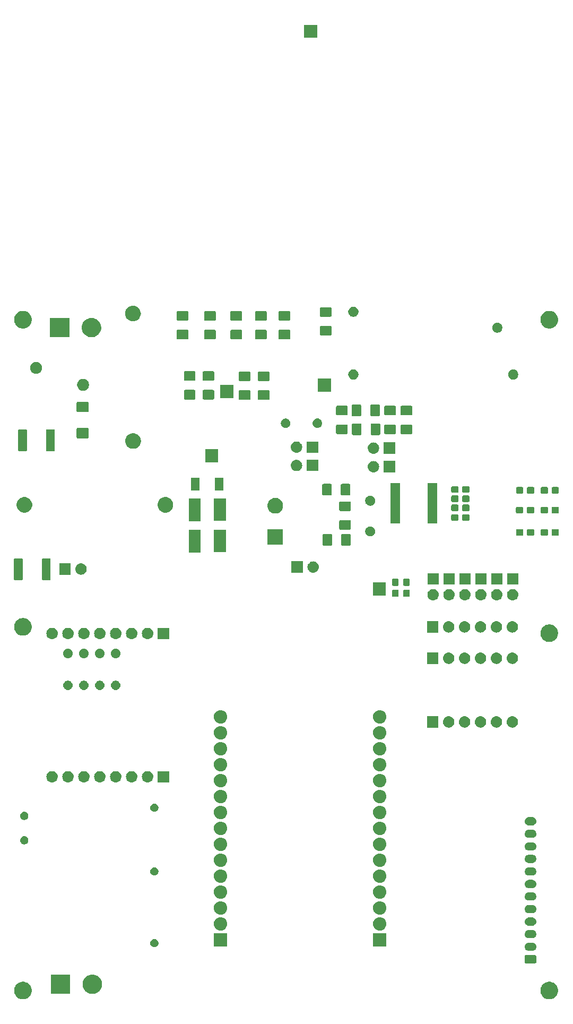
<source format=gbr>
%TF.GenerationSoftware,KiCad,Pcbnew,5.0.2-bee76a0~70~ubuntu18.04.1*%
%TF.CreationDate,2019-03-19T23:43:12+07:00*%
%TF.ProjectId,Layer1,4c617965-7231-42e6-9b69-6361645f7063,rev?*%
%TF.SameCoordinates,PXc65d40PYc65d40*%
%TF.FileFunction,Soldermask,Top*%
%TF.FilePolarity,Negative*%
%FSLAX46Y46*%
G04 Gerber Fmt 4.6, Leading zero omitted, Abs format (unit mm)*
G04 Created by KiCad (PCBNEW 5.0.2-bee76a0~70~ubuntu18.04.1) date Tue 19 Mar 2019 11:43:12 PM +07*
%MOMM*%
%LPD*%
G01*
G04 APERTURE LIST*
%ADD10C,0.100000*%
G04 APERTURE END LIST*
D10*
G36*
X87318433Y-108634893D02*
X87408657Y-108652839D01*
X87514267Y-108696585D01*
X87663621Y-108758449D01*
X87893089Y-108911774D01*
X88088226Y-109106911D01*
X88241551Y-109336379D01*
X88347161Y-109591344D01*
X88401000Y-109862012D01*
X88401000Y-110137988D01*
X88347161Y-110408656D01*
X88241551Y-110663621D01*
X88088226Y-110893089D01*
X87893089Y-111088226D01*
X87663621Y-111241551D01*
X87514267Y-111303415D01*
X87408657Y-111347161D01*
X87318433Y-111365107D01*
X87137988Y-111401000D01*
X86862012Y-111401000D01*
X86681567Y-111365107D01*
X86591343Y-111347161D01*
X86485733Y-111303415D01*
X86336379Y-111241551D01*
X86106911Y-111088226D01*
X85911774Y-110893089D01*
X85758449Y-110663621D01*
X85652839Y-110408656D01*
X85599000Y-110137988D01*
X85599000Y-109862012D01*
X85652839Y-109591344D01*
X85758449Y-109336379D01*
X85911774Y-109106911D01*
X86106911Y-108911774D01*
X86336379Y-108758449D01*
X86485733Y-108696585D01*
X86591343Y-108652839D01*
X86681567Y-108634893D01*
X86862012Y-108599000D01*
X87137988Y-108599000D01*
X87318433Y-108634893D01*
X87318433Y-108634893D01*
G37*
G36*
X3318433Y-108634893D02*
X3408657Y-108652839D01*
X3514267Y-108696585D01*
X3663621Y-108758449D01*
X3893089Y-108911774D01*
X4088226Y-109106911D01*
X4241551Y-109336379D01*
X4347161Y-109591344D01*
X4401000Y-109862012D01*
X4401000Y-110137988D01*
X4347161Y-110408656D01*
X4241551Y-110663621D01*
X4088226Y-110893089D01*
X3893089Y-111088226D01*
X3663621Y-111241551D01*
X3514267Y-111303415D01*
X3408657Y-111347161D01*
X3318433Y-111365107D01*
X3137988Y-111401000D01*
X2862012Y-111401000D01*
X2681567Y-111365107D01*
X2591343Y-111347161D01*
X2485733Y-111303415D01*
X2336379Y-111241551D01*
X2106911Y-111088226D01*
X1911774Y-110893089D01*
X1758449Y-110663621D01*
X1652839Y-110408656D01*
X1599000Y-110137988D01*
X1599000Y-109862012D01*
X1652839Y-109591344D01*
X1758449Y-109336379D01*
X1911774Y-109106911D01*
X2106911Y-108911774D01*
X2336379Y-108758449D01*
X2485733Y-108696585D01*
X2591343Y-108652839D01*
X2681567Y-108634893D01*
X2862012Y-108599000D01*
X3137988Y-108599000D01*
X3318433Y-108634893D01*
X3318433Y-108634893D01*
G37*
G36*
X10551000Y-110551000D02*
X7449000Y-110551000D01*
X7449000Y-107449000D01*
X10551000Y-107449000D01*
X10551000Y-110551000D01*
X10551000Y-110551000D01*
G37*
G36*
X14432527Y-107488736D02*
X14532410Y-107508604D01*
X14814674Y-107625521D01*
X15068705Y-107795259D01*
X15284741Y-108011295D01*
X15454479Y-108265326D01*
X15571396Y-108547590D01*
X15571396Y-108547591D01*
X15613339Y-108758449D01*
X15631000Y-108847240D01*
X15631000Y-109152760D01*
X15571396Y-109452410D01*
X15454479Y-109734674D01*
X15284741Y-109988705D01*
X15068705Y-110204741D01*
X14814674Y-110374479D01*
X14532410Y-110491396D01*
X14432527Y-110511264D01*
X14232762Y-110551000D01*
X13927238Y-110551000D01*
X13727473Y-110511264D01*
X13627590Y-110491396D01*
X13345326Y-110374479D01*
X13091295Y-110204741D01*
X12875259Y-109988705D01*
X12705521Y-109734674D01*
X12588604Y-109452410D01*
X12529000Y-109152760D01*
X12529000Y-108847240D01*
X12546662Y-108758449D01*
X12588604Y-108547591D01*
X12588604Y-108547590D01*
X12705521Y-108265326D01*
X12875259Y-108011295D01*
X13091295Y-107795259D01*
X13345326Y-107625521D01*
X13627590Y-107508604D01*
X13727473Y-107488736D01*
X13927238Y-107449000D01*
X14232762Y-107449000D01*
X14432527Y-107488736D01*
X14432527Y-107488736D01*
G37*
G36*
X84766242Y-104353404D02*
X84803339Y-104364657D01*
X84837520Y-104382927D01*
X84867482Y-104407518D01*
X84892073Y-104437480D01*
X84910343Y-104471661D01*
X84921596Y-104508758D01*
X84926000Y-104553473D01*
X84926000Y-105446527D01*
X84921596Y-105491242D01*
X84910343Y-105528339D01*
X84892073Y-105562520D01*
X84867482Y-105592482D01*
X84837520Y-105617073D01*
X84803339Y-105635343D01*
X84766242Y-105646596D01*
X84721527Y-105651000D01*
X83278473Y-105651000D01*
X83233758Y-105646596D01*
X83196661Y-105635343D01*
X83162480Y-105617073D01*
X83132518Y-105592482D01*
X83107927Y-105562520D01*
X83089657Y-105528339D01*
X83078404Y-105491242D01*
X83074000Y-105446527D01*
X83074000Y-104553473D01*
X83078404Y-104508758D01*
X83089657Y-104471661D01*
X83107927Y-104437480D01*
X83132518Y-104407518D01*
X83162480Y-104382927D01*
X83196661Y-104364657D01*
X83233758Y-104353404D01*
X83278473Y-104349000D01*
X84721527Y-104349000D01*
X84766242Y-104353404D01*
X84766242Y-104353404D01*
G37*
G36*
X84338855Y-102352140D02*
X84402618Y-102358420D01*
X84484427Y-102383237D01*
X84525333Y-102395645D01*
X84625491Y-102449181D01*
X84638426Y-102456095D01*
X84737553Y-102537447D01*
X84818905Y-102636574D01*
X84818906Y-102636576D01*
X84879355Y-102749667D01*
X84879355Y-102749668D01*
X84916580Y-102872382D01*
X84929149Y-103000000D01*
X84916580Y-103127618D01*
X84891763Y-103209427D01*
X84879355Y-103250333D01*
X84825819Y-103350491D01*
X84818905Y-103363426D01*
X84737553Y-103462553D01*
X84638426Y-103543905D01*
X84638424Y-103543906D01*
X84525333Y-103604355D01*
X84484427Y-103616763D01*
X84402618Y-103641580D01*
X84338855Y-103647860D01*
X84306974Y-103651000D01*
X83693026Y-103651000D01*
X83661145Y-103647860D01*
X83597382Y-103641580D01*
X83515573Y-103616763D01*
X83474667Y-103604355D01*
X83361576Y-103543906D01*
X83361574Y-103543905D01*
X83262447Y-103462553D01*
X83181095Y-103363426D01*
X83174181Y-103350491D01*
X83120645Y-103250333D01*
X83108237Y-103209427D01*
X83083420Y-103127618D01*
X83070851Y-103000000D01*
X83083420Y-102872382D01*
X83120645Y-102749668D01*
X83120645Y-102749667D01*
X83181094Y-102636576D01*
X83181095Y-102636574D01*
X83262447Y-102537447D01*
X83361574Y-102456095D01*
X83374509Y-102449181D01*
X83474667Y-102395645D01*
X83515573Y-102383237D01*
X83597382Y-102358420D01*
X83661145Y-102352140D01*
X83693026Y-102349000D01*
X84306974Y-102349000D01*
X84338855Y-102352140D01*
X84338855Y-102352140D01*
G37*
G36*
X24161345Y-101799209D02*
X24161347Y-101799210D01*
X24161348Y-101799210D01*
X24280732Y-101848660D01*
X24280733Y-101848661D01*
X24388179Y-101920454D01*
X24479546Y-102011821D01*
X24479548Y-102011824D01*
X24551340Y-102119268D01*
X24600790Y-102238652D01*
X24600791Y-102238655D01*
X24626000Y-102365388D01*
X24626000Y-102494612D01*
X24617480Y-102537447D01*
X24600790Y-102621348D01*
X24551340Y-102740732D01*
X24551339Y-102740733D01*
X24479546Y-102848179D01*
X24388179Y-102939546D01*
X24388176Y-102939548D01*
X24280732Y-103011340D01*
X24161348Y-103060790D01*
X24161347Y-103060790D01*
X24161345Y-103060791D01*
X24034612Y-103086000D01*
X23905388Y-103086000D01*
X23778655Y-103060791D01*
X23778653Y-103060790D01*
X23778652Y-103060790D01*
X23659268Y-103011340D01*
X23551824Y-102939548D01*
X23551821Y-102939546D01*
X23460454Y-102848179D01*
X23388661Y-102740733D01*
X23388660Y-102740732D01*
X23339210Y-102621348D01*
X23322521Y-102537447D01*
X23314000Y-102494612D01*
X23314000Y-102365388D01*
X23339209Y-102238655D01*
X23339210Y-102238652D01*
X23388660Y-102119268D01*
X23460452Y-102011824D01*
X23460454Y-102011821D01*
X23551821Y-101920454D01*
X23659267Y-101848661D01*
X23659268Y-101848660D01*
X23778652Y-101799210D01*
X23778653Y-101799210D01*
X23778655Y-101799209D01*
X23905388Y-101774000D01*
X24034612Y-101774000D01*
X24161345Y-101799209D01*
X24161345Y-101799209D01*
G37*
G36*
X61011000Y-102969000D02*
X58877000Y-102969000D01*
X58877000Y-100835000D01*
X61011000Y-100835000D01*
X61011000Y-102969000D01*
X61011000Y-102969000D01*
G37*
G36*
X35611000Y-102969000D02*
X33477000Y-102969000D01*
X33477000Y-100835000D01*
X35611000Y-100835000D01*
X35611000Y-102969000D01*
X35611000Y-102969000D01*
G37*
G36*
X84338855Y-100352140D02*
X84402618Y-100358420D01*
X84484427Y-100383237D01*
X84525333Y-100395645D01*
X84587735Y-100429000D01*
X84638426Y-100456095D01*
X84737553Y-100537447D01*
X84818905Y-100636574D01*
X84818906Y-100636576D01*
X84879355Y-100749667D01*
X84879355Y-100749668D01*
X84916580Y-100872382D01*
X84929149Y-101000000D01*
X84916580Y-101127618D01*
X84891763Y-101209427D01*
X84879355Y-101250333D01*
X84825819Y-101350491D01*
X84818905Y-101363426D01*
X84737553Y-101462553D01*
X84638426Y-101543905D01*
X84638424Y-101543906D01*
X84525333Y-101604355D01*
X84484427Y-101616763D01*
X84402618Y-101641580D01*
X84338855Y-101647860D01*
X84306974Y-101651000D01*
X83693026Y-101651000D01*
X83661145Y-101647860D01*
X83597382Y-101641580D01*
X83515573Y-101616763D01*
X83474667Y-101604355D01*
X83361576Y-101543906D01*
X83361574Y-101543905D01*
X83262447Y-101462553D01*
X83181095Y-101363426D01*
X83174181Y-101350491D01*
X83120645Y-101250333D01*
X83108237Y-101209427D01*
X83083420Y-101127618D01*
X83070851Y-101000000D01*
X83083420Y-100872382D01*
X83120645Y-100749668D01*
X83120645Y-100749667D01*
X83181094Y-100636576D01*
X83181095Y-100636574D01*
X83262447Y-100537447D01*
X83361574Y-100456095D01*
X83412265Y-100429000D01*
X83474667Y-100395645D01*
X83515573Y-100383237D01*
X83597382Y-100358420D01*
X83661145Y-100352140D01*
X83693026Y-100349000D01*
X84306974Y-100349000D01*
X84338855Y-100352140D01*
X84338855Y-100352140D01*
G37*
G36*
X34659114Y-98301176D02*
X34753168Y-98310439D01*
X34954299Y-98371451D01*
X34986899Y-98388876D01*
X35139662Y-98470529D01*
X35302133Y-98603867D01*
X35435471Y-98766338D01*
X35492152Y-98872382D01*
X35534549Y-98951701D01*
X35595561Y-99152832D01*
X35616162Y-99362000D01*
X35595561Y-99571168D01*
X35534549Y-99772299D01*
X35534546Y-99772304D01*
X35435471Y-99957662D01*
X35302133Y-100120133D01*
X35139662Y-100253471D01*
X34986899Y-100335124D01*
X34954299Y-100352549D01*
X34753168Y-100413561D01*
X34659114Y-100422824D01*
X34596413Y-100429000D01*
X34491587Y-100429000D01*
X34428886Y-100422824D01*
X34334832Y-100413561D01*
X34133701Y-100352549D01*
X34101101Y-100335124D01*
X33948338Y-100253471D01*
X33785867Y-100120133D01*
X33652529Y-99957662D01*
X33553454Y-99772304D01*
X33553451Y-99772299D01*
X33492439Y-99571168D01*
X33471838Y-99362000D01*
X33492439Y-99152832D01*
X33553451Y-98951701D01*
X33595848Y-98872382D01*
X33652529Y-98766338D01*
X33785867Y-98603867D01*
X33948338Y-98470529D01*
X34101101Y-98388876D01*
X34133701Y-98371451D01*
X34334832Y-98310439D01*
X34428886Y-98301176D01*
X34491587Y-98295000D01*
X34596413Y-98295000D01*
X34659114Y-98301176D01*
X34659114Y-98301176D01*
G37*
G36*
X60059114Y-98301176D02*
X60153168Y-98310439D01*
X60354299Y-98371451D01*
X60386899Y-98388876D01*
X60539662Y-98470529D01*
X60702133Y-98603867D01*
X60835471Y-98766338D01*
X60892152Y-98872382D01*
X60934549Y-98951701D01*
X60995561Y-99152832D01*
X61016162Y-99362000D01*
X60995561Y-99571168D01*
X60934549Y-99772299D01*
X60934546Y-99772304D01*
X60835471Y-99957662D01*
X60702133Y-100120133D01*
X60539662Y-100253471D01*
X60386899Y-100335124D01*
X60354299Y-100352549D01*
X60153168Y-100413561D01*
X60059114Y-100422824D01*
X59996413Y-100429000D01*
X59891587Y-100429000D01*
X59828886Y-100422824D01*
X59734832Y-100413561D01*
X59533701Y-100352549D01*
X59501101Y-100335124D01*
X59348338Y-100253471D01*
X59185867Y-100120133D01*
X59052529Y-99957662D01*
X58953454Y-99772304D01*
X58953451Y-99772299D01*
X58892439Y-99571168D01*
X58871838Y-99362000D01*
X58892439Y-99152832D01*
X58953451Y-98951701D01*
X58995848Y-98872382D01*
X59052529Y-98766338D01*
X59185867Y-98603867D01*
X59348338Y-98470529D01*
X59501101Y-98388876D01*
X59533701Y-98371451D01*
X59734832Y-98310439D01*
X59828886Y-98301176D01*
X59891587Y-98295000D01*
X59996413Y-98295000D01*
X60059114Y-98301176D01*
X60059114Y-98301176D01*
G37*
G36*
X84338855Y-98352140D02*
X84402618Y-98358420D01*
X84484427Y-98383237D01*
X84525333Y-98395645D01*
X84625491Y-98449181D01*
X84638426Y-98456095D01*
X84737553Y-98537447D01*
X84818905Y-98636574D01*
X84818906Y-98636576D01*
X84879355Y-98749667D01*
X84879355Y-98749668D01*
X84916580Y-98872382D01*
X84929149Y-99000000D01*
X84916580Y-99127618D01*
X84908931Y-99152832D01*
X84879355Y-99250333D01*
X84825819Y-99350491D01*
X84818905Y-99363426D01*
X84737553Y-99462553D01*
X84638426Y-99543905D01*
X84638424Y-99543906D01*
X84525333Y-99604355D01*
X84484427Y-99616763D01*
X84402618Y-99641580D01*
X84338855Y-99647860D01*
X84306974Y-99651000D01*
X83693026Y-99651000D01*
X83661145Y-99647860D01*
X83597382Y-99641580D01*
X83515573Y-99616763D01*
X83474667Y-99604355D01*
X83361576Y-99543906D01*
X83361574Y-99543905D01*
X83262447Y-99462553D01*
X83181095Y-99363426D01*
X83174181Y-99350491D01*
X83120645Y-99250333D01*
X83091069Y-99152832D01*
X83083420Y-99127618D01*
X83070851Y-99000000D01*
X83083420Y-98872382D01*
X83120645Y-98749668D01*
X83120645Y-98749667D01*
X83181094Y-98636576D01*
X83181095Y-98636574D01*
X83262447Y-98537447D01*
X83361574Y-98456095D01*
X83374509Y-98449181D01*
X83474667Y-98395645D01*
X83515573Y-98383237D01*
X83597382Y-98358420D01*
X83661145Y-98352140D01*
X83693026Y-98349000D01*
X84306974Y-98349000D01*
X84338855Y-98352140D01*
X84338855Y-98352140D01*
G37*
G36*
X34659114Y-95761176D02*
X34753168Y-95770439D01*
X34954299Y-95831451D01*
X34986899Y-95848876D01*
X35139662Y-95930529D01*
X35302133Y-96063867D01*
X35435471Y-96226338D01*
X35517124Y-96379101D01*
X35534549Y-96411701D01*
X35595561Y-96612832D01*
X35616162Y-96822000D01*
X35595561Y-97031168D01*
X35534549Y-97232299D01*
X35517124Y-97264899D01*
X35435471Y-97417662D01*
X35302133Y-97580133D01*
X35139662Y-97713471D01*
X34986899Y-97795124D01*
X34954299Y-97812549D01*
X34753168Y-97873561D01*
X34659114Y-97882824D01*
X34596413Y-97889000D01*
X34491587Y-97889000D01*
X34428886Y-97882824D01*
X34334832Y-97873561D01*
X34133701Y-97812549D01*
X34101101Y-97795124D01*
X33948338Y-97713471D01*
X33785867Y-97580133D01*
X33652529Y-97417662D01*
X33570876Y-97264899D01*
X33553451Y-97232299D01*
X33492439Y-97031168D01*
X33471838Y-96822000D01*
X33492439Y-96612832D01*
X33553451Y-96411701D01*
X33570876Y-96379101D01*
X33652529Y-96226338D01*
X33785867Y-96063867D01*
X33948338Y-95930529D01*
X34101101Y-95848876D01*
X34133701Y-95831451D01*
X34334832Y-95770439D01*
X34428886Y-95761176D01*
X34491587Y-95755000D01*
X34596413Y-95755000D01*
X34659114Y-95761176D01*
X34659114Y-95761176D01*
G37*
G36*
X60059114Y-95761176D02*
X60153168Y-95770439D01*
X60354299Y-95831451D01*
X60386899Y-95848876D01*
X60539662Y-95930529D01*
X60702133Y-96063867D01*
X60835471Y-96226338D01*
X60917124Y-96379101D01*
X60934549Y-96411701D01*
X60995561Y-96612832D01*
X61016162Y-96822000D01*
X60995561Y-97031168D01*
X60934549Y-97232299D01*
X60917124Y-97264899D01*
X60835471Y-97417662D01*
X60702133Y-97580133D01*
X60539662Y-97713471D01*
X60386899Y-97795124D01*
X60354299Y-97812549D01*
X60153168Y-97873561D01*
X60059114Y-97882824D01*
X59996413Y-97889000D01*
X59891587Y-97889000D01*
X59828886Y-97882824D01*
X59734832Y-97873561D01*
X59533701Y-97812549D01*
X59501101Y-97795124D01*
X59348338Y-97713471D01*
X59185867Y-97580133D01*
X59052529Y-97417662D01*
X58970876Y-97264899D01*
X58953451Y-97232299D01*
X58892439Y-97031168D01*
X58871838Y-96822000D01*
X58892439Y-96612832D01*
X58953451Y-96411701D01*
X58970876Y-96379101D01*
X59052529Y-96226338D01*
X59185867Y-96063867D01*
X59348338Y-95930529D01*
X59501101Y-95848876D01*
X59533701Y-95831451D01*
X59734832Y-95770439D01*
X59828886Y-95761176D01*
X59891587Y-95755000D01*
X59996413Y-95755000D01*
X60059114Y-95761176D01*
X60059114Y-95761176D01*
G37*
G36*
X84338855Y-96352140D02*
X84402618Y-96358420D01*
X84484427Y-96383237D01*
X84525333Y-96395645D01*
X84555371Y-96411701D01*
X84638426Y-96456095D01*
X84737553Y-96537447D01*
X84818905Y-96636574D01*
X84818906Y-96636576D01*
X84879355Y-96749667D01*
X84879355Y-96749668D01*
X84916580Y-96872382D01*
X84929149Y-97000000D01*
X84916580Y-97127618D01*
X84891763Y-97209427D01*
X84879355Y-97250333D01*
X84825819Y-97350491D01*
X84818905Y-97363426D01*
X84737553Y-97462553D01*
X84638426Y-97543905D01*
X84638424Y-97543906D01*
X84525333Y-97604355D01*
X84484427Y-97616763D01*
X84402618Y-97641580D01*
X84338855Y-97647860D01*
X84306974Y-97651000D01*
X83693026Y-97651000D01*
X83661145Y-97647860D01*
X83597382Y-97641580D01*
X83515573Y-97616763D01*
X83474667Y-97604355D01*
X83361576Y-97543906D01*
X83361574Y-97543905D01*
X83262447Y-97462553D01*
X83181095Y-97363426D01*
X83174181Y-97350491D01*
X83120645Y-97250333D01*
X83108237Y-97209427D01*
X83083420Y-97127618D01*
X83070851Y-97000000D01*
X83083420Y-96872382D01*
X83120645Y-96749668D01*
X83120645Y-96749667D01*
X83181094Y-96636576D01*
X83181095Y-96636574D01*
X83262447Y-96537447D01*
X83361574Y-96456095D01*
X83444629Y-96411701D01*
X83474667Y-96395645D01*
X83515573Y-96383237D01*
X83597382Y-96358420D01*
X83661145Y-96352140D01*
X83693026Y-96349000D01*
X84306974Y-96349000D01*
X84338855Y-96352140D01*
X84338855Y-96352140D01*
G37*
G36*
X84338855Y-94352140D02*
X84402618Y-94358420D01*
X84484427Y-94383237D01*
X84525333Y-94395645D01*
X84625491Y-94449181D01*
X84638426Y-94456095D01*
X84737553Y-94537447D01*
X84818905Y-94636574D01*
X84818906Y-94636576D01*
X84879355Y-94749667D01*
X84879355Y-94749668D01*
X84916580Y-94872382D01*
X84929149Y-95000000D01*
X84916580Y-95127618D01*
X84891763Y-95209427D01*
X84879355Y-95250333D01*
X84867480Y-95272549D01*
X84818905Y-95363426D01*
X84737553Y-95462553D01*
X84638426Y-95543905D01*
X84638424Y-95543906D01*
X84525333Y-95604355D01*
X84484427Y-95616763D01*
X84402618Y-95641580D01*
X84338855Y-95647860D01*
X84306974Y-95651000D01*
X83693026Y-95651000D01*
X83661145Y-95647860D01*
X83597382Y-95641580D01*
X83515573Y-95616763D01*
X83474667Y-95604355D01*
X83361576Y-95543906D01*
X83361574Y-95543905D01*
X83262447Y-95462553D01*
X83181095Y-95363426D01*
X83132520Y-95272549D01*
X83120645Y-95250333D01*
X83108237Y-95209427D01*
X83083420Y-95127618D01*
X83070851Y-95000000D01*
X83083420Y-94872382D01*
X83120645Y-94749668D01*
X83120645Y-94749667D01*
X83181094Y-94636576D01*
X83181095Y-94636574D01*
X83262447Y-94537447D01*
X83361574Y-94456095D01*
X83374509Y-94449181D01*
X83474667Y-94395645D01*
X83515573Y-94383237D01*
X83597382Y-94358420D01*
X83661145Y-94352140D01*
X83693026Y-94349000D01*
X84306974Y-94349000D01*
X84338855Y-94352140D01*
X84338855Y-94352140D01*
G37*
G36*
X60059114Y-93221176D02*
X60153168Y-93230439D01*
X60354299Y-93291451D01*
X60386899Y-93308876D01*
X60539662Y-93390529D01*
X60702133Y-93523867D01*
X60835471Y-93686338D01*
X60917124Y-93839101D01*
X60934549Y-93871701D01*
X60995561Y-94072832D01*
X61016162Y-94282000D01*
X60995561Y-94491168D01*
X60934549Y-94692299D01*
X60934546Y-94692304D01*
X60835471Y-94877662D01*
X60702133Y-95040133D01*
X60539662Y-95173471D01*
X60395864Y-95250332D01*
X60354299Y-95272549D01*
X60153168Y-95333561D01*
X60059114Y-95342824D01*
X59996413Y-95349000D01*
X59891587Y-95349000D01*
X59828886Y-95342824D01*
X59734832Y-95333561D01*
X59533701Y-95272549D01*
X59492136Y-95250332D01*
X59348338Y-95173471D01*
X59185867Y-95040133D01*
X59052529Y-94877662D01*
X58953454Y-94692304D01*
X58953451Y-94692299D01*
X58892439Y-94491168D01*
X58871838Y-94282000D01*
X58892439Y-94072832D01*
X58953451Y-93871701D01*
X58970876Y-93839101D01*
X59052529Y-93686338D01*
X59185867Y-93523867D01*
X59348338Y-93390529D01*
X59501101Y-93308876D01*
X59533701Y-93291451D01*
X59734832Y-93230439D01*
X59828886Y-93221176D01*
X59891587Y-93215000D01*
X59996413Y-93215000D01*
X60059114Y-93221176D01*
X60059114Y-93221176D01*
G37*
G36*
X34659114Y-93221176D02*
X34753168Y-93230439D01*
X34954299Y-93291451D01*
X34986899Y-93308876D01*
X35139662Y-93390529D01*
X35302133Y-93523867D01*
X35435471Y-93686338D01*
X35517124Y-93839101D01*
X35534549Y-93871701D01*
X35595561Y-94072832D01*
X35616162Y-94282000D01*
X35595561Y-94491168D01*
X35534549Y-94692299D01*
X35534546Y-94692304D01*
X35435471Y-94877662D01*
X35302133Y-95040133D01*
X35139662Y-95173471D01*
X34995864Y-95250332D01*
X34954299Y-95272549D01*
X34753168Y-95333561D01*
X34659114Y-95342824D01*
X34596413Y-95349000D01*
X34491587Y-95349000D01*
X34428886Y-95342824D01*
X34334832Y-95333561D01*
X34133701Y-95272549D01*
X34092136Y-95250332D01*
X33948338Y-95173471D01*
X33785867Y-95040133D01*
X33652529Y-94877662D01*
X33553454Y-94692304D01*
X33553451Y-94692299D01*
X33492439Y-94491168D01*
X33471838Y-94282000D01*
X33492439Y-94072832D01*
X33553451Y-93871701D01*
X33570876Y-93839101D01*
X33652529Y-93686338D01*
X33785867Y-93523867D01*
X33948338Y-93390529D01*
X34101101Y-93308876D01*
X34133701Y-93291451D01*
X34334832Y-93230439D01*
X34428886Y-93221176D01*
X34491587Y-93215000D01*
X34596413Y-93215000D01*
X34659114Y-93221176D01*
X34659114Y-93221176D01*
G37*
G36*
X84338855Y-92352140D02*
X84402618Y-92358420D01*
X84484427Y-92383237D01*
X84525333Y-92395645D01*
X84625491Y-92449181D01*
X84638426Y-92456095D01*
X84737553Y-92537447D01*
X84818905Y-92636574D01*
X84818906Y-92636576D01*
X84879355Y-92749667D01*
X84879355Y-92749668D01*
X84916580Y-92872382D01*
X84929149Y-93000000D01*
X84916580Y-93127618D01*
X84891763Y-93209427D01*
X84879355Y-93250333D01*
X84857375Y-93291454D01*
X84818905Y-93363426D01*
X84737553Y-93462553D01*
X84638426Y-93543905D01*
X84638424Y-93543906D01*
X84525333Y-93604355D01*
X84484427Y-93616763D01*
X84402618Y-93641580D01*
X84338855Y-93647860D01*
X84306974Y-93651000D01*
X83693026Y-93651000D01*
X83661145Y-93647860D01*
X83597382Y-93641580D01*
X83515573Y-93616763D01*
X83474667Y-93604355D01*
X83361576Y-93543906D01*
X83361574Y-93543905D01*
X83262447Y-93462553D01*
X83181095Y-93363426D01*
X83142625Y-93291454D01*
X83120645Y-93250333D01*
X83108237Y-93209427D01*
X83083420Y-93127618D01*
X83070851Y-93000000D01*
X83083420Y-92872382D01*
X83120645Y-92749668D01*
X83120645Y-92749667D01*
X83181094Y-92636576D01*
X83181095Y-92636574D01*
X83262447Y-92537447D01*
X83361574Y-92456095D01*
X83374509Y-92449181D01*
X83474667Y-92395645D01*
X83515573Y-92383237D01*
X83597382Y-92358420D01*
X83661145Y-92352140D01*
X83693026Y-92349000D01*
X84306974Y-92349000D01*
X84338855Y-92352140D01*
X84338855Y-92352140D01*
G37*
G36*
X60059114Y-90681176D02*
X60153168Y-90690439D01*
X60354299Y-90751451D01*
X60386899Y-90768876D01*
X60539662Y-90850529D01*
X60702133Y-90983867D01*
X60835471Y-91146338D01*
X60917124Y-91299101D01*
X60934549Y-91331701D01*
X60995561Y-91532832D01*
X61016162Y-91742000D01*
X60995561Y-91951168D01*
X60934549Y-92152299D01*
X60934546Y-92152304D01*
X60835471Y-92337662D01*
X60702133Y-92500133D01*
X60539662Y-92633471D01*
X60386899Y-92715124D01*
X60354299Y-92732549D01*
X60153168Y-92793561D01*
X60059114Y-92802824D01*
X59996413Y-92809000D01*
X59891587Y-92809000D01*
X59828886Y-92802824D01*
X59734832Y-92793561D01*
X59533701Y-92732549D01*
X59501101Y-92715124D01*
X59348338Y-92633471D01*
X59185867Y-92500133D01*
X59052529Y-92337662D01*
X58953454Y-92152304D01*
X58953451Y-92152299D01*
X58892439Y-91951168D01*
X58871838Y-91742000D01*
X58892439Y-91532832D01*
X58953451Y-91331701D01*
X58970876Y-91299101D01*
X59052529Y-91146338D01*
X59185867Y-90983867D01*
X59348338Y-90850529D01*
X59501101Y-90768876D01*
X59533701Y-90751451D01*
X59734832Y-90690439D01*
X59828886Y-90681176D01*
X59891587Y-90675000D01*
X59996413Y-90675000D01*
X60059114Y-90681176D01*
X60059114Y-90681176D01*
G37*
G36*
X34659114Y-90681176D02*
X34753168Y-90690439D01*
X34954299Y-90751451D01*
X34986899Y-90768876D01*
X35139662Y-90850529D01*
X35302133Y-90983867D01*
X35435471Y-91146338D01*
X35517124Y-91299101D01*
X35534549Y-91331701D01*
X35595561Y-91532832D01*
X35616162Y-91742000D01*
X35595561Y-91951168D01*
X35534549Y-92152299D01*
X35534546Y-92152304D01*
X35435471Y-92337662D01*
X35302133Y-92500133D01*
X35139662Y-92633471D01*
X34986899Y-92715124D01*
X34954299Y-92732549D01*
X34753168Y-92793561D01*
X34659114Y-92802824D01*
X34596413Y-92809000D01*
X34491587Y-92809000D01*
X34428886Y-92802824D01*
X34334832Y-92793561D01*
X34133701Y-92732549D01*
X34101101Y-92715124D01*
X33948338Y-92633471D01*
X33785867Y-92500133D01*
X33652529Y-92337662D01*
X33553454Y-92152304D01*
X33553451Y-92152299D01*
X33492439Y-91951168D01*
X33471838Y-91742000D01*
X33492439Y-91532832D01*
X33553451Y-91331701D01*
X33570876Y-91299101D01*
X33652529Y-91146338D01*
X33785867Y-90983867D01*
X33948338Y-90850529D01*
X34101101Y-90768876D01*
X34133701Y-90751451D01*
X34334832Y-90690439D01*
X34428886Y-90681176D01*
X34491587Y-90675000D01*
X34596413Y-90675000D01*
X34659114Y-90681176D01*
X34659114Y-90681176D01*
G37*
G36*
X24161345Y-90369209D02*
X24161347Y-90369210D01*
X24161348Y-90369210D01*
X24280732Y-90418660D01*
X24280733Y-90418661D01*
X24388179Y-90490454D01*
X24479546Y-90581821D01*
X24479548Y-90581824D01*
X24551340Y-90689268D01*
X24577098Y-90751454D01*
X24600791Y-90808655D01*
X24626000Y-90935388D01*
X24626000Y-91064612D01*
X24609744Y-91146338D01*
X24600790Y-91191348D01*
X24551340Y-91310732D01*
X24551339Y-91310733D01*
X24479546Y-91418179D01*
X24388179Y-91509546D01*
X24388176Y-91509548D01*
X24280732Y-91581340D01*
X24161348Y-91630790D01*
X24161347Y-91630790D01*
X24161345Y-91630791D01*
X24034612Y-91656000D01*
X23905388Y-91656000D01*
X23778655Y-91630791D01*
X23778653Y-91630790D01*
X23778652Y-91630790D01*
X23659268Y-91581340D01*
X23551824Y-91509548D01*
X23551821Y-91509546D01*
X23460454Y-91418179D01*
X23388661Y-91310733D01*
X23388660Y-91310732D01*
X23339210Y-91191348D01*
X23330257Y-91146338D01*
X23314000Y-91064612D01*
X23314000Y-90935388D01*
X23339209Y-90808655D01*
X23362902Y-90751454D01*
X23388660Y-90689268D01*
X23460452Y-90581824D01*
X23460454Y-90581821D01*
X23551821Y-90490454D01*
X23659267Y-90418661D01*
X23659268Y-90418660D01*
X23778652Y-90369210D01*
X23778653Y-90369210D01*
X23778655Y-90369209D01*
X23905388Y-90344000D01*
X24034612Y-90344000D01*
X24161345Y-90369209D01*
X24161345Y-90369209D01*
G37*
G36*
X84338855Y-90352140D02*
X84402618Y-90358420D01*
X84484427Y-90383237D01*
X84525333Y-90395645D01*
X84568392Y-90418661D01*
X84638426Y-90456095D01*
X84737553Y-90537447D01*
X84818905Y-90636574D01*
X84818906Y-90636576D01*
X84879355Y-90749667D01*
X84879355Y-90749668D01*
X84916580Y-90872382D01*
X84929149Y-91000000D01*
X84916580Y-91127618D01*
X84897248Y-91191348D01*
X84879355Y-91250333D01*
X84847071Y-91310732D01*
X84818905Y-91363426D01*
X84737553Y-91462553D01*
X84638426Y-91543905D01*
X84638424Y-91543906D01*
X84525333Y-91604355D01*
X84484427Y-91616763D01*
X84402618Y-91641580D01*
X84338855Y-91647860D01*
X84306974Y-91651000D01*
X83693026Y-91651000D01*
X83661145Y-91647860D01*
X83597382Y-91641580D01*
X83515573Y-91616763D01*
X83474667Y-91604355D01*
X83361576Y-91543906D01*
X83361574Y-91543905D01*
X83262447Y-91462553D01*
X83181095Y-91363426D01*
X83152929Y-91310732D01*
X83120645Y-91250333D01*
X83102752Y-91191348D01*
X83083420Y-91127618D01*
X83070851Y-91000000D01*
X83083420Y-90872382D01*
X83120645Y-90749668D01*
X83120645Y-90749667D01*
X83181094Y-90636576D01*
X83181095Y-90636574D01*
X83262447Y-90537447D01*
X83361574Y-90456095D01*
X83431608Y-90418661D01*
X83474667Y-90395645D01*
X83515573Y-90383237D01*
X83597382Y-90358420D01*
X83661145Y-90352140D01*
X83693026Y-90349000D01*
X84306974Y-90349000D01*
X84338855Y-90352140D01*
X84338855Y-90352140D01*
G37*
G36*
X60059114Y-88141176D02*
X60153168Y-88150439D01*
X60354299Y-88211451D01*
X60386899Y-88228876D01*
X60539662Y-88310529D01*
X60702133Y-88443867D01*
X60835471Y-88606338D01*
X60912081Y-88749667D01*
X60934549Y-88791701D01*
X60995561Y-88992832D01*
X61016162Y-89202000D01*
X60995561Y-89411168D01*
X60934549Y-89612299D01*
X60934546Y-89612304D01*
X60835471Y-89797662D01*
X60702133Y-89960133D01*
X60539662Y-90093471D01*
X60386899Y-90175124D01*
X60354299Y-90192549D01*
X60153168Y-90253561D01*
X60059114Y-90262824D01*
X59996413Y-90269000D01*
X59891587Y-90269000D01*
X59828886Y-90262824D01*
X59734832Y-90253561D01*
X59533701Y-90192549D01*
X59501101Y-90175124D01*
X59348338Y-90093471D01*
X59185867Y-89960133D01*
X59052529Y-89797662D01*
X58953454Y-89612304D01*
X58953451Y-89612299D01*
X58892439Y-89411168D01*
X58871838Y-89202000D01*
X58892439Y-88992832D01*
X58953451Y-88791701D01*
X58975919Y-88749667D01*
X59052529Y-88606338D01*
X59185867Y-88443867D01*
X59348338Y-88310529D01*
X59501101Y-88228876D01*
X59533701Y-88211451D01*
X59734832Y-88150439D01*
X59828886Y-88141176D01*
X59891587Y-88135000D01*
X59996413Y-88135000D01*
X60059114Y-88141176D01*
X60059114Y-88141176D01*
G37*
G36*
X34659114Y-88141176D02*
X34753168Y-88150439D01*
X34954299Y-88211451D01*
X34986899Y-88228876D01*
X35139662Y-88310529D01*
X35302133Y-88443867D01*
X35435471Y-88606338D01*
X35512081Y-88749667D01*
X35534549Y-88791701D01*
X35595561Y-88992832D01*
X35616162Y-89202000D01*
X35595561Y-89411168D01*
X35534549Y-89612299D01*
X35534546Y-89612304D01*
X35435471Y-89797662D01*
X35302133Y-89960133D01*
X35139662Y-90093471D01*
X34986899Y-90175124D01*
X34954299Y-90192549D01*
X34753168Y-90253561D01*
X34659114Y-90262824D01*
X34596413Y-90269000D01*
X34491587Y-90269000D01*
X34428886Y-90262824D01*
X34334832Y-90253561D01*
X34133701Y-90192549D01*
X34101101Y-90175124D01*
X33948338Y-90093471D01*
X33785867Y-89960133D01*
X33652529Y-89797662D01*
X33553454Y-89612304D01*
X33553451Y-89612299D01*
X33492439Y-89411168D01*
X33471838Y-89202000D01*
X33492439Y-88992832D01*
X33553451Y-88791701D01*
X33575919Y-88749667D01*
X33652529Y-88606338D01*
X33785867Y-88443867D01*
X33948338Y-88310529D01*
X34101101Y-88228876D01*
X34133701Y-88211451D01*
X34334832Y-88150439D01*
X34428886Y-88141176D01*
X34491587Y-88135000D01*
X34596413Y-88135000D01*
X34659114Y-88141176D01*
X34659114Y-88141176D01*
G37*
G36*
X84338855Y-88352140D02*
X84402618Y-88358420D01*
X84484427Y-88383237D01*
X84525333Y-88395645D01*
X84615549Y-88443867D01*
X84638426Y-88456095D01*
X84737553Y-88537447D01*
X84818905Y-88636574D01*
X84818906Y-88636576D01*
X84879355Y-88749667D01*
X84879355Y-88749668D01*
X84916580Y-88872382D01*
X84929149Y-89000000D01*
X84916580Y-89127618D01*
X84894016Y-89202000D01*
X84879355Y-89250333D01*
X84825819Y-89350491D01*
X84818905Y-89363426D01*
X84737553Y-89462553D01*
X84638426Y-89543905D01*
X84638424Y-89543906D01*
X84525333Y-89604355D01*
X84499128Y-89612304D01*
X84402618Y-89641580D01*
X84338855Y-89647860D01*
X84306974Y-89651000D01*
X83693026Y-89651000D01*
X83661145Y-89647860D01*
X83597382Y-89641580D01*
X83500872Y-89612304D01*
X83474667Y-89604355D01*
X83361576Y-89543906D01*
X83361574Y-89543905D01*
X83262447Y-89462553D01*
X83181095Y-89363426D01*
X83174181Y-89350491D01*
X83120645Y-89250333D01*
X83105984Y-89202000D01*
X83083420Y-89127618D01*
X83070851Y-89000000D01*
X83083420Y-88872382D01*
X83120645Y-88749668D01*
X83120645Y-88749667D01*
X83181094Y-88636576D01*
X83181095Y-88636574D01*
X83262447Y-88537447D01*
X83361574Y-88456095D01*
X83384451Y-88443867D01*
X83474667Y-88395645D01*
X83515573Y-88383237D01*
X83597382Y-88358420D01*
X83661145Y-88352140D01*
X83693026Y-88349000D01*
X84306974Y-88349000D01*
X84338855Y-88352140D01*
X84338855Y-88352140D01*
G37*
G36*
X60059114Y-85601176D02*
X60153168Y-85610439D01*
X60354299Y-85671451D01*
X60386899Y-85688876D01*
X60539662Y-85770529D01*
X60702133Y-85903867D01*
X60835471Y-86066338D01*
X60917124Y-86219101D01*
X60934549Y-86251701D01*
X60995561Y-86452832D01*
X61016162Y-86662000D01*
X60995561Y-86871168D01*
X60934549Y-87072299D01*
X60934546Y-87072304D01*
X60835471Y-87257662D01*
X60702133Y-87420133D01*
X60539662Y-87553471D01*
X60386899Y-87635124D01*
X60354299Y-87652549D01*
X60153168Y-87713561D01*
X60059114Y-87722824D01*
X59996413Y-87729000D01*
X59891587Y-87729000D01*
X59828886Y-87722824D01*
X59734832Y-87713561D01*
X59533701Y-87652549D01*
X59501101Y-87635124D01*
X59348338Y-87553471D01*
X59185867Y-87420133D01*
X59052529Y-87257662D01*
X58953454Y-87072304D01*
X58953451Y-87072299D01*
X58892439Y-86871168D01*
X58871838Y-86662000D01*
X58892439Y-86452832D01*
X58953451Y-86251701D01*
X58970876Y-86219101D01*
X59052529Y-86066338D01*
X59185867Y-85903867D01*
X59348338Y-85770529D01*
X59501101Y-85688876D01*
X59533701Y-85671451D01*
X59734832Y-85610439D01*
X59828886Y-85601176D01*
X59891587Y-85595000D01*
X59996413Y-85595000D01*
X60059114Y-85601176D01*
X60059114Y-85601176D01*
G37*
G36*
X34659114Y-85601176D02*
X34753168Y-85610439D01*
X34954299Y-85671451D01*
X34986899Y-85688876D01*
X35139662Y-85770529D01*
X35302133Y-85903867D01*
X35435471Y-86066338D01*
X35517124Y-86219101D01*
X35534549Y-86251701D01*
X35595561Y-86452832D01*
X35616162Y-86662000D01*
X35595561Y-86871168D01*
X35534549Y-87072299D01*
X35534546Y-87072304D01*
X35435471Y-87257662D01*
X35302133Y-87420133D01*
X35139662Y-87553471D01*
X34986899Y-87635124D01*
X34954299Y-87652549D01*
X34753168Y-87713561D01*
X34659114Y-87722824D01*
X34596413Y-87729000D01*
X34491587Y-87729000D01*
X34428886Y-87722824D01*
X34334832Y-87713561D01*
X34133701Y-87652549D01*
X34101101Y-87635124D01*
X33948338Y-87553471D01*
X33785867Y-87420133D01*
X33652529Y-87257662D01*
X33553454Y-87072304D01*
X33553451Y-87072299D01*
X33492439Y-86871168D01*
X33471838Y-86662000D01*
X33492439Y-86452832D01*
X33553451Y-86251701D01*
X33570876Y-86219101D01*
X33652529Y-86066338D01*
X33785867Y-85903867D01*
X33948338Y-85770529D01*
X34101101Y-85688876D01*
X34133701Y-85671451D01*
X34334832Y-85610439D01*
X34428886Y-85601176D01*
X34491587Y-85595000D01*
X34596413Y-85595000D01*
X34659114Y-85601176D01*
X34659114Y-85601176D01*
G37*
G36*
X84338855Y-86352140D02*
X84402618Y-86358420D01*
X84484427Y-86383237D01*
X84525333Y-86395645D01*
X84623611Y-86448176D01*
X84638426Y-86456095D01*
X84737553Y-86537447D01*
X84818905Y-86636574D01*
X84818906Y-86636576D01*
X84879355Y-86749667D01*
X84879355Y-86749668D01*
X84916580Y-86872382D01*
X84929149Y-87000000D01*
X84916580Y-87127618D01*
X84891763Y-87209427D01*
X84879355Y-87250333D01*
X84825819Y-87350491D01*
X84818905Y-87363426D01*
X84737553Y-87462553D01*
X84638426Y-87543905D01*
X84638424Y-87543906D01*
X84525333Y-87604355D01*
X84484427Y-87616763D01*
X84402618Y-87641580D01*
X84338855Y-87647860D01*
X84306974Y-87651000D01*
X83693026Y-87651000D01*
X83661145Y-87647860D01*
X83597382Y-87641580D01*
X83515573Y-87616763D01*
X83474667Y-87604355D01*
X83361576Y-87543906D01*
X83361574Y-87543905D01*
X83262447Y-87462553D01*
X83181095Y-87363426D01*
X83174181Y-87350491D01*
X83120645Y-87250333D01*
X83108237Y-87209427D01*
X83083420Y-87127618D01*
X83070851Y-87000000D01*
X83083420Y-86872382D01*
X83120645Y-86749668D01*
X83120645Y-86749667D01*
X83181094Y-86636576D01*
X83181095Y-86636574D01*
X83262447Y-86537447D01*
X83361574Y-86456095D01*
X83376389Y-86448176D01*
X83474667Y-86395645D01*
X83515573Y-86383237D01*
X83597382Y-86358420D01*
X83661145Y-86352140D01*
X83693026Y-86349000D01*
X84306974Y-86349000D01*
X84338855Y-86352140D01*
X84338855Y-86352140D01*
G37*
G36*
X3401345Y-85399209D02*
X3401347Y-85399210D01*
X3401348Y-85399210D01*
X3520732Y-85448660D01*
X3520733Y-85448661D01*
X3628179Y-85520454D01*
X3719546Y-85611821D01*
X3719548Y-85611824D01*
X3791340Y-85719268D01*
X3812573Y-85770530D01*
X3840791Y-85838655D01*
X3866000Y-85965388D01*
X3866000Y-86094610D01*
X3840790Y-86221348D01*
X3791340Y-86340732D01*
X3791339Y-86340733D01*
X3719546Y-86448179D01*
X3628179Y-86539546D01*
X3628176Y-86539548D01*
X3520732Y-86611340D01*
X3401348Y-86660790D01*
X3401347Y-86660790D01*
X3401345Y-86660791D01*
X3274612Y-86686000D01*
X3145388Y-86686000D01*
X3018655Y-86660791D01*
X3018653Y-86660790D01*
X3018652Y-86660790D01*
X2899268Y-86611340D01*
X2791824Y-86539548D01*
X2791821Y-86539546D01*
X2700454Y-86448179D01*
X2628661Y-86340733D01*
X2628660Y-86340732D01*
X2579210Y-86221348D01*
X2554000Y-86094610D01*
X2554000Y-85965388D01*
X2579209Y-85838655D01*
X2607427Y-85770530D01*
X2628660Y-85719268D01*
X2700452Y-85611824D01*
X2700454Y-85611821D01*
X2791821Y-85520454D01*
X2899267Y-85448661D01*
X2899268Y-85448660D01*
X3018652Y-85399210D01*
X3018653Y-85399210D01*
X3018655Y-85399209D01*
X3145388Y-85374000D01*
X3274612Y-85374000D01*
X3401345Y-85399209D01*
X3401345Y-85399209D01*
G37*
G36*
X84338855Y-84352140D02*
X84402618Y-84358420D01*
X84484427Y-84383237D01*
X84525333Y-84395645D01*
X84625491Y-84449181D01*
X84638426Y-84456095D01*
X84737553Y-84537447D01*
X84818905Y-84636574D01*
X84818906Y-84636576D01*
X84879355Y-84749667D01*
X84879355Y-84749668D01*
X84916580Y-84872382D01*
X84929149Y-85000000D01*
X84916580Y-85127618D01*
X84902643Y-85173561D01*
X84879355Y-85250333D01*
X84825819Y-85350491D01*
X84818905Y-85363426D01*
X84737553Y-85462553D01*
X84638426Y-85543905D01*
X84638424Y-85543906D01*
X84525333Y-85604355D01*
X84505276Y-85610439D01*
X84402618Y-85641580D01*
X84338855Y-85647860D01*
X84306974Y-85651000D01*
X83693026Y-85651000D01*
X83661145Y-85647860D01*
X83597382Y-85641580D01*
X83494724Y-85610439D01*
X83474667Y-85604355D01*
X83361576Y-85543906D01*
X83361574Y-85543905D01*
X83262447Y-85462553D01*
X83181095Y-85363426D01*
X83174181Y-85350491D01*
X83120645Y-85250333D01*
X83097357Y-85173561D01*
X83083420Y-85127618D01*
X83070851Y-85000000D01*
X83083420Y-84872382D01*
X83120645Y-84749668D01*
X83120645Y-84749667D01*
X83181094Y-84636576D01*
X83181095Y-84636574D01*
X83262447Y-84537447D01*
X83361574Y-84456095D01*
X83374509Y-84449181D01*
X83474667Y-84395645D01*
X83515573Y-84383237D01*
X83597382Y-84358420D01*
X83661145Y-84352140D01*
X83693026Y-84349000D01*
X84306974Y-84349000D01*
X84338855Y-84352140D01*
X84338855Y-84352140D01*
G37*
G36*
X60059114Y-83061176D02*
X60153168Y-83070439D01*
X60354299Y-83131451D01*
X60386899Y-83148876D01*
X60539662Y-83230529D01*
X60702133Y-83363867D01*
X60835471Y-83526338D01*
X60917124Y-83679101D01*
X60934549Y-83711701D01*
X60995561Y-83912832D01*
X61016162Y-84122000D01*
X60995561Y-84331168D01*
X60934549Y-84532299D01*
X60934546Y-84532304D01*
X60835471Y-84717662D01*
X60702133Y-84880133D01*
X60539662Y-85013471D01*
X60386899Y-85095124D01*
X60354299Y-85112549D01*
X60153168Y-85173561D01*
X60059114Y-85182824D01*
X59996413Y-85189000D01*
X59891587Y-85189000D01*
X59828886Y-85182824D01*
X59734832Y-85173561D01*
X59533701Y-85112549D01*
X59501101Y-85095124D01*
X59348338Y-85013471D01*
X59185867Y-84880133D01*
X59052529Y-84717662D01*
X58953454Y-84532304D01*
X58953451Y-84532299D01*
X58892439Y-84331168D01*
X58871838Y-84122000D01*
X58892439Y-83912832D01*
X58953451Y-83711701D01*
X58970876Y-83679101D01*
X59052529Y-83526338D01*
X59185867Y-83363867D01*
X59348338Y-83230529D01*
X59501101Y-83148876D01*
X59533701Y-83131451D01*
X59734832Y-83070439D01*
X59828886Y-83061176D01*
X59891587Y-83055000D01*
X59996413Y-83055000D01*
X60059114Y-83061176D01*
X60059114Y-83061176D01*
G37*
G36*
X34659114Y-83061176D02*
X34753168Y-83070439D01*
X34954299Y-83131451D01*
X34986899Y-83148876D01*
X35139662Y-83230529D01*
X35302133Y-83363867D01*
X35435471Y-83526338D01*
X35517124Y-83679101D01*
X35534549Y-83711701D01*
X35595561Y-83912832D01*
X35616162Y-84122000D01*
X35595561Y-84331168D01*
X35534549Y-84532299D01*
X35534546Y-84532304D01*
X35435471Y-84717662D01*
X35302133Y-84880133D01*
X35139662Y-85013471D01*
X34986899Y-85095124D01*
X34954299Y-85112549D01*
X34753168Y-85173561D01*
X34659114Y-85182824D01*
X34596413Y-85189000D01*
X34491587Y-85189000D01*
X34428886Y-85182824D01*
X34334832Y-85173561D01*
X34133701Y-85112549D01*
X34101101Y-85095124D01*
X33948338Y-85013471D01*
X33785867Y-84880133D01*
X33652529Y-84717662D01*
X33553454Y-84532304D01*
X33553451Y-84532299D01*
X33492439Y-84331168D01*
X33471838Y-84122000D01*
X33492439Y-83912832D01*
X33553451Y-83711701D01*
X33570876Y-83679101D01*
X33652529Y-83526338D01*
X33785867Y-83363867D01*
X33948338Y-83230529D01*
X34101101Y-83148876D01*
X34133701Y-83131451D01*
X34334832Y-83070439D01*
X34428886Y-83061176D01*
X34491587Y-83055000D01*
X34596413Y-83055000D01*
X34659114Y-83061176D01*
X34659114Y-83061176D01*
G37*
G36*
X84338855Y-82352140D02*
X84402618Y-82358420D01*
X84484427Y-82383237D01*
X84525333Y-82395645D01*
X84609684Y-82440732D01*
X84638426Y-82456095D01*
X84737553Y-82537447D01*
X84818905Y-82636574D01*
X84818906Y-82636576D01*
X84879355Y-82749667D01*
X84879355Y-82749668D01*
X84916580Y-82872382D01*
X84929149Y-83000000D01*
X84916580Y-83127618D01*
X84915417Y-83131451D01*
X84879355Y-83250333D01*
X84825819Y-83350491D01*
X84818905Y-83363426D01*
X84737553Y-83462553D01*
X84638426Y-83543905D01*
X84638424Y-83543906D01*
X84525333Y-83604355D01*
X84484427Y-83616763D01*
X84402618Y-83641580D01*
X84338855Y-83647860D01*
X84306974Y-83651000D01*
X83693026Y-83651000D01*
X83661145Y-83647860D01*
X83597382Y-83641580D01*
X83515573Y-83616763D01*
X83474667Y-83604355D01*
X83361576Y-83543906D01*
X83361574Y-83543905D01*
X83262447Y-83462553D01*
X83181095Y-83363426D01*
X83174181Y-83350491D01*
X83120645Y-83250333D01*
X83084583Y-83131451D01*
X83083420Y-83127618D01*
X83070851Y-83000000D01*
X83083420Y-82872382D01*
X83120645Y-82749668D01*
X83120645Y-82749667D01*
X83181094Y-82636576D01*
X83181095Y-82636574D01*
X83262447Y-82537447D01*
X83361574Y-82456095D01*
X83390316Y-82440732D01*
X83474667Y-82395645D01*
X83515573Y-82383237D01*
X83597382Y-82358420D01*
X83661145Y-82352140D01*
X83693026Y-82349000D01*
X84306974Y-82349000D01*
X84338855Y-82352140D01*
X84338855Y-82352140D01*
G37*
G36*
X3401345Y-81499209D02*
X3401347Y-81499210D01*
X3401348Y-81499210D01*
X3520732Y-81548660D01*
X3626728Y-81619485D01*
X3628179Y-81620454D01*
X3719546Y-81711821D01*
X3719548Y-81711824D01*
X3791340Y-81819268D01*
X3840790Y-81938652D01*
X3840791Y-81938655D01*
X3866000Y-82065388D01*
X3866000Y-82194610D01*
X3840790Y-82321348D01*
X3791340Y-82440732D01*
X3769465Y-82473470D01*
X3719546Y-82548179D01*
X3628179Y-82639546D01*
X3628176Y-82639548D01*
X3520732Y-82711340D01*
X3401348Y-82760790D01*
X3401347Y-82760790D01*
X3401345Y-82760791D01*
X3274612Y-82786000D01*
X3145388Y-82786000D01*
X3018655Y-82760791D01*
X3018653Y-82760790D01*
X3018652Y-82760790D01*
X2899268Y-82711340D01*
X2791824Y-82639548D01*
X2791821Y-82639546D01*
X2700454Y-82548179D01*
X2650535Y-82473470D01*
X2628660Y-82440732D01*
X2579210Y-82321348D01*
X2554000Y-82194610D01*
X2554000Y-82065388D01*
X2579209Y-81938655D01*
X2579210Y-81938652D01*
X2628660Y-81819268D01*
X2700452Y-81711824D01*
X2700454Y-81711821D01*
X2791821Y-81620454D01*
X2793272Y-81619485D01*
X2899268Y-81548660D01*
X3018652Y-81499210D01*
X3018653Y-81499210D01*
X3018655Y-81499209D01*
X3145388Y-81474000D01*
X3274612Y-81474000D01*
X3401345Y-81499209D01*
X3401345Y-81499209D01*
G37*
G36*
X60059114Y-80521176D02*
X60153168Y-80530439D01*
X60354299Y-80591451D01*
X60386899Y-80608876D01*
X60539662Y-80690529D01*
X60702133Y-80823867D01*
X60835471Y-80986338D01*
X60917124Y-81139101D01*
X60934549Y-81171701D01*
X60995561Y-81372832D01*
X61016162Y-81582000D01*
X60995561Y-81791168D01*
X60934549Y-81992299D01*
X60934546Y-81992304D01*
X60835471Y-82177662D01*
X60702133Y-82340133D01*
X60539662Y-82473471D01*
X60419970Y-82537447D01*
X60354299Y-82572549D01*
X60153168Y-82633561D01*
X60059114Y-82642824D01*
X59996413Y-82649000D01*
X59891587Y-82649000D01*
X59828886Y-82642824D01*
X59734832Y-82633561D01*
X59533701Y-82572549D01*
X59468030Y-82537447D01*
X59348338Y-82473471D01*
X59185867Y-82340133D01*
X59052529Y-82177662D01*
X58953454Y-81992304D01*
X58953451Y-81992299D01*
X58892439Y-81791168D01*
X58871838Y-81582000D01*
X58892439Y-81372832D01*
X58953451Y-81171701D01*
X58970876Y-81139101D01*
X59052529Y-80986338D01*
X59185867Y-80823867D01*
X59348338Y-80690529D01*
X59501101Y-80608876D01*
X59533701Y-80591451D01*
X59734832Y-80530439D01*
X59828886Y-80521176D01*
X59891587Y-80515000D01*
X59996413Y-80515000D01*
X60059114Y-80521176D01*
X60059114Y-80521176D01*
G37*
G36*
X34659114Y-80521176D02*
X34753168Y-80530439D01*
X34954299Y-80591451D01*
X34986899Y-80608876D01*
X35139662Y-80690529D01*
X35302133Y-80823867D01*
X35435471Y-80986338D01*
X35517124Y-81139101D01*
X35534549Y-81171701D01*
X35595561Y-81372832D01*
X35616162Y-81582000D01*
X35595561Y-81791168D01*
X35534549Y-81992299D01*
X35534546Y-81992304D01*
X35435471Y-82177662D01*
X35302133Y-82340133D01*
X35139662Y-82473471D01*
X35019970Y-82537447D01*
X34954299Y-82572549D01*
X34753168Y-82633561D01*
X34659114Y-82642824D01*
X34596413Y-82649000D01*
X34491587Y-82649000D01*
X34428886Y-82642824D01*
X34334832Y-82633561D01*
X34133701Y-82572549D01*
X34068030Y-82537447D01*
X33948338Y-82473471D01*
X33785867Y-82340133D01*
X33652529Y-82177662D01*
X33553454Y-81992304D01*
X33553451Y-81992299D01*
X33492439Y-81791168D01*
X33471838Y-81582000D01*
X33492439Y-81372832D01*
X33553451Y-81171701D01*
X33570876Y-81139101D01*
X33652529Y-80986338D01*
X33785867Y-80823867D01*
X33948338Y-80690529D01*
X34101101Y-80608876D01*
X34133701Y-80591451D01*
X34334832Y-80530439D01*
X34428886Y-80521176D01*
X34491587Y-80515000D01*
X34596413Y-80515000D01*
X34659114Y-80521176D01*
X34659114Y-80521176D01*
G37*
G36*
X24161345Y-80209209D02*
X24161347Y-80209210D01*
X24161348Y-80209210D01*
X24280732Y-80258660D01*
X24280733Y-80258661D01*
X24388179Y-80330454D01*
X24479546Y-80421821D01*
X24479548Y-80421824D01*
X24551340Y-80529268D01*
X24577098Y-80591454D01*
X24600791Y-80648655D01*
X24626000Y-80775388D01*
X24626000Y-80904612D01*
X24609744Y-80986338D01*
X24600790Y-81031348D01*
X24551340Y-81150732D01*
X24551339Y-81150733D01*
X24479546Y-81258179D01*
X24388179Y-81349546D01*
X24388176Y-81349548D01*
X24280732Y-81421340D01*
X24161348Y-81470790D01*
X24161347Y-81470790D01*
X24161345Y-81470791D01*
X24034612Y-81496000D01*
X23905388Y-81496000D01*
X23778655Y-81470791D01*
X23778653Y-81470790D01*
X23778652Y-81470790D01*
X23659268Y-81421340D01*
X23551824Y-81349548D01*
X23551821Y-81349546D01*
X23460454Y-81258179D01*
X23388661Y-81150733D01*
X23388660Y-81150732D01*
X23339210Y-81031348D01*
X23330257Y-80986338D01*
X23314000Y-80904612D01*
X23314000Y-80775388D01*
X23339209Y-80648655D01*
X23362902Y-80591454D01*
X23388660Y-80529268D01*
X23460452Y-80421824D01*
X23460454Y-80421821D01*
X23551821Y-80330454D01*
X23659267Y-80258661D01*
X23659268Y-80258660D01*
X23778652Y-80209210D01*
X23778653Y-80209210D01*
X23778655Y-80209209D01*
X23905388Y-80184000D01*
X24034612Y-80184000D01*
X24161345Y-80209209D01*
X24161345Y-80209209D01*
G37*
G36*
X34659114Y-77981176D02*
X34753168Y-77990439D01*
X34954299Y-78051451D01*
X34986899Y-78068876D01*
X35139662Y-78150529D01*
X35302133Y-78283867D01*
X35435471Y-78446338D01*
X35517124Y-78599101D01*
X35534549Y-78631701D01*
X35595561Y-78832832D01*
X35616162Y-79042000D01*
X35595561Y-79251168D01*
X35534549Y-79452299D01*
X35534546Y-79452304D01*
X35435471Y-79637662D01*
X35302133Y-79800133D01*
X35139662Y-79933471D01*
X34986899Y-80015124D01*
X34954299Y-80032549D01*
X34753168Y-80093561D01*
X34659114Y-80102824D01*
X34596413Y-80109000D01*
X34491587Y-80109000D01*
X34428886Y-80102824D01*
X34334832Y-80093561D01*
X34133701Y-80032549D01*
X34101101Y-80015124D01*
X33948338Y-79933471D01*
X33785867Y-79800133D01*
X33652529Y-79637662D01*
X33553454Y-79452304D01*
X33553451Y-79452299D01*
X33492439Y-79251168D01*
X33471838Y-79042000D01*
X33492439Y-78832832D01*
X33553451Y-78631701D01*
X33570876Y-78599101D01*
X33652529Y-78446338D01*
X33785867Y-78283867D01*
X33948338Y-78150529D01*
X34101101Y-78068876D01*
X34133701Y-78051451D01*
X34334832Y-77990439D01*
X34428886Y-77981176D01*
X34491587Y-77975000D01*
X34596413Y-77975000D01*
X34659114Y-77981176D01*
X34659114Y-77981176D01*
G37*
G36*
X60059114Y-77981176D02*
X60153168Y-77990439D01*
X60354299Y-78051451D01*
X60386899Y-78068876D01*
X60539662Y-78150529D01*
X60702133Y-78283867D01*
X60835471Y-78446338D01*
X60917124Y-78599101D01*
X60934549Y-78631701D01*
X60995561Y-78832832D01*
X61016162Y-79042000D01*
X60995561Y-79251168D01*
X60934549Y-79452299D01*
X60934546Y-79452304D01*
X60835471Y-79637662D01*
X60702133Y-79800133D01*
X60539662Y-79933471D01*
X60386899Y-80015124D01*
X60354299Y-80032549D01*
X60153168Y-80093561D01*
X60059114Y-80102824D01*
X59996413Y-80109000D01*
X59891587Y-80109000D01*
X59828886Y-80102824D01*
X59734832Y-80093561D01*
X59533701Y-80032549D01*
X59501101Y-80015124D01*
X59348338Y-79933471D01*
X59185867Y-79800133D01*
X59052529Y-79637662D01*
X58953454Y-79452304D01*
X58953451Y-79452299D01*
X58892439Y-79251168D01*
X58871838Y-79042000D01*
X58892439Y-78832832D01*
X58953451Y-78631701D01*
X58970876Y-78599101D01*
X59052529Y-78446338D01*
X59185867Y-78283867D01*
X59348338Y-78150529D01*
X59501101Y-78068876D01*
X59533701Y-78051451D01*
X59734832Y-77990439D01*
X59828886Y-77981176D01*
X59891587Y-77975000D01*
X59996413Y-77975000D01*
X60059114Y-77981176D01*
X60059114Y-77981176D01*
G37*
G36*
X60059114Y-75441176D02*
X60153168Y-75450439D01*
X60354299Y-75511451D01*
X60386899Y-75528876D01*
X60539662Y-75610529D01*
X60702133Y-75743867D01*
X60835471Y-75906338D01*
X60917124Y-76059101D01*
X60934549Y-76091701D01*
X60995561Y-76292832D01*
X61016162Y-76502000D01*
X60995561Y-76711168D01*
X60934549Y-76912299D01*
X60934546Y-76912304D01*
X60835471Y-77097662D01*
X60702133Y-77260133D01*
X60539662Y-77393471D01*
X60386899Y-77475124D01*
X60354299Y-77492549D01*
X60153168Y-77553561D01*
X60059114Y-77562824D01*
X59996413Y-77569000D01*
X59891587Y-77569000D01*
X59828886Y-77562824D01*
X59734832Y-77553561D01*
X59533701Y-77492549D01*
X59501101Y-77475124D01*
X59348338Y-77393471D01*
X59185867Y-77260133D01*
X59052529Y-77097662D01*
X58953454Y-76912304D01*
X58953451Y-76912299D01*
X58892439Y-76711168D01*
X58871838Y-76502000D01*
X58892439Y-76292832D01*
X58953451Y-76091701D01*
X58970876Y-76059101D01*
X59052529Y-75906338D01*
X59185867Y-75743867D01*
X59348338Y-75610529D01*
X59501101Y-75528876D01*
X59533701Y-75511451D01*
X59734832Y-75450439D01*
X59828886Y-75441176D01*
X59891587Y-75435000D01*
X59996413Y-75435000D01*
X60059114Y-75441176D01*
X60059114Y-75441176D01*
G37*
G36*
X34659114Y-75441176D02*
X34753168Y-75450439D01*
X34954299Y-75511451D01*
X34986899Y-75528876D01*
X35139662Y-75610529D01*
X35302133Y-75743867D01*
X35435471Y-75906338D01*
X35517124Y-76059101D01*
X35534549Y-76091701D01*
X35595561Y-76292832D01*
X35616162Y-76502000D01*
X35595561Y-76711168D01*
X35534549Y-76912299D01*
X35534546Y-76912304D01*
X35435471Y-77097662D01*
X35302133Y-77260133D01*
X35139662Y-77393471D01*
X34986899Y-77475124D01*
X34954299Y-77492549D01*
X34753168Y-77553561D01*
X34659114Y-77562824D01*
X34596413Y-77569000D01*
X34491587Y-77569000D01*
X34428886Y-77562824D01*
X34334832Y-77553561D01*
X34133701Y-77492549D01*
X34101101Y-77475124D01*
X33948338Y-77393471D01*
X33785867Y-77260133D01*
X33652529Y-77097662D01*
X33553454Y-76912304D01*
X33553451Y-76912299D01*
X33492439Y-76711168D01*
X33471838Y-76502000D01*
X33492439Y-76292832D01*
X33553451Y-76091701D01*
X33570876Y-76059101D01*
X33652529Y-75906338D01*
X33785867Y-75743867D01*
X33948338Y-75610529D01*
X34101101Y-75528876D01*
X34133701Y-75511451D01*
X34334832Y-75450439D01*
X34428886Y-75441176D01*
X34491587Y-75435000D01*
X34596413Y-75435000D01*
X34659114Y-75441176D01*
X34659114Y-75441176D01*
G37*
G36*
X10291942Y-75006018D02*
X10358127Y-75012537D01*
X10471353Y-75046884D01*
X10527967Y-75064057D01*
X10666587Y-75138152D01*
X10684491Y-75147722D01*
X10720229Y-75177052D01*
X10821686Y-75260314D01*
X10904948Y-75361771D01*
X10934278Y-75397509D01*
X10934279Y-75397511D01*
X11017943Y-75554033D01*
X11017943Y-75554034D01*
X11069463Y-75723873D01*
X11086859Y-75900500D01*
X11069463Y-76077127D01*
X11065042Y-76091701D01*
X11017943Y-76246967D01*
X10943848Y-76385587D01*
X10934278Y-76403491D01*
X10904948Y-76439229D01*
X10821686Y-76540686D01*
X10720229Y-76623948D01*
X10684491Y-76653278D01*
X10684489Y-76653279D01*
X10527967Y-76736943D01*
X10471353Y-76754116D01*
X10358127Y-76788463D01*
X10291942Y-76794982D01*
X10225760Y-76801500D01*
X10137240Y-76801500D01*
X10071058Y-76794982D01*
X10004873Y-76788463D01*
X9891647Y-76754116D01*
X9835033Y-76736943D01*
X9678511Y-76653279D01*
X9678509Y-76653278D01*
X9642771Y-76623948D01*
X9541314Y-76540686D01*
X9458052Y-76439229D01*
X9428722Y-76403491D01*
X9419152Y-76385587D01*
X9345057Y-76246967D01*
X9297958Y-76091701D01*
X9293537Y-76077127D01*
X9276141Y-75900500D01*
X9293537Y-75723873D01*
X9345057Y-75554034D01*
X9345057Y-75554033D01*
X9428721Y-75397511D01*
X9428722Y-75397509D01*
X9458052Y-75361771D01*
X9541314Y-75260314D01*
X9642771Y-75177052D01*
X9678509Y-75147722D01*
X9696413Y-75138152D01*
X9835033Y-75064057D01*
X9891647Y-75046884D01*
X10004873Y-75012537D01*
X10071058Y-75006018D01*
X10137240Y-74999500D01*
X10225760Y-74999500D01*
X10291942Y-75006018D01*
X10291942Y-75006018D01*
G37*
G36*
X7751942Y-75006018D02*
X7818127Y-75012537D01*
X7931353Y-75046884D01*
X7987967Y-75064057D01*
X8126587Y-75138152D01*
X8144491Y-75147722D01*
X8180229Y-75177052D01*
X8281686Y-75260314D01*
X8364948Y-75361771D01*
X8394278Y-75397509D01*
X8394279Y-75397511D01*
X8477943Y-75554033D01*
X8477943Y-75554034D01*
X8529463Y-75723873D01*
X8546859Y-75900500D01*
X8529463Y-76077127D01*
X8525042Y-76091701D01*
X8477943Y-76246967D01*
X8403848Y-76385587D01*
X8394278Y-76403491D01*
X8364948Y-76439229D01*
X8281686Y-76540686D01*
X8180229Y-76623948D01*
X8144491Y-76653278D01*
X8144489Y-76653279D01*
X7987967Y-76736943D01*
X7931353Y-76754116D01*
X7818127Y-76788463D01*
X7751942Y-76794982D01*
X7685760Y-76801500D01*
X7597240Y-76801500D01*
X7531058Y-76794982D01*
X7464873Y-76788463D01*
X7351647Y-76754116D01*
X7295033Y-76736943D01*
X7138511Y-76653279D01*
X7138509Y-76653278D01*
X7102771Y-76623948D01*
X7001314Y-76540686D01*
X6918052Y-76439229D01*
X6888722Y-76403491D01*
X6879152Y-76385587D01*
X6805057Y-76246967D01*
X6757958Y-76091701D01*
X6753537Y-76077127D01*
X6736141Y-75900500D01*
X6753537Y-75723873D01*
X6805057Y-75554034D01*
X6805057Y-75554033D01*
X6888721Y-75397511D01*
X6888722Y-75397509D01*
X6918052Y-75361771D01*
X7001314Y-75260314D01*
X7102771Y-75177052D01*
X7138509Y-75147722D01*
X7156413Y-75138152D01*
X7295033Y-75064057D01*
X7351647Y-75046884D01*
X7464873Y-75012537D01*
X7531058Y-75006018D01*
X7597240Y-74999500D01*
X7685760Y-74999500D01*
X7751942Y-75006018D01*
X7751942Y-75006018D01*
G37*
G36*
X22991942Y-75006018D02*
X23058127Y-75012537D01*
X23171353Y-75046884D01*
X23227967Y-75064057D01*
X23366587Y-75138152D01*
X23384491Y-75147722D01*
X23420229Y-75177052D01*
X23521686Y-75260314D01*
X23604948Y-75361771D01*
X23634278Y-75397509D01*
X23634279Y-75397511D01*
X23717943Y-75554033D01*
X23717943Y-75554034D01*
X23769463Y-75723873D01*
X23786859Y-75900500D01*
X23769463Y-76077127D01*
X23765042Y-76091701D01*
X23717943Y-76246967D01*
X23643848Y-76385587D01*
X23634278Y-76403491D01*
X23604948Y-76439229D01*
X23521686Y-76540686D01*
X23420229Y-76623948D01*
X23384491Y-76653278D01*
X23384489Y-76653279D01*
X23227967Y-76736943D01*
X23171353Y-76754116D01*
X23058127Y-76788463D01*
X22991942Y-76794982D01*
X22925760Y-76801500D01*
X22837240Y-76801500D01*
X22771058Y-76794982D01*
X22704873Y-76788463D01*
X22591647Y-76754116D01*
X22535033Y-76736943D01*
X22378511Y-76653279D01*
X22378509Y-76653278D01*
X22342771Y-76623948D01*
X22241314Y-76540686D01*
X22158052Y-76439229D01*
X22128722Y-76403491D01*
X22119152Y-76385587D01*
X22045057Y-76246967D01*
X21997958Y-76091701D01*
X21993537Y-76077127D01*
X21976141Y-75900500D01*
X21993537Y-75723873D01*
X22045057Y-75554034D01*
X22045057Y-75554033D01*
X22128721Y-75397511D01*
X22128722Y-75397509D01*
X22158052Y-75361771D01*
X22241314Y-75260314D01*
X22342771Y-75177052D01*
X22378509Y-75147722D01*
X22396413Y-75138152D01*
X22535033Y-75064057D01*
X22591647Y-75046884D01*
X22704873Y-75012537D01*
X22771058Y-75006018D01*
X22837240Y-74999500D01*
X22925760Y-74999500D01*
X22991942Y-75006018D01*
X22991942Y-75006018D01*
G37*
G36*
X20451942Y-75006018D02*
X20518127Y-75012537D01*
X20631353Y-75046884D01*
X20687967Y-75064057D01*
X20826587Y-75138152D01*
X20844491Y-75147722D01*
X20880229Y-75177052D01*
X20981686Y-75260314D01*
X21064948Y-75361771D01*
X21094278Y-75397509D01*
X21094279Y-75397511D01*
X21177943Y-75554033D01*
X21177943Y-75554034D01*
X21229463Y-75723873D01*
X21246859Y-75900500D01*
X21229463Y-76077127D01*
X21225042Y-76091701D01*
X21177943Y-76246967D01*
X21103848Y-76385587D01*
X21094278Y-76403491D01*
X21064948Y-76439229D01*
X20981686Y-76540686D01*
X20880229Y-76623948D01*
X20844491Y-76653278D01*
X20844489Y-76653279D01*
X20687967Y-76736943D01*
X20631353Y-76754116D01*
X20518127Y-76788463D01*
X20451942Y-76794982D01*
X20385760Y-76801500D01*
X20297240Y-76801500D01*
X20231058Y-76794982D01*
X20164873Y-76788463D01*
X20051647Y-76754116D01*
X19995033Y-76736943D01*
X19838511Y-76653279D01*
X19838509Y-76653278D01*
X19802771Y-76623948D01*
X19701314Y-76540686D01*
X19618052Y-76439229D01*
X19588722Y-76403491D01*
X19579152Y-76385587D01*
X19505057Y-76246967D01*
X19457958Y-76091701D01*
X19453537Y-76077127D01*
X19436141Y-75900500D01*
X19453537Y-75723873D01*
X19505057Y-75554034D01*
X19505057Y-75554033D01*
X19588721Y-75397511D01*
X19588722Y-75397509D01*
X19618052Y-75361771D01*
X19701314Y-75260314D01*
X19802771Y-75177052D01*
X19838509Y-75147722D01*
X19856413Y-75138152D01*
X19995033Y-75064057D01*
X20051647Y-75046884D01*
X20164873Y-75012537D01*
X20231058Y-75006018D01*
X20297240Y-74999500D01*
X20385760Y-74999500D01*
X20451942Y-75006018D01*
X20451942Y-75006018D01*
G37*
G36*
X26322500Y-76801500D02*
X24520500Y-76801500D01*
X24520500Y-74999500D01*
X26322500Y-74999500D01*
X26322500Y-76801500D01*
X26322500Y-76801500D01*
G37*
G36*
X15371942Y-75006018D02*
X15438127Y-75012537D01*
X15551353Y-75046884D01*
X15607967Y-75064057D01*
X15746587Y-75138152D01*
X15764491Y-75147722D01*
X15800229Y-75177052D01*
X15901686Y-75260314D01*
X15984948Y-75361771D01*
X16014278Y-75397509D01*
X16014279Y-75397511D01*
X16097943Y-75554033D01*
X16097943Y-75554034D01*
X16149463Y-75723873D01*
X16166859Y-75900500D01*
X16149463Y-76077127D01*
X16145042Y-76091701D01*
X16097943Y-76246967D01*
X16023848Y-76385587D01*
X16014278Y-76403491D01*
X15984948Y-76439229D01*
X15901686Y-76540686D01*
X15800229Y-76623948D01*
X15764491Y-76653278D01*
X15764489Y-76653279D01*
X15607967Y-76736943D01*
X15551353Y-76754116D01*
X15438127Y-76788463D01*
X15371942Y-76794982D01*
X15305760Y-76801500D01*
X15217240Y-76801500D01*
X15151058Y-76794982D01*
X15084873Y-76788463D01*
X14971647Y-76754116D01*
X14915033Y-76736943D01*
X14758511Y-76653279D01*
X14758509Y-76653278D01*
X14722771Y-76623948D01*
X14621314Y-76540686D01*
X14538052Y-76439229D01*
X14508722Y-76403491D01*
X14499152Y-76385587D01*
X14425057Y-76246967D01*
X14377958Y-76091701D01*
X14373537Y-76077127D01*
X14356141Y-75900500D01*
X14373537Y-75723873D01*
X14425057Y-75554034D01*
X14425057Y-75554033D01*
X14508721Y-75397511D01*
X14508722Y-75397509D01*
X14538052Y-75361771D01*
X14621314Y-75260314D01*
X14722771Y-75177052D01*
X14758509Y-75147722D01*
X14776413Y-75138152D01*
X14915033Y-75064057D01*
X14971647Y-75046884D01*
X15084873Y-75012537D01*
X15151058Y-75006018D01*
X15217240Y-74999500D01*
X15305760Y-74999500D01*
X15371942Y-75006018D01*
X15371942Y-75006018D01*
G37*
G36*
X12831942Y-75006018D02*
X12898127Y-75012537D01*
X13011353Y-75046884D01*
X13067967Y-75064057D01*
X13206587Y-75138152D01*
X13224491Y-75147722D01*
X13260229Y-75177052D01*
X13361686Y-75260314D01*
X13444948Y-75361771D01*
X13474278Y-75397509D01*
X13474279Y-75397511D01*
X13557943Y-75554033D01*
X13557943Y-75554034D01*
X13609463Y-75723873D01*
X13626859Y-75900500D01*
X13609463Y-76077127D01*
X13605042Y-76091701D01*
X13557943Y-76246967D01*
X13483848Y-76385587D01*
X13474278Y-76403491D01*
X13444948Y-76439229D01*
X13361686Y-76540686D01*
X13260229Y-76623948D01*
X13224491Y-76653278D01*
X13224489Y-76653279D01*
X13067967Y-76736943D01*
X13011353Y-76754116D01*
X12898127Y-76788463D01*
X12831942Y-76794982D01*
X12765760Y-76801500D01*
X12677240Y-76801500D01*
X12611058Y-76794982D01*
X12544873Y-76788463D01*
X12431647Y-76754116D01*
X12375033Y-76736943D01*
X12218511Y-76653279D01*
X12218509Y-76653278D01*
X12182771Y-76623948D01*
X12081314Y-76540686D01*
X11998052Y-76439229D01*
X11968722Y-76403491D01*
X11959152Y-76385587D01*
X11885057Y-76246967D01*
X11837958Y-76091701D01*
X11833537Y-76077127D01*
X11816141Y-75900500D01*
X11833537Y-75723873D01*
X11885057Y-75554034D01*
X11885057Y-75554033D01*
X11968721Y-75397511D01*
X11968722Y-75397509D01*
X11998052Y-75361771D01*
X12081314Y-75260314D01*
X12182771Y-75177052D01*
X12218509Y-75147722D01*
X12236413Y-75138152D01*
X12375033Y-75064057D01*
X12431647Y-75046884D01*
X12544873Y-75012537D01*
X12611058Y-75006018D01*
X12677240Y-74999500D01*
X12765760Y-74999500D01*
X12831942Y-75006018D01*
X12831942Y-75006018D01*
G37*
G36*
X17911942Y-75006018D02*
X17978127Y-75012537D01*
X18091353Y-75046884D01*
X18147967Y-75064057D01*
X18286587Y-75138152D01*
X18304491Y-75147722D01*
X18340229Y-75177052D01*
X18441686Y-75260314D01*
X18524948Y-75361771D01*
X18554278Y-75397509D01*
X18554279Y-75397511D01*
X18637943Y-75554033D01*
X18637943Y-75554034D01*
X18689463Y-75723873D01*
X18706859Y-75900500D01*
X18689463Y-76077127D01*
X18685042Y-76091701D01*
X18637943Y-76246967D01*
X18563848Y-76385587D01*
X18554278Y-76403491D01*
X18524948Y-76439229D01*
X18441686Y-76540686D01*
X18340229Y-76623948D01*
X18304491Y-76653278D01*
X18304489Y-76653279D01*
X18147967Y-76736943D01*
X18091353Y-76754116D01*
X17978127Y-76788463D01*
X17911942Y-76794982D01*
X17845760Y-76801500D01*
X17757240Y-76801500D01*
X17691058Y-76794982D01*
X17624873Y-76788463D01*
X17511647Y-76754116D01*
X17455033Y-76736943D01*
X17298511Y-76653279D01*
X17298509Y-76653278D01*
X17262771Y-76623948D01*
X17161314Y-76540686D01*
X17078052Y-76439229D01*
X17048722Y-76403491D01*
X17039152Y-76385587D01*
X16965057Y-76246967D01*
X16917958Y-76091701D01*
X16913537Y-76077127D01*
X16896141Y-75900500D01*
X16913537Y-75723873D01*
X16965057Y-75554034D01*
X16965057Y-75554033D01*
X17048721Y-75397511D01*
X17048722Y-75397509D01*
X17078052Y-75361771D01*
X17161314Y-75260314D01*
X17262771Y-75177052D01*
X17298509Y-75147722D01*
X17316413Y-75138152D01*
X17455033Y-75064057D01*
X17511647Y-75046884D01*
X17624873Y-75012537D01*
X17691058Y-75006018D01*
X17757240Y-74999500D01*
X17845760Y-74999500D01*
X17911942Y-75006018D01*
X17911942Y-75006018D01*
G37*
G36*
X60059114Y-72901176D02*
X60153168Y-72910439D01*
X60354299Y-72971451D01*
X60386899Y-72988876D01*
X60539662Y-73070529D01*
X60702133Y-73203867D01*
X60835471Y-73366338D01*
X60917124Y-73519101D01*
X60934549Y-73551701D01*
X60995561Y-73752832D01*
X61016162Y-73962000D01*
X60995561Y-74171168D01*
X60934549Y-74372299D01*
X60934546Y-74372304D01*
X60835471Y-74557662D01*
X60702133Y-74720133D01*
X60539662Y-74853471D01*
X60386899Y-74935124D01*
X60354299Y-74952549D01*
X60153168Y-75013561D01*
X60059114Y-75022824D01*
X59996413Y-75029000D01*
X59891587Y-75029000D01*
X59828886Y-75022824D01*
X59734832Y-75013561D01*
X59533701Y-74952549D01*
X59501101Y-74935124D01*
X59348338Y-74853471D01*
X59185867Y-74720133D01*
X59052529Y-74557662D01*
X58953454Y-74372304D01*
X58953451Y-74372299D01*
X58892439Y-74171168D01*
X58871838Y-73962000D01*
X58892439Y-73752832D01*
X58953451Y-73551701D01*
X58970876Y-73519101D01*
X59052529Y-73366338D01*
X59185867Y-73203867D01*
X59348338Y-73070529D01*
X59501101Y-72988876D01*
X59533701Y-72971451D01*
X59734832Y-72910439D01*
X59828886Y-72901176D01*
X59891587Y-72895000D01*
X59996413Y-72895000D01*
X60059114Y-72901176D01*
X60059114Y-72901176D01*
G37*
G36*
X34659114Y-72901176D02*
X34753168Y-72910439D01*
X34954299Y-72971451D01*
X34986899Y-72988876D01*
X35139662Y-73070529D01*
X35302133Y-73203867D01*
X35435471Y-73366338D01*
X35517124Y-73519101D01*
X35534549Y-73551701D01*
X35595561Y-73752832D01*
X35616162Y-73962000D01*
X35595561Y-74171168D01*
X35534549Y-74372299D01*
X35534546Y-74372304D01*
X35435471Y-74557662D01*
X35302133Y-74720133D01*
X35139662Y-74853471D01*
X34986899Y-74935124D01*
X34954299Y-74952549D01*
X34753168Y-75013561D01*
X34659114Y-75022824D01*
X34596413Y-75029000D01*
X34491587Y-75029000D01*
X34428886Y-75022824D01*
X34334832Y-75013561D01*
X34133701Y-74952549D01*
X34101101Y-74935124D01*
X33948338Y-74853471D01*
X33785867Y-74720133D01*
X33652529Y-74557662D01*
X33553454Y-74372304D01*
X33553451Y-74372299D01*
X33492439Y-74171168D01*
X33471838Y-73962000D01*
X33492439Y-73752832D01*
X33553451Y-73551701D01*
X33570876Y-73519101D01*
X33652529Y-73366338D01*
X33785867Y-73203867D01*
X33948338Y-73070529D01*
X34101101Y-72988876D01*
X34133701Y-72971451D01*
X34334832Y-72910439D01*
X34428886Y-72901176D01*
X34491587Y-72895000D01*
X34596413Y-72895000D01*
X34659114Y-72901176D01*
X34659114Y-72901176D01*
G37*
G36*
X34659114Y-70361176D02*
X34753168Y-70370439D01*
X34954299Y-70431451D01*
X34986899Y-70448876D01*
X35139662Y-70530529D01*
X35302133Y-70663867D01*
X35435471Y-70826338D01*
X35517124Y-70979101D01*
X35534549Y-71011701D01*
X35595561Y-71212832D01*
X35616162Y-71422000D01*
X35595561Y-71631168D01*
X35534549Y-71832299D01*
X35534546Y-71832304D01*
X35435471Y-72017662D01*
X35302133Y-72180133D01*
X35139662Y-72313471D01*
X34986899Y-72395124D01*
X34954299Y-72412549D01*
X34753168Y-72473561D01*
X34659114Y-72482824D01*
X34596413Y-72489000D01*
X34491587Y-72489000D01*
X34428886Y-72482824D01*
X34334832Y-72473561D01*
X34133701Y-72412549D01*
X34101101Y-72395124D01*
X33948338Y-72313471D01*
X33785867Y-72180133D01*
X33652529Y-72017662D01*
X33553454Y-71832304D01*
X33553451Y-71832299D01*
X33492439Y-71631168D01*
X33471838Y-71422000D01*
X33492439Y-71212832D01*
X33553451Y-71011701D01*
X33570876Y-70979101D01*
X33652529Y-70826338D01*
X33785867Y-70663867D01*
X33948338Y-70530529D01*
X34101101Y-70448876D01*
X34133701Y-70431451D01*
X34334832Y-70370439D01*
X34428886Y-70361176D01*
X34491587Y-70355000D01*
X34596413Y-70355000D01*
X34659114Y-70361176D01*
X34659114Y-70361176D01*
G37*
G36*
X60059114Y-70361176D02*
X60153168Y-70370439D01*
X60354299Y-70431451D01*
X60386899Y-70448876D01*
X60539662Y-70530529D01*
X60702133Y-70663867D01*
X60835471Y-70826338D01*
X60917124Y-70979101D01*
X60934549Y-71011701D01*
X60995561Y-71212832D01*
X61016162Y-71422000D01*
X60995561Y-71631168D01*
X60934549Y-71832299D01*
X60934546Y-71832304D01*
X60835471Y-72017662D01*
X60702133Y-72180133D01*
X60539662Y-72313471D01*
X60386899Y-72395124D01*
X60354299Y-72412549D01*
X60153168Y-72473561D01*
X60059114Y-72482824D01*
X59996413Y-72489000D01*
X59891587Y-72489000D01*
X59828886Y-72482824D01*
X59734832Y-72473561D01*
X59533701Y-72412549D01*
X59501101Y-72395124D01*
X59348338Y-72313471D01*
X59185867Y-72180133D01*
X59052529Y-72017662D01*
X58953454Y-71832304D01*
X58953451Y-71832299D01*
X58892439Y-71631168D01*
X58871838Y-71422000D01*
X58892439Y-71212832D01*
X58953451Y-71011701D01*
X58970876Y-70979101D01*
X59052529Y-70826338D01*
X59185867Y-70663867D01*
X59348338Y-70530529D01*
X59501101Y-70448876D01*
X59533701Y-70431451D01*
X59734832Y-70370439D01*
X59828886Y-70361176D01*
X59891587Y-70355000D01*
X59996413Y-70355000D01*
X60059114Y-70361176D01*
X60059114Y-70361176D01*
G37*
G36*
X60059114Y-67821176D02*
X60153168Y-67830439D01*
X60354299Y-67891451D01*
X60386899Y-67908876D01*
X60539662Y-67990529D01*
X60702133Y-68123867D01*
X60835471Y-68286338D01*
X60917124Y-68439101D01*
X60934549Y-68471701D01*
X60995561Y-68672832D01*
X61016162Y-68882000D01*
X60995561Y-69091168D01*
X60934549Y-69292299D01*
X60934546Y-69292304D01*
X60835471Y-69477662D01*
X60702133Y-69640133D01*
X60539662Y-69773471D01*
X60386899Y-69855124D01*
X60354299Y-69872549D01*
X60153168Y-69933561D01*
X60059114Y-69942824D01*
X59996413Y-69949000D01*
X59891587Y-69949000D01*
X59828886Y-69942824D01*
X59734832Y-69933561D01*
X59533701Y-69872549D01*
X59501101Y-69855124D01*
X59348338Y-69773471D01*
X59185867Y-69640133D01*
X59052529Y-69477662D01*
X58953454Y-69292304D01*
X58953451Y-69292299D01*
X58892439Y-69091168D01*
X58871838Y-68882000D01*
X58892439Y-68672832D01*
X58953451Y-68471701D01*
X58970876Y-68439101D01*
X59052529Y-68286338D01*
X59185867Y-68123867D01*
X59348338Y-67990529D01*
X59501101Y-67908876D01*
X59533701Y-67891451D01*
X59734832Y-67830439D01*
X59828886Y-67821176D01*
X59891587Y-67815000D01*
X59996413Y-67815000D01*
X60059114Y-67821176D01*
X60059114Y-67821176D01*
G37*
G36*
X34659114Y-67821176D02*
X34753168Y-67830439D01*
X34954299Y-67891451D01*
X34986899Y-67908876D01*
X35139662Y-67990529D01*
X35302133Y-68123867D01*
X35435471Y-68286338D01*
X35517124Y-68439101D01*
X35534549Y-68471701D01*
X35595561Y-68672832D01*
X35616162Y-68882000D01*
X35595561Y-69091168D01*
X35534549Y-69292299D01*
X35534546Y-69292304D01*
X35435471Y-69477662D01*
X35302133Y-69640133D01*
X35139662Y-69773471D01*
X34986899Y-69855124D01*
X34954299Y-69872549D01*
X34753168Y-69933561D01*
X34659114Y-69942824D01*
X34596413Y-69949000D01*
X34491587Y-69949000D01*
X34428886Y-69942824D01*
X34334832Y-69933561D01*
X34133701Y-69872549D01*
X34101101Y-69855124D01*
X33948338Y-69773471D01*
X33785867Y-69640133D01*
X33652529Y-69477662D01*
X33553454Y-69292304D01*
X33553451Y-69292299D01*
X33492439Y-69091168D01*
X33471838Y-68882000D01*
X33492439Y-68672832D01*
X33553451Y-68471701D01*
X33570876Y-68439101D01*
X33652529Y-68286338D01*
X33785867Y-68123867D01*
X33948338Y-67990529D01*
X34101101Y-67908876D01*
X34133701Y-67891451D01*
X34334832Y-67830439D01*
X34428886Y-67821176D01*
X34491587Y-67815000D01*
X34596413Y-67815000D01*
X34659114Y-67821176D01*
X34659114Y-67821176D01*
G37*
G36*
X78677443Y-66265519D02*
X78743627Y-66272037D01*
X78856853Y-66306384D01*
X78913467Y-66323557D01*
X79052087Y-66397652D01*
X79069991Y-66407222D01*
X79105729Y-66436552D01*
X79207186Y-66519814D01*
X79290448Y-66621271D01*
X79319778Y-66657009D01*
X79319779Y-66657011D01*
X79403443Y-66813533D01*
X79403443Y-66813534D01*
X79454963Y-66983373D01*
X79472359Y-67160000D01*
X79454963Y-67336627D01*
X79437692Y-67393561D01*
X79403443Y-67506467D01*
X79329348Y-67645087D01*
X79319778Y-67662991D01*
X79290448Y-67698729D01*
X79207186Y-67800186D01*
X79105729Y-67883448D01*
X79069991Y-67912778D01*
X79069989Y-67912779D01*
X78913467Y-67996443D01*
X78856853Y-68013616D01*
X78743627Y-68047963D01*
X78677442Y-68054482D01*
X78611260Y-68061000D01*
X78522740Y-68061000D01*
X78456558Y-68054482D01*
X78390373Y-68047963D01*
X78277147Y-68013616D01*
X78220533Y-67996443D01*
X78064011Y-67912779D01*
X78064009Y-67912778D01*
X78028271Y-67883448D01*
X77926814Y-67800186D01*
X77843552Y-67698729D01*
X77814222Y-67662991D01*
X77804652Y-67645087D01*
X77730557Y-67506467D01*
X77696308Y-67393561D01*
X77679037Y-67336627D01*
X77661641Y-67160000D01*
X77679037Y-66983373D01*
X77730557Y-66813534D01*
X77730557Y-66813533D01*
X77814221Y-66657011D01*
X77814222Y-66657009D01*
X77843552Y-66621271D01*
X77926814Y-66519814D01*
X78028271Y-66436552D01*
X78064009Y-66407222D01*
X78081913Y-66397652D01*
X78220533Y-66323557D01*
X78277147Y-66306384D01*
X78390373Y-66272037D01*
X78456557Y-66265519D01*
X78522740Y-66259000D01*
X78611260Y-66259000D01*
X78677443Y-66265519D01*
X78677443Y-66265519D01*
G37*
G36*
X76137443Y-66265519D02*
X76203627Y-66272037D01*
X76316853Y-66306384D01*
X76373467Y-66323557D01*
X76512087Y-66397652D01*
X76529991Y-66407222D01*
X76565729Y-66436552D01*
X76667186Y-66519814D01*
X76750448Y-66621271D01*
X76779778Y-66657009D01*
X76779779Y-66657011D01*
X76863443Y-66813533D01*
X76863443Y-66813534D01*
X76914963Y-66983373D01*
X76932359Y-67160000D01*
X76914963Y-67336627D01*
X76897692Y-67393561D01*
X76863443Y-67506467D01*
X76789348Y-67645087D01*
X76779778Y-67662991D01*
X76750448Y-67698729D01*
X76667186Y-67800186D01*
X76565729Y-67883448D01*
X76529991Y-67912778D01*
X76529989Y-67912779D01*
X76373467Y-67996443D01*
X76316853Y-68013616D01*
X76203627Y-68047963D01*
X76137442Y-68054482D01*
X76071260Y-68061000D01*
X75982740Y-68061000D01*
X75916558Y-68054482D01*
X75850373Y-68047963D01*
X75737147Y-68013616D01*
X75680533Y-67996443D01*
X75524011Y-67912779D01*
X75524009Y-67912778D01*
X75488271Y-67883448D01*
X75386814Y-67800186D01*
X75303552Y-67698729D01*
X75274222Y-67662991D01*
X75264652Y-67645087D01*
X75190557Y-67506467D01*
X75156308Y-67393561D01*
X75139037Y-67336627D01*
X75121641Y-67160000D01*
X75139037Y-66983373D01*
X75190557Y-66813534D01*
X75190557Y-66813533D01*
X75274221Y-66657011D01*
X75274222Y-66657009D01*
X75303552Y-66621271D01*
X75386814Y-66519814D01*
X75488271Y-66436552D01*
X75524009Y-66407222D01*
X75541913Y-66397652D01*
X75680533Y-66323557D01*
X75737147Y-66306384D01*
X75850373Y-66272037D01*
X75916557Y-66265519D01*
X75982740Y-66259000D01*
X76071260Y-66259000D01*
X76137443Y-66265519D01*
X76137443Y-66265519D01*
G37*
G36*
X73597443Y-66265519D02*
X73663627Y-66272037D01*
X73776853Y-66306384D01*
X73833467Y-66323557D01*
X73972087Y-66397652D01*
X73989991Y-66407222D01*
X74025729Y-66436552D01*
X74127186Y-66519814D01*
X74210448Y-66621271D01*
X74239778Y-66657009D01*
X74239779Y-66657011D01*
X74323443Y-66813533D01*
X74323443Y-66813534D01*
X74374963Y-66983373D01*
X74392359Y-67160000D01*
X74374963Y-67336627D01*
X74357692Y-67393561D01*
X74323443Y-67506467D01*
X74249348Y-67645087D01*
X74239778Y-67662991D01*
X74210448Y-67698729D01*
X74127186Y-67800186D01*
X74025729Y-67883448D01*
X73989991Y-67912778D01*
X73989989Y-67912779D01*
X73833467Y-67996443D01*
X73776853Y-68013616D01*
X73663627Y-68047963D01*
X73597442Y-68054482D01*
X73531260Y-68061000D01*
X73442740Y-68061000D01*
X73376558Y-68054482D01*
X73310373Y-68047963D01*
X73197147Y-68013616D01*
X73140533Y-67996443D01*
X72984011Y-67912779D01*
X72984009Y-67912778D01*
X72948271Y-67883448D01*
X72846814Y-67800186D01*
X72763552Y-67698729D01*
X72734222Y-67662991D01*
X72724652Y-67645087D01*
X72650557Y-67506467D01*
X72616308Y-67393561D01*
X72599037Y-67336627D01*
X72581641Y-67160000D01*
X72599037Y-66983373D01*
X72650557Y-66813534D01*
X72650557Y-66813533D01*
X72734221Y-66657011D01*
X72734222Y-66657009D01*
X72763552Y-66621271D01*
X72846814Y-66519814D01*
X72948271Y-66436552D01*
X72984009Y-66407222D01*
X73001913Y-66397652D01*
X73140533Y-66323557D01*
X73197147Y-66306384D01*
X73310373Y-66272037D01*
X73376557Y-66265519D01*
X73442740Y-66259000D01*
X73531260Y-66259000D01*
X73597443Y-66265519D01*
X73597443Y-66265519D01*
G37*
G36*
X81217443Y-66265519D02*
X81283627Y-66272037D01*
X81396853Y-66306384D01*
X81453467Y-66323557D01*
X81592087Y-66397652D01*
X81609991Y-66407222D01*
X81645729Y-66436552D01*
X81747186Y-66519814D01*
X81830448Y-66621271D01*
X81859778Y-66657009D01*
X81859779Y-66657011D01*
X81943443Y-66813533D01*
X81943443Y-66813534D01*
X81994963Y-66983373D01*
X82012359Y-67160000D01*
X81994963Y-67336627D01*
X81977692Y-67393561D01*
X81943443Y-67506467D01*
X81869348Y-67645087D01*
X81859778Y-67662991D01*
X81830448Y-67698729D01*
X81747186Y-67800186D01*
X81645729Y-67883448D01*
X81609991Y-67912778D01*
X81609989Y-67912779D01*
X81453467Y-67996443D01*
X81396853Y-68013616D01*
X81283627Y-68047963D01*
X81217442Y-68054482D01*
X81151260Y-68061000D01*
X81062740Y-68061000D01*
X80996558Y-68054482D01*
X80930373Y-68047963D01*
X80817147Y-68013616D01*
X80760533Y-67996443D01*
X80604011Y-67912779D01*
X80604009Y-67912778D01*
X80568271Y-67883448D01*
X80466814Y-67800186D01*
X80383552Y-67698729D01*
X80354222Y-67662991D01*
X80344652Y-67645087D01*
X80270557Y-67506467D01*
X80236308Y-67393561D01*
X80219037Y-67336627D01*
X80201641Y-67160000D01*
X80219037Y-66983373D01*
X80270557Y-66813534D01*
X80270557Y-66813533D01*
X80354221Y-66657011D01*
X80354222Y-66657009D01*
X80383552Y-66621271D01*
X80466814Y-66519814D01*
X80568271Y-66436552D01*
X80604009Y-66407222D01*
X80621913Y-66397652D01*
X80760533Y-66323557D01*
X80817147Y-66306384D01*
X80930373Y-66272037D01*
X80996557Y-66265519D01*
X81062740Y-66259000D01*
X81151260Y-66259000D01*
X81217443Y-66265519D01*
X81217443Y-66265519D01*
G37*
G36*
X71057443Y-66265519D02*
X71123627Y-66272037D01*
X71236853Y-66306384D01*
X71293467Y-66323557D01*
X71432087Y-66397652D01*
X71449991Y-66407222D01*
X71485729Y-66436552D01*
X71587186Y-66519814D01*
X71670448Y-66621271D01*
X71699778Y-66657009D01*
X71699779Y-66657011D01*
X71783443Y-66813533D01*
X71783443Y-66813534D01*
X71834963Y-66983373D01*
X71852359Y-67160000D01*
X71834963Y-67336627D01*
X71817692Y-67393561D01*
X71783443Y-67506467D01*
X71709348Y-67645087D01*
X71699778Y-67662991D01*
X71670448Y-67698729D01*
X71587186Y-67800186D01*
X71485729Y-67883448D01*
X71449991Y-67912778D01*
X71449989Y-67912779D01*
X71293467Y-67996443D01*
X71236853Y-68013616D01*
X71123627Y-68047963D01*
X71057442Y-68054482D01*
X70991260Y-68061000D01*
X70902740Y-68061000D01*
X70836558Y-68054482D01*
X70770373Y-68047963D01*
X70657147Y-68013616D01*
X70600533Y-67996443D01*
X70444011Y-67912779D01*
X70444009Y-67912778D01*
X70408271Y-67883448D01*
X70306814Y-67800186D01*
X70223552Y-67698729D01*
X70194222Y-67662991D01*
X70184652Y-67645087D01*
X70110557Y-67506467D01*
X70076308Y-67393561D01*
X70059037Y-67336627D01*
X70041641Y-67160000D01*
X70059037Y-66983373D01*
X70110557Y-66813534D01*
X70110557Y-66813533D01*
X70194221Y-66657011D01*
X70194222Y-66657009D01*
X70223552Y-66621271D01*
X70306814Y-66519814D01*
X70408271Y-66436552D01*
X70444009Y-66407222D01*
X70461913Y-66397652D01*
X70600533Y-66323557D01*
X70657147Y-66306384D01*
X70770373Y-66272037D01*
X70836557Y-66265519D01*
X70902740Y-66259000D01*
X70991260Y-66259000D01*
X71057443Y-66265519D01*
X71057443Y-66265519D01*
G37*
G36*
X69308000Y-68061000D02*
X67506000Y-68061000D01*
X67506000Y-66259000D01*
X69308000Y-66259000D01*
X69308000Y-68061000D01*
X69308000Y-68061000D01*
G37*
G36*
X60059114Y-65281176D02*
X60153168Y-65290439D01*
X60354299Y-65351451D01*
X60386899Y-65368876D01*
X60539662Y-65450529D01*
X60702133Y-65583867D01*
X60835471Y-65746338D01*
X60917124Y-65899101D01*
X60934549Y-65931701D01*
X60995561Y-66132832D01*
X61016162Y-66342000D01*
X60995561Y-66551168D01*
X60934549Y-66752299D01*
X60934546Y-66752304D01*
X60835471Y-66937662D01*
X60702133Y-67100133D01*
X60539662Y-67233471D01*
X60386899Y-67315124D01*
X60354299Y-67332549D01*
X60153168Y-67393561D01*
X60059114Y-67402824D01*
X59996413Y-67409000D01*
X59891587Y-67409000D01*
X59828886Y-67402824D01*
X59734832Y-67393561D01*
X59533701Y-67332549D01*
X59501101Y-67315124D01*
X59348338Y-67233471D01*
X59185867Y-67100133D01*
X59052529Y-66937662D01*
X58953454Y-66752304D01*
X58953451Y-66752299D01*
X58892439Y-66551168D01*
X58871838Y-66342000D01*
X58892439Y-66132832D01*
X58953451Y-65931701D01*
X58970876Y-65899101D01*
X59052529Y-65746338D01*
X59185867Y-65583867D01*
X59348338Y-65450529D01*
X59501101Y-65368876D01*
X59533701Y-65351451D01*
X59734832Y-65290439D01*
X59828886Y-65281176D01*
X59891587Y-65275000D01*
X59996413Y-65275000D01*
X60059114Y-65281176D01*
X60059114Y-65281176D01*
G37*
G36*
X34659114Y-65281176D02*
X34753168Y-65290439D01*
X34954299Y-65351451D01*
X34986899Y-65368876D01*
X35139662Y-65450529D01*
X35302133Y-65583867D01*
X35435471Y-65746338D01*
X35517124Y-65899101D01*
X35534549Y-65931701D01*
X35595561Y-66132832D01*
X35616162Y-66342000D01*
X35595561Y-66551168D01*
X35534549Y-66752299D01*
X35534546Y-66752304D01*
X35435471Y-66937662D01*
X35302133Y-67100133D01*
X35139662Y-67233471D01*
X34986899Y-67315124D01*
X34954299Y-67332549D01*
X34753168Y-67393561D01*
X34659114Y-67402824D01*
X34596413Y-67409000D01*
X34491587Y-67409000D01*
X34428886Y-67402824D01*
X34334832Y-67393561D01*
X34133701Y-67332549D01*
X34101101Y-67315124D01*
X33948338Y-67233471D01*
X33785867Y-67100133D01*
X33652529Y-66937662D01*
X33553454Y-66752304D01*
X33553451Y-66752299D01*
X33492439Y-66551168D01*
X33471838Y-66342000D01*
X33492439Y-66132832D01*
X33553451Y-65931701D01*
X33570876Y-65899101D01*
X33652529Y-65746338D01*
X33785867Y-65583867D01*
X33948338Y-65450529D01*
X34101101Y-65368876D01*
X34133701Y-65351451D01*
X34334832Y-65290439D01*
X34428886Y-65281176D01*
X34491587Y-65275000D01*
X34596413Y-65275000D01*
X34659114Y-65281176D01*
X34659114Y-65281176D01*
G37*
G36*
X15335165Y-60563122D02*
X15408722Y-60570367D01*
X15550286Y-60613310D01*
X15680752Y-60683046D01*
X15795106Y-60776894D01*
X15888954Y-60891248D01*
X15958690Y-61021714D01*
X16001633Y-61163278D01*
X16016133Y-61310500D01*
X16001633Y-61457722D01*
X15958690Y-61599286D01*
X15888954Y-61729752D01*
X15795106Y-61844106D01*
X15680752Y-61937954D01*
X15550286Y-62007690D01*
X15408722Y-62050633D01*
X15335165Y-62057878D01*
X15298388Y-62061500D01*
X15224612Y-62061500D01*
X15187835Y-62057878D01*
X15114278Y-62050633D01*
X14972714Y-62007690D01*
X14842248Y-61937954D01*
X14727894Y-61844106D01*
X14634046Y-61729752D01*
X14564310Y-61599286D01*
X14521367Y-61457722D01*
X14506867Y-61310500D01*
X14521367Y-61163278D01*
X14564310Y-61021714D01*
X14634046Y-60891248D01*
X14727894Y-60776894D01*
X14842248Y-60683046D01*
X14972714Y-60613310D01*
X15114278Y-60570367D01*
X15187835Y-60563122D01*
X15224612Y-60559500D01*
X15298388Y-60559500D01*
X15335165Y-60563122D01*
X15335165Y-60563122D01*
G37*
G36*
X17875165Y-60563122D02*
X17948722Y-60570367D01*
X18090286Y-60613310D01*
X18220752Y-60683046D01*
X18335106Y-60776894D01*
X18428954Y-60891248D01*
X18498690Y-61021714D01*
X18541633Y-61163278D01*
X18556133Y-61310500D01*
X18541633Y-61457722D01*
X18498690Y-61599286D01*
X18428954Y-61729752D01*
X18335106Y-61844106D01*
X18220752Y-61937954D01*
X18090286Y-62007690D01*
X17948722Y-62050633D01*
X17875165Y-62057878D01*
X17838388Y-62061500D01*
X17764612Y-62061500D01*
X17727835Y-62057878D01*
X17654278Y-62050633D01*
X17512714Y-62007690D01*
X17382248Y-61937954D01*
X17267894Y-61844106D01*
X17174046Y-61729752D01*
X17104310Y-61599286D01*
X17061367Y-61457722D01*
X17046867Y-61310500D01*
X17061367Y-61163278D01*
X17104310Y-61021714D01*
X17174046Y-60891248D01*
X17267894Y-60776894D01*
X17382248Y-60683046D01*
X17512714Y-60613310D01*
X17654278Y-60570367D01*
X17727835Y-60563122D01*
X17764612Y-60559500D01*
X17838388Y-60559500D01*
X17875165Y-60563122D01*
X17875165Y-60563122D01*
G37*
G36*
X10255165Y-60563122D02*
X10328722Y-60570367D01*
X10470286Y-60613310D01*
X10600752Y-60683046D01*
X10715106Y-60776894D01*
X10808954Y-60891248D01*
X10878690Y-61021714D01*
X10921633Y-61163278D01*
X10936133Y-61310500D01*
X10921633Y-61457722D01*
X10878690Y-61599286D01*
X10808954Y-61729752D01*
X10715106Y-61844106D01*
X10600752Y-61937954D01*
X10470286Y-62007690D01*
X10328722Y-62050633D01*
X10255165Y-62057878D01*
X10218388Y-62061500D01*
X10144612Y-62061500D01*
X10107835Y-62057878D01*
X10034278Y-62050633D01*
X9892714Y-62007690D01*
X9762248Y-61937954D01*
X9647894Y-61844106D01*
X9554046Y-61729752D01*
X9484310Y-61599286D01*
X9441367Y-61457722D01*
X9426867Y-61310500D01*
X9441367Y-61163278D01*
X9484310Y-61021714D01*
X9554046Y-60891248D01*
X9647894Y-60776894D01*
X9762248Y-60683046D01*
X9892714Y-60613310D01*
X10034278Y-60570367D01*
X10107835Y-60563122D01*
X10144612Y-60559500D01*
X10218388Y-60559500D01*
X10255165Y-60563122D01*
X10255165Y-60563122D01*
G37*
G36*
X12795165Y-60563122D02*
X12868722Y-60570367D01*
X13010286Y-60613310D01*
X13140752Y-60683046D01*
X13255106Y-60776894D01*
X13348954Y-60891248D01*
X13418690Y-61021714D01*
X13461633Y-61163278D01*
X13476133Y-61310500D01*
X13461633Y-61457722D01*
X13418690Y-61599286D01*
X13348954Y-61729752D01*
X13255106Y-61844106D01*
X13140752Y-61937954D01*
X13010286Y-62007690D01*
X12868722Y-62050633D01*
X12795165Y-62057878D01*
X12758388Y-62061500D01*
X12684612Y-62061500D01*
X12647835Y-62057878D01*
X12574278Y-62050633D01*
X12432714Y-62007690D01*
X12302248Y-61937954D01*
X12187894Y-61844106D01*
X12094046Y-61729752D01*
X12024310Y-61599286D01*
X11981367Y-61457722D01*
X11966867Y-61310500D01*
X11981367Y-61163278D01*
X12024310Y-61021714D01*
X12094046Y-60891248D01*
X12187894Y-60776894D01*
X12302248Y-60683046D01*
X12432714Y-60613310D01*
X12574278Y-60570367D01*
X12647835Y-60563122D01*
X12684612Y-60559500D01*
X12758388Y-60559500D01*
X12795165Y-60563122D01*
X12795165Y-60563122D01*
G37*
G36*
X81217443Y-56105519D02*
X81283627Y-56112037D01*
X81396853Y-56146384D01*
X81453467Y-56163557D01*
X81592087Y-56237652D01*
X81609991Y-56247222D01*
X81645729Y-56276552D01*
X81747186Y-56359814D01*
X81820834Y-56449556D01*
X81859778Y-56497009D01*
X81859779Y-56497011D01*
X81943443Y-56653533D01*
X81943443Y-56653534D01*
X81994963Y-56823373D01*
X82012359Y-57000000D01*
X81994963Y-57176627D01*
X81960616Y-57289853D01*
X81943443Y-57346467D01*
X81869348Y-57485087D01*
X81859778Y-57502991D01*
X81830448Y-57538729D01*
X81747186Y-57640186D01*
X81645729Y-57723448D01*
X81609991Y-57752778D01*
X81609989Y-57752779D01*
X81453467Y-57836443D01*
X81396853Y-57853616D01*
X81283627Y-57887963D01*
X81217442Y-57894482D01*
X81151260Y-57901000D01*
X81062740Y-57901000D01*
X80996558Y-57894482D01*
X80930373Y-57887963D01*
X80817147Y-57853616D01*
X80760533Y-57836443D01*
X80604011Y-57752779D01*
X80604009Y-57752778D01*
X80568271Y-57723448D01*
X80466814Y-57640186D01*
X80383552Y-57538729D01*
X80354222Y-57502991D01*
X80344652Y-57485087D01*
X80270557Y-57346467D01*
X80253384Y-57289853D01*
X80219037Y-57176627D01*
X80201641Y-57000000D01*
X80219037Y-56823373D01*
X80270557Y-56653534D01*
X80270557Y-56653533D01*
X80354221Y-56497011D01*
X80354222Y-56497009D01*
X80393166Y-56449556D01*
X80466814Y-56359814D01*
X80568271Y-56276552D01*
X80604009Y-56247222D01*
X80621913Y-56237652D01*
X80760533Y-56163557D01*
X80817147Y-56146384D01*
X80930373Y-56112037D01*
X80996557Y-56105519D01*
X81062740Y-56099000D01*
X81151260Y-56099000D01*
X81217443Y-56105519D01*
X81217443Y-56105519D01*
G37*
G36*
X73597443Y-56105519D02*
X73663627Y-56112037D01*
X73776853Y-56146384D01*
X73833467Y-56163557D01*
X73972087Y-56237652D01*
X73989991Y-56247222D01*
X74025729Y-56276552D01*
X74127186Y-56359814D01*
X74200834Y-56449556D01*
X74239778Y-56497009D01*
X74239779Y-56497011D01*
X74323443Y-56653533D01*
X74323443Y-56653534D01*
X74374963Y-56823373D01*
X74392359Y-57000000D01*
X74374963Y-57176627D01*
X74340616Y-57289853D01*
X74323443Y-57346467D01*
X74249348Y-57485087D01*
X74239778Y-57502991D01*
X74210448Y-57538729D01*
X74127186Y-57640186D01*
X74025729Y-57723448D01*
X73989991Y-57752778D01*
X73989989Y-57752779D01*
X73833467Y-57836443D01*
X73776853Y-57853616D01*
X73663627Y-57887963D01*
X73597442Y-57894482D01*
X73531260Y-57901000D01*
X73442740Y-57901000D01*
X73376558Y-57894482D01*
X73310373Y-57887963D01*
X73197147Y-57853616D01*
X73140533Y-57836443D01*
X72984011Y-57752779D01*
X72984009Y-57752778D01*
X72948271Y-57723448D01*
X72846814Y-57640186D01*
X72763552Y-57538729D01*
X72734222Y-57502991D01*
X72724652Y-57485087D01*
X72650557Y-57346467D01*
X72633384Y-57289853D01*
X72599037Y-57176627D01*
X72581641Y-57000000D01*
X72599037Y-56823373D01*
X72650557Y-56653534D01*
X72650557Y-56653533D01*
X72734221Y-56497011D01*
X72734222Y-56497009D01*
X72773166Y-56449556D01*
X72846814Y-56359814D01*
X72948271Y-56276552D01*
X72984009Y-56247222D01*
X73001913Y-56237652D01*
X73140533Y-56163557D01*
X73197147Y-56146384D01*
X73310373Y-56112037D01*
X73376557Y-56105519D01*
X73442740Y-56099000D01*
X73531260Y-56099000D01*
X73597443Y-56105519D01*
X73597443Y-56105519D01*
G37*
G36*
X69308000Y-57901000D02*
X67506000Y-57901000D01*
X67506000Y-56099000D01*
X69308000Y-56099000D01*
X69308000Y-57901000D01*
X69308000Y-57901000D01*
G37*
G36*
X76137443Y-56105519D02*
X76203627Y-56112037D01*
X76316853Y-56146384D01*
X76373467Y-56163557D01*
X76512087Y-56237652D01*
X76529991Y-56247222D01*
X76565729Y-56276552D01*
X76667186Y-56359814D01*
X76740834Y-56449556D01*
X76779778Y-56497009D01*
X76779779Y-56497011D01*
X76863443Y-56653533D01*
X76863443Y-56653534D01*
X76914963Y-56823373D01*
X76932359Y-57000000D01*
X76914963Y-57176627D01*
X76880616Y-57289853D01*
X76863443Y-57346467D01*
X76789348Y-57485087D01*
X76779778Y-57502991D01*
X76750448Y-57538729D01*
X76667186Y-57640186D01*
X76565729Y-57723448D01*
X76529991Y-57752778D01*
X76529989Y-57752779D01*
X76373467Y-57836443D01*
X76316853Y-57853616D01*
X76203627Y-57887963D01*
X76137442Y-57894482D01*
X76071260Y-57901000D01*
X75982740Y-57901000D01*
X75916558Y-57894482D01*
X75850373Y-57887963D01*
X75737147Y-57853616D01*
X75680533Y-57836443D01*
X75524011Y-57752779D01*
X75524009Y-57752778D01*
X75488271Y-57723448D01*
X75386814Y-57640186D01*
X75303552Y-57538729D01*
X75274222Y-57502991D01*
X75264652Y-57485087D01*
X75190557Y-57346467D01*
X75173384Y-57289853D01*
X75139037Y-57176627D01*
X75121641Y-57000000D01*
X75139037Y-56823373D01*
X75190557Y-56653534D01*
X75190557Y-56653533D01*
X75274221Y-56497011D01*
X75274222Y-56497009D01*
X75313166Y-56449556D01*
X75386814Y-56359814D01*
X75488271Y-56276552D01*
X75524009Y-56247222D01*
X75541913Y-56237652D01*
X75680533Y-56163557D01*
X75737147Y-56146384D01*
X75850373Y-56112037D01*
X75916557Y-56105519D01*
X75982740Y-56099000D01*
X76071260Y-56099000D01*
X76137443Y-56105519D01*
X76137443Y-56105519D01*
G37*
G36*
X78677443Y-56105519D02*
X78743627Y-56112037D01*
X78856853Y-56146384D01*
X78913467Y-56163557D01*
X79052087Y-56237652D01*
X79069991Y-56247222D01*
X79105729Y-56276552D01*
X79207186Y-56359814D01*
X79280834Y-56449556D01*
X79319778Y-56497009D01*
X79319779Y-56497011D01*
X79403443Y-56653533D01*
X79403443Y-56653534D01*
X79454963Y-56823373D01*
X79472359Y-57000000D01*
X79454963Y-57176627D01*
X79420616Y-57289853D01*
X79403443Y-57346467D01*
X79329348Y-57485087D01*
X79319778Y-57502991D01*
X79290448Y-57538729D01*
X79207186Y-57640186D01*
X79105729Y-57723448D01*
X79069991Y-57752778D01*
X79069989Y-57752779D01*
X78913467Y-57836443D01*
X78856853Y-57853616D01*
X78743627Y-57887963D01*
X78677442Y-57894482D01*
X78611260Y-57901000D01*
X78522740Y-57901000D01*
X78456558Y-57894482D01*
X78390373Y-57887963D01*
X78277147Y-57853616D01*
X78220533Y-57836443D01*
X78064011Y-57752779D01*
X78064009Y-57752778D01*
X78028271Y-57723448D01*
X77926814Y-57640186D01*
X77843552Y-57538729D01*
X77814222Y-57502991D01*
X77804652Y-57485087D01*
X77730557Y-57346467D01*
X77713384Y-57289853D01*
X77679037Y-57176627D01*
X77661641Y-57000000D01*
X77679037Y-56823373D01*
X77730557Y-56653534D01*
X77730557Y-56653533D01*
X77814221Y-56497011D01*
X77814222Y-56497009D01*
X77853166Y-56449556D01*
X77926814Y-56359814D01*
X78028271Y-56276552D01*
X78064009Y-56247222D01*
X78081913Y-56237652D01*
X78220533Y-56163557D01*
X78277147Y-56146384D01*
X78390373Y-56112037D01*
X78456557Y-56105519D01*
X78522740Y-56099000D01*
X78611260Y-56099000D01*
X78677443Y-56105519D01*
X78677443Y-56105519D01*
G37*
G36*
X71057443Y-56105519D02*
X71123627Y-56112037D01*
X71236853Y-56146384D01*
X71293467Y-56163557D01*
X71432087Y-56237652D01*
X71449991Y-56247222D01*
X71485729Y-56276552D01*
X71587186Y-56359814D01*
X71660834Y-56449556D01*
X71699778Y-56497009D01*
X71699779Y-56497011D01*
X71783443Y-56653533D01*
X71783443Y-56653534D01*
X71834963Y-56823373D01*
X71852359Y-57000000D01*
X71834963Y-57176627D01*
X71800616Y-57289853D01*
X71783443Y-57346467D01*
X71709348Y-57485087D01*
X71699778Y-57502991D01*
X71670448Y-57538729D01*
X71587186Y-57640186D01*
X71485729Y-57723448D01*
X71449991Y-57752778D01*
X71449989Y-57752779D01*
X71293467Y-57836443D01*
X71236853Y-57853616D01*
X71123627Y-57887963D01*
X71057442Y-57894482D01*
X70991260Y-57901000D01*
X70902740Y-57901000D01*
X70836558Y-57894482D01*
X70770373Y-57887963D01*
X70657147Y-57853616D01*
X70600533Y-57836443D01*
X70444011Y-57752779D01*
X70444009Y-57752778D01*
X70408271Y-57723448D01*
X70306814Y-57640186D01*
X70223552Y-57538729D01*
X70194222Y-57502991D01*
X70184652Y-57485087D01*
X70110557Y-57346467D01*
X70093384Y-57289853D01*
X70059037Y-57176627D01*
X70041641Y-57000000D01*
X70059037Y-56823373D01*
X70110557Y-56653534D01*
X70110557Y-56653533D01*
X70194221Y-56497011D01*
X70194222Y-56497009D01*
X70233166Y-56449556D01*
X70306814Y-56359814D01*
X70408271Y-56276552D01*
X70444009Y-56247222D01*
X70461913Y-56237652D01*
X70600533Y-56163557D01*
X70657147Y-56146384D01*
X70770373Y-56112037D01*
X70836557Y-56105519D01*
X70902740Y-56099000D01*
X70991260Y-56099000D01*
X71057443Y-56105519D01*
X71057443Y-56105519D01*
G37*
G36*
X10313504Y-55491044D02*
X10400559Y-55508360D01*
X10537232Y-55564972D01*
X10537233Y-55564973D01*
X10660238Y-55647162D01*
X10764838Y-55751762D01*
X10764840Y-55751765D01*
X10847028Y-55874768D01*
X10903640Y-56011441D01*
X10932500Y-56156533D01*
X10932500Y-56304467D01*
X10903640Y-56449559D01*
X10847028Y-56586232D01*
X10847027Y-56586233D01*
X10764838Y-56709238D01*
X10660238Y-56813838D01*
X10660235Y-56813840D01*
X10537232Y-56896028D01*
X10400559Y-56952640D01*
X10313504Y-56969956D01*
X10255469Y-56981500D01*
X10107531Y-56981500D01*
X10049496Y-56969956D01*
X9962441Y-56952640D01*
X9825768Y-56896028D01*
X9702765Y-56813840D01*
X9702762Y-56813838D01*
X9598162Y-56709238D01*
X9515973Y-56586233D01*
X9515972Y-56586232D01*
X9459360Y-56449559D01*
X9430500Y-56304467D01*
X9430500Y-56156533D01*
X9459360Y-56011441D01*
X9515972Y-55874768D01*
X9598160Y-55751765D01*
X9598162Y-55751762D01*
X9702762Y-55647162D01*
X9825767Y-55564973D01*
X9825768Y-55564972D01*
X9962441Y-55508360D01*
X10049496Y-55491044D01*
X10107531Y-55479500D01*
X10255469Y-55479500D01*
X10313504Y-55491044D01*
X10313504Y-55491044D01*
G37*
G36*
X12853504Y-55491044D02*
X12940559Y-55508360D01*
X13077232Y-55564972D01*
X13077233Y-55564973D01*
X13200238Y-55647162D01*
X13304838Y-55751762D01*
X13304840Y-55751765D01*
X13387028Y-55874768D01*
X13443640Y-56011441D01*
X13472500Y-56156533D01*
X13472500Y-56304467D01*
X13443640Y-56449559D01*
X13387028Y-56586232D01*
X13387027Y-56586233D01*
X13304838Y-56709238D01*
X13200238Y-56813838D01*
X13200235Y-56813840D01*
X13077232Y-56896028D01*
X12940559Y-56952640D01*
X12853504Y-56969956D01*
X12795469Y-56981500D01*
X12647531Y-56981500D01*
X12589496Y-56969956D01*
X12502441Y-56952640D01*
X12365768Y-56896028D01*
X12242765Y-56813840D01*
X12242762Y-56813838D01*
X12138162Y-56709238D01*
X12055973Y-56586233D01*
X12055972Y-56586232D01*
X11999360Y-56449559D01*
X11970500Y-56304467D01*
X11970500Y-56156533D01*
X11999360Y-56011441D01*
X12055972Y-55874768D01*
X12138160Y-55751765D01*
X12138162Y-55751762D01*
X12242762Y-55647162D01*
X12365767Y-55564973D01*
X12365768Y-55564972D01*
X12502441Y-55508360D01*
X12589496Y-55491044D01*
X12647531Y-55479500D01*
X12795469Y-55479500D01*
X12853504Y-55491044D01*
X12853504Y-55491044D01*
G37*
G36*
X15393504Y-55491044D02*
X15480559Y-55508360D01*
X15617232Y-55564972D01*
X15617233Y-55564973D01*
X15740238Y-55647162D01*
X15844838Y-55751762D01*
X15844840Y-55751765D01*
X15927028Y-55874768D01*
X15983640Y-56011441D01*
X16012500Y-56156533D01*
X16012500Y-56304467D01*
X15983640Y-56449559D01*
X15927028Y-56586232D01*
X15927027Y-56586233D01*
X15844838Y-56709238D01*
X15740238Y-56813838D01*
X15740235Y-56813840D01*
X15617232Y-56896028D01*
X15480559Y-56952640D01*
X15393504Y-56969956D01*
X15335469Y-56981500D01*
X15187531Y-56981500D01*
X15129496Y-56969956D01*
X15042441Y-56952640D01*
X14905768Y-56896028D01*
X14782765Y-56813840D01*
X14782762Y-56813838D01*
X14678162Y-56709238D01*
X14595973Y-56586233D01*
X14595972Y-56586232D01*
X14539360Y-56449559D01*
X14510500Y-56304467D01*
X14510500Y-56156533D01*
X14539360Y-56011441D01*
X14595972Y-55874768D01*
X14678160Y-55751765D01*
X14678162Y-55751762D01*
X14782762Y-55647162D01*
X14905767Y-55564973D01*
X14905768Y-55564972D01*
X15042441Y-55508360D01*
X15129496Y-55491044D01*
X15187531Y-55479500D01*
X15335469Y-55479500D01*
X15393504Y-55491044D01*
X15393504Y-55491044D01*
G37*
G36*
X17933504Y-55491044D02*
X18020559Y-55508360D01*
X18157232Y-55564972D01*
X18157233Y-55564973D01*
X18280238Y-55647162D01*
X18384838Y-55751762D01*
X18384840Y-55751765D01*
X18467028Y-55874768D01*
X18523640Y-56011441D01*
X18552500Y-56156533D01*
X18552500Y-56304467D01*
X18523640Y-56449559D01*
X18467028Y-56586232D01*
X18467027Y-56586233D01*
X18384838Y-56709238D01*
X18280238Y-56813838D01*
X18280235Y-56813840D01*
X18157232Y-56896028D01*
X18020559Y-56952640D01*
X17933504Y-56969956D01*
X17875469Y-56981500D01*
X17727531Y-56981500D01*
X17669496Y-56969956D01*
X17582441Y-56952640D01*
X17445768Y-56896028D01*
X17322765Y-56813840D01*
X17322762Y-56813838D01*
X17218162Y-56709238D01*
X17135973Y-56586233D01*
X17135972Y-56586232D01*
X17079360Y-56449559D01*
X17050500Y-56304467D01*
X17050500Y-56156533D01*
X17079360Y-56011441D01*
X17135972Y-55874768D01*
X17218160Y-55751765D01*
X17218162Y-55751762D01*
X17322762Y-55647162D01*
X17445767Y-55564973D01*
X17445768Y-55564972D01*
X17582441Y-55508360D01*
X17669496Y-55491044D01*
X17727531Y-55479500D01*
X17875469Y-55479500D01*
X17933504Y-55491044D01*
X17933504Y-55491044D01*
G37*
G36*
X87318433Y-51634893D02*
X87408657Y-51652839D01*
X87514267Y-51696585D01*
X87663621Y-51758449D01*
X87893089Y-51911774D01*
X88088226Y-52106911D01*
X88241551Y-52336379D01*
X88303415Y-52485733D01*
X88347161Y-52591343D01*
X88401000Y-52862014D01*
X88401000Y-53137986D01*
X88351476Y-53386966D01*
X88347161Y-53408656D01*
X88241551Y-53663621D01*
X88088226Y-53893089D01*
X87893089Y-54088226D01*
X87663621Y-54241551D01*
X87514267Y-54303415D01*
X87408657Y-54347161D01*
X87318433Y-54365107D01*
X87137988Y-54401000D01*
X86862012Y-54401000D01*
X86681567Y-54365107D01*
X86591343Y-54347161D01*
X86485733Y-54303415D01*
X86336379Y-54241551D01*
X86106911Y-54088226D01*
X85911774Y-53893089D01*
X85758449Y-53663621D01*
X85652839Y-53408656D01*
X85648525Y-53386966D01*
X85599000Y-53137986D01*
X85599000Y-52862014D01*
X85652839Y-52591343D01*
X85696585Y-52485733D01*
X85758449Y-52336379D01*
X85911774Y-52106911D01*
X86106911Y-51911774D01*
X86336379Y-51758449D01*
X86485733Y-51696585D01*
X86591343Y-51652839D01*
X86681567Y-51634893D01*
X86862012Y-51599000D01*
X87137988Y-51599000D01*
X87318433Y-51634893D01*
X87318433Y-51634893D01*
G37*
G36*
X15371942Y-52146018D02*
X15438127Y-52152537D01*
X15517541Y-52176627D01*
X15607967Y-52204057D01*
X15746587Y-52278152D01*
X15764491Y-52287722D01*
X15800229Y-52317052D01*
X15901686Y-52400314D01*
X15984948Y-52501771D01*
X16014278Y-52537509D01*
X16014279Y-52537511D01*
X16097943Y-52694033D01*
X16097943Y-52694034D01*
X16149463Y-52863873D01*
X16166859Y-53040500D01*
X16149463Y-53217127D01*
X16142054Y-53241550D01*
X16097943Y-53386967D01*
X16086349Y-53408657D01*
X16014278Y-53543491D01*
X15984948Y-53579229D01*
X15901686Y-53680686D01*
X15800229Y-53763948D01*
X15764491Y-53793278D01*
X15764489Y-53793279D01*
X15607967Y-53876943D01*
X15554750Y-53893086D01*
X15438127Y-53928463D01*
X15371942Y-53934982D01*
X15305760Y-53941500D01*
X15217240Y-53941500D01*
X15151058Y-53934982D01*
X15084873Y-53928463D01*
X14968250Y-53893086D01*
X14915033Y-53876943D01*
X14758511Y-53793279D01*
X14758509Y-53793278D01*
X14722771Y-53763948D01*
X14621314Y-53680686D01*
X14538052Y-53579229D01*
X14508722Y-53543491D01*
X14436651Y-53408657D01*
X14425057Y-53386967D01*
X14380946Y-53241550D01*
X14373537Y-53217127D01*
X14356141Y-53040500D01*
X14373537Y-52863873D01*
X14425057Y-52694034D01*
X14425057Y-52694033D01*
X14508721Y-52537511D01*
X14508722Y-52537509D01*
X14538052Y-52501771D01*
X14621314Y-52400314D01*
X14722771Y-52317052D01*
X14758509Y-52287722D01*
X14776413Y-52278152D01*
X14915033Y-52204057D01*
X15005459Y-52176627D01*
X15084873Y-52152537D01*
X15151058Y-52146018D01*
X15217240Y-52139500D01*
X15305760Y-52139500D01*
X15371942Y-52146018D01*
X15371942Y-52146018D01*
G37*
G36*
X26322500Y-53941500D02*
X24520500Y-53941500D01*
X24520500Y-52139500D01*
X26322500Y-52139500D01*
X26322500Y-53941500D01*
X26322500Y-53941500D01*
G37*
G36*
X7751942Y-52146018D02*
X7818127Y-52152537D01*
X7897541Y-52176627D01*
X7987967Y-52204057D01*
X8126587Y-52278152D01*
X8144491Y-52287722D01*
X8180229Y-52317052D01*
X8281686Y-52400314D01*
X8364948Y-52501771D01*
X8394278Y-52537509D01*
X8394279Y-52537511D01*
X8477943Y-52694033D01*
X8477943Y-52694034D01*
X8529463Y-52863873D01*
X8546859Y-53040500D01*
X8529463Y-53217127D01*
X8522054Y-53241550D01*
X8477943Y-53386967D01*
X8466349Y-53408657D01*
X8394278Y-53543491D01*
X8364948Y-53579229D01*
X8281686Y-53680686D01*
X8180229Y-53763948D01*
X8144491Y-53793278D01*
X8144489Y-53793279D01*
X7987967Y-53876943D01*
X7934750Y-53893086D01*
X7818127Y-53928463D01*
X7751942Y-53934982D01*
X7685760Y-53941500D01*
X7597240Y-53941500D01*
X7531058Y-53934982D01*
X7464873Y-53928463D01*
X7348250Y-53893086D01*
X7295033Y-53876943D01*
X7138511Y-53793279D01*
X7138509Y-53793278D01*
X7102771Y-53763948D01*
X7001314Y-53680686D01*
X6918052Y-53579229D01*
X6888722Y-53543491D01*
X6816651Y-53408657D01*
X6805057Y-53386967D01*
X6760946Y-53241550D01*
X6753537Y-53217127D01*
X6736141Y-53040500D01*
X6753537Y-52863873D01*
X6805057Y-52694034D01*
X6805057Y-52694033D01*
X6888721Y-52537511D01*
X6888722Y-52537509D01*
X6918052Y-52501771D01*
X7001314Y-52400314D01*
X7102771Y-52317052D01*
X7138509Y-52287722D01*
X7156413Y-52278152D01*
X7295033Y-52204057D01*
X7385459Y-52176627D01*
X7464873Y-52152537D01*
X7531058Y-52146018D01*
X7597240Y-52139500D01*
X7685760Y-52139500D01*
X7751942Y-52146018D01*
X7751942Y-52146018D01*
G37*
G36*
X10291942Y-52146018D02*
X10358127Y-52152537D01*
X10437541Y-52176627D01*
X10527967Y-52204057D01*
X10666587Y-52278152D01*
X10684491Y-52287722D01*
X10720229Y-52317052D01*
X10821686Y-52400314D01*
X10904948Y-52501771D01*
X10934278Y-52537509D01*
X10934279Y-52537511D01*
X11017943Y-52694033D01*
X11017943Y-52694034D01*
X11069463Y-52863873D01*
X11086859Y-53040500D01*
X11069463Y-53217127D01*
X11062054Y-53241550D01*
X11017943Y-53386967D01*
X11006349Y-53408657D01*
X10934278Y-53543491D01*
X10904948Y-53579229D01*
X10821686Y-53680686D01*
X10720229Y-53763948D01*
X10684491Y-53793278D01*
X10684489Y-53793279D01*
X10527967Y-53876943D01*
X10474750Y-53893086D01*
X10358127Y-53928463D01*
X10291942Y-53934982D01*
X10225760Y-53941500D01*
X10137240Y-53941500D01*
X10071058Y-53934982D01*
X10004873Y-53928463D01*
X9888250Y-53893086D01*
X9835033Y-53876943D01*
X9678511Y-53793279D01*
X9678509Y-53793278D01*
X9642771Y-53763948D01*
X9541314Y-53680686D01*
X9458052Y-53579229D01*
X9428722Y-53543491D01*
X9356651Y-53408657D01*
X9345057Y-53386967D01*
X9300946Y-53241550D01*
X9293537Y-53217127D01*
X9276141Y-53040500D01*
X9293537Y-52863873D01*
X9345057Y-52694034D01*
X9345057Y-52694033D01*
X9428721Y-52537511D01*
X9428722Y-52537509D01*
X9458052Y-52501771D01*
X9541314Y-52400314D01*
X9642771Y-52317052D01*
X9678509Y-52287722D01*
X9696413Y-52278152D01*
X9835033Y-52204057D01*
X9925459Y-52176627D01*
X10004873Y-52152537D01*
X10071058Y-52146018D01*
X10137240Y-52139500D01*
X10225760Y-52139500D01*
X10291942Y-52146018D01*
X10291942Y-52146018D01*
G37*
G36*
X20451942Y-52146018D02*
X20518127Y-52152537D01*
X20597541Y-52176627D01*
X20687967Y-52204057D01*
X20826587Y-52278152D01*
X20844491Y-52287722D01*
X20880229Y-52317052D01*
X20981686Y-52400314D01*
X21064948Y-52501771D01*
X21094278Y-52537509D01*
X21094279Y-52537511D01*
X21177943Y-52694033D01*
X21177943Y-52694034D01*
X21229463Y-52863873D01*
X21246859Y-53040500D01*
X21229463Y-53217127D01*
X21222054Y-53241550D01*
X21177943Y-53386967D01*
X21166349Y-53408657D01*
X21094278Y-53543491D01*
X21064948Y-53579229D01*
X20981686Y-53680686D01*
X20880229Y-53763948D01*
X20844491Y-53793278D01*
X20844489Y-53793279D01*
X20687967Y-53876943D01*
X20634750Y-53893086D01*
X20518127Y-53928463D01*
X20451942Y-53934982D01*
X20385760Y-53941500D01*
X20297240Y-53941500D01*
X20231058Y-53934982D01*
X20164873Y-53928463D01*
X20048250Y-53893086D01*
X19995033Y-53876943D01*
X19838511Y-53793279D01*
X19838509Y-53793278D01*
X19802771Y-53763948D01*
X19701314Y-53680686D01*
X19618052Y-53579229D01*
X19588722Y-53543491D01*
X19516651Y-53408657D01*
X19505057Y-53386967D01*
X19460946Y-53241550D01*
X19453537Y-53217127D01*
X19436141Y-53040500D01*
X19453537Y-52863873D01*
X19505057Y-52694034D01*
X19505057Y-52694033D01*
X19588721Y-52537511D01*
X19588722Y-52537509D01*
X19618052Y-52501771D01*
X19701314Y-52400314D01*
X19802771Y-52317052D01*
X19838509Y-52287722D01*
X19856413Y-52278152D01*
X19995033Y-52204057D01*
X20085459Y-52176627D01*
X20164873Y-52152537D01*
X20231058Y-52146018D01*
X20297240Y-52139500D01*
X20385760Y-52139500D01*
X20451942Y-52146018D01*
X20451942Y-52146018D01*
G37*
G36*
X22991942Y-52146018D02*
X23058127Y-52152537D01*
X23137541Y-52176627D01*
X23227967Y-52204057D01*
X23366587Y-52278152D01*
X23384491Y-52287722D01*
X23420229Y-52317052D01*
X23521686Y-52400314D01*
X23604948Y-52501771D01*
X23634278Y-52537509D01*
X23634279Y-52537511D01*
X23717943Y-52694033D01*
X23717943Y-52694034D01*
X23769463Y-52863873D01*
X23786859Y-53040500D01*
X23769463Y-53217127D01*
X23762054Y-53241550D01*
X23717943Y-53386967D01*
X23706349Y-53408657D01*
X23634278Y-53543491D01*
X23604948Y-53579229D01*
X23521686Y-53680686D01*
X23420229Y-53763948D01*
X23384491Y-53793278D01*
X23384489Y-53793279D01*
X23227967Y-53876943D01*
X23174750Y-53893086D01*
X23058127Y-53928463D01*
X22991942Y-53934982D01*
X22925760Y-53941500D01*
X22837240Y-53941500D01*
X22771058Y-53934982D01*
X22704873Y-53928463D01*
X22588250Y-53893086D01*
X22535033Y-53876943D01*
X22378511Y-53793279D01*
X22378509Y-53793278D01*
X22342771Y-53763948D01*
X22241314Y-53680686D01*
X22158052Y-53579229D01*
X22128722Y-53543491D01*
X22056651Y-53408657D01*
X22045057Y-53386967D01*
X22000946Y-53241550D01*
X21993537Y-53217127D01*
X21976141Y-53040500D01*
X21993537Y-52863873D01*
X22045057Y-52694034D01*
X22045057Y-52694033D01*
X22128721Y-52537511D01*
X22128722Y-52537509D01*
X22158052Y-52501771D01*
X22241314Y-52400314D01*
X22342771Y-52317052D01*
X22378509Y-52287722D01*
X22396413Y-52278152D01*
X22535033Y-52204057D01*
X22625459Y-52176627D01*
X22704873Y-52152537D01*
X22771058Y-52146018D01*
X22837240Y-52139500D01*
X22925760Y-52139500D01*
X22991942Y-52146018D01*
X22991942Y-52146018D01*
G37*
G36*
X17911942Y-52146018D02*
X17978127Y-52152537D01*
X18057541Y-52176627D01*
X18147967Y-52204057D01*
X18286587Y-52278152D01*
X18304491Y-52287722D01*
X18340229Y-52317052D01*
X18441686Y-52400314D01*
X18524948Y-52501771D01*
X18554278Y-52537509D01*
X18554279Y-52537511D01*
X18637943Y-52694033D01*
X18637943Y-52694034D01*
X18689463Y-52863873D01*
X18706859Y-53040500D01*
X18689463Y-53217127D01*
X18682054Y-53241550D01*
X18637943Y-53386967D01*
X18626349Y-53408657D01*
X18554278Y-53543491D01*
X18524948Y-53579229D01*
X18441686Y-53680686D01*
X18340229Y-53763948D01*
X18304491Y-53793278D01*
X18304489Y-53793279D01*
X18147967Y-53876943D01*
X18094750Y-53893086D01*
X17978127Y-53928463D01*
X17911942Y-53934982D01*
X17845760Y-53941500D01*
X17757240Y-53941500D01*
X17691058Y-53934982D01*
X17624873Y-53928463D01*
X17508250Y-53893086D01*
X17455033Y-53876943D01*
X17298511Y-53793279D01*
X17298509Y-53793278D01*
X17262771Y-53763948D01*
X17161314Y-53680686D01*
X17078052Y-53579229D01*
X17048722Y-53543491D01*
X16976651Y-53408657D01*
X16965057Y-53386967D01*
X16920946Y-53241550D01*
X16913537Y-53217127D01*
X16896141Y-53040500D01*
X16913537Y-52863873D01*
X16965057Y-52694034D01*
X16965057Y-52694033D01*
X17048721Y-52537511D01*
X17048722Y-52537509D01*
X17078052Y-52501771D01*
X17161314Y-52400314D01*
X17262771Y-52317052D01*
X17298509Y-52287722D01*
X17316413Y-52278152D01*
X17455033Y-52204057D01*
X17545459Y-52176627D01*
X17624873Y-52152537D01*
X17691058Y-52146018D01*
X17757240Y-52139500D01*
X17845760Y-52139500D01*
X17911942Y-52146018D01*
X17911942Y-52146018D01*
G37*
G36*
X12831942Y-52146018D02*
X12898127Y-52152537D01*
X12977541Y-52176627D01*
X13067967Y-52204057D01*
X13206587Y-52278152D01*
X13224491Y-52287722D01*
X13260229Y-52317052D01*
X13361686Y-52400314D01*
X13444948Y-52501771D01*
X13474278Y-52537509D01*
X13474279Y-52537511D01*
X13557943Y-52694033D01*
X13557943Y-52694034D01*
X13609463Y-52863873D01*
X13626859Y-53040500D01*
X13609463Y-53217127D01*
X13602054Y-53241550D01*
X13557943Y-53386967D01*
X13546349Y-53408657D01*
X13474278Y-53543491D01*
X13444948Y-53579229D01*
X13361686Y-53680686D01*
X13260229Y-53763948D01*
X13224491Y-53793278D01*
X13224489Y-53793279D01*
X13067967Y-53876943D01*
X13014750Y-53893086D01*
X12898127Y-53928463D01*
X12831942Y-53934982D01*
X12765760Y-53941500D01*
X12677240Y-53941500D01*
X12611058Y-53934982D01*
X12544873Y-53928463D01*
X12428250Y-53893086D01*
X12375033Y-53876943D01*
X12218511Y-53793279D01*
X12218509Y-53793278D01*
X12182771Y-53763948D01*
X12081314Y-53680686D01*
X11998052Y-53579229D01*
X11968722Y-53543491D01*
X11896651Y-53408657D01*
X11885057Y-53386967D01*
X11840946Y-53241550D01*
X11833537Y-53217127D01*
X11816141Y-53040500D01*
X11833537Y-52863873D01*
X11885057Y-52694034D01*
X11885057Y-52694033D01*
X11968721Y-52537511D01*
X11968722Y-52537509D01*
X11998052Y-52501771D01*
X12081314Y-52400314D01*
X12182771Y-52317052D01*
X12218509Y-52287722D01*
X12236413Y-52278152D01*
X12375033Y-52204057D01*
X12465459Y-52176627D01*
X12544873Y-52152537D01*
X12611058Y-52146018D01*
X12677240Y-52139500D01*
X12765760Y-52139500D01*
X12831942Y-52146018D01*
X12831942Y-52146018D01*
G37*
G36*
X3318433Y-50634893D02*
X3408657Y-50652839D01*
X3514267Y-50696585D01*
X3663621Y-50758449D01*
X3893089Y-50911774D01*
X4088226Y-51106911D01*
X4241551Y-51336379D01*
X4347161Y-51591344D01*
X4401000Y-51862012D01*
X4401000Y-52137988D01*
X4393314Y-52176627D01*
X4348821Y-52400314D01*
X4347161Y-52408656D01*
X4241551Y-52663621D01*
X4088226Y-52893089D01*
X3893089Y-53088226D01*
X3663621Y-53241551D01*
X3514267Y-53303415D01*
X3408657Y-53347161D01*
X3318433Y-53365107D01*
X3137988Y-53401000D01*
X2862012Y-53401000D01*
X2681567Y-53365107D01*
X2591343Y-53347161D01*
X2485733Y-53303415D01*
X2336379Y-53241551D01*
X2106911Y-53088226D01*
X1911774Y-52893089D01*
X1758449Y-52663621D01*
X1652839Y-52408656D01*
X1651180Y-52400314D01*
X1606686Y-52176627D01*
X1599000Y-52137988D01*
X1599000Y-51862012D01*
X1652839Y-51591344D01*
X1758449Y-51336379D01*
X1911774Y-51106911D01*
X2106911Y-50911774D01*
X2336379Y-50758449D01*
X2485733Y-50696585D01*
X2591343Y-50652839D01*
X2681567Y-50634893D01*
X2862012Y-50599000D01*
X3137988Y-50599000D01*
X3318433Y-50634893D01*
X3318433Y-50634893D01*
G37*
G36*
X71057443Y-51105519D02*
X71123627Y-51112037D01*
X71236853Y-51146384D01*
X71293467Y-51163557D01*
X71432087Y-51237652D01*
X71449991Y-51247222D01*
X71485729Y-51276552D01*
X71587186Y-51359814D01*
X71670448Y-51461271D01*
X71699778Y-51497009D01*
X71699779Y-51497011D01*
X71783443Y-51653533D01*
X71783443Y-51653534D01*
X71834963Y-51823373D01*
X71852359Y-52000000D01*
X71834963Y-52176627D01*
X71826642Y-52204057D01*
X71783443Y-52346467D01*
X71750201Y-52408657D01*
X71699778Y-52502991D01*
X71671450Y-52537509D01*
X71587186Y-52640186D01*
X71485729Y-52723448D01*
X71449991Y-52752778D01*
X71449989Y-52752779D01*
X71293467Y-52836443D01*
X71236853Y-52853616D01*
X71123627Y-52887963D01*
X71071611Y-52893086D01*
X70991260Y-52901000D01*
X70902740Y-52901000D01*
X70822389Y-52893086D01*
X70770373Y-52887963D01*
X70657147Y-52853616D01*
X70600533Y-52836443D01*
X70444011Y-52752779D01*
X70444009Y-52752778D01*
X70408271Y-52723448D01*
X70306814Y-52640186D01*
X70222550Y-52537509D01*
X70194222Y-52502991D01*
X70143799Y-52408657D01*
X70110557Y-52346467D01*
X70067358Y-52204057D01*
X70059037Y-52176627D01*
X70041641Y-52000000D01*
X70059037Y-51823373D01*
X70110557Y-51653534D01*
X70110557Y-51653533D01*
X70194221Y-51497011D01*
X70194222Y-51497009D01*
X70223552Y-51461271D01*
X70306814Y-51359814D01*
X70408271Y-51276552D01*
X70444009Y-51247222D01*
X70461913Y-51237652D01*
X70600533Y-51163557D01*
X70657147Y-51146384D01*
X70770373Y-51112037D01*
X70836557Y-51105519D01*
X70902740Y-51099000D01*
X70991260Y-51099000D01*
X71057443Y-51105519D01*
X71057443Y-51105519D01*
G37*
G36*
X78677443Y-51105519D02*
X78743627Y-51112037D01*
X78856853Y-51146384D01*
X78913467Y-51163557D01*
X79052087Y-51237652D01*
X79069991Y-51247222D01*
X79105729Y-51276552D01*
X79207186Y-51359814D01*
X79290448Y-51461271D01*
X79319778Y-51497009D01*
X79319779Y-51497011D01*
X79403443Y-51653533D01*
X79403443Y-51653534D01*
X79454963Y-51823373D01*
X79472359Y-52000000D01*
X79454963Y-52176627D01*
X79446642Y-52204057D01*
X79403443Y-52346467D01*
X79370201Y-52408657D01*
X79319778Y-52502991D01*
X79291450Y-52537509D01*
X79207186Y-52640186D01*
X79105729Y-52723448D01*
X79069991Y-52752778D01*
X79069989Y-52752779D01*
X78913467Y-52836443D01*
X78856853Y-52853616D01*
X78743627Y-52887963D01*
X78691611Y-52893086D01*
X78611260Y-52901000D01*
X78522740Y-52901000D01*
X78442389Y-52893086D01*
X78390373Y-52887963D01*
X78277147Y-52853616D01*
X78220533Y-52836443D01*
X78064011Y-52752779D01*
X78064009Y-52752778D01*
X78028271Y-52723448D01*
X77926814Y-52640186D01*
X77842550Y-52537509D01*
X77814222Y-52502991D01*
X77763799Y-52408657D01*
X77730557Y-52346467D01*
X77687358Y-52204057D01*
X77679037Y-52176627D01*
X77661641Y-52000000D01*
X77679037Y-51823373D01*
X77730557Y-51653534D01*
X77730557Y-51653533D01*
X77814221Y-51497011D01*
X77814222Y-51497009D01*
X77843552Y-51461271D01*
X77926814Y-51359814D01*
X78028271Y-51276552D01*
X78064009Y-51247222D01*
X78081913Y-51237652D01*
X78220533Y-51163557D01*
X78277147Y-51146384D01*
X78390373Y-51112037D01*
X78456557Y-51105519D01*
X78522740Y-51099000D01*
X78611260Y-51099000D01*
X78677443Y-51105519D01*
X78677443Y-51105519D01*
G37*
G36*
X81217443Y-51105519D02*
X81283627Y-51112037D01*
X81396853Y-51146384D01*
X81453467Y-51163557D01*
X81592087Y-51237652D01*
X81609991Y-51247222D01*
X81645729Y-51276552D01*
X81747186Y-51359814D01*
X81830448Y-51461271D01*
X81859778Y-51497009D01*
X81859779Y-51497011D01*
X81943443Y-51653533D01*
X81943443Y-51653534D01*
X81994963Y-51823373D01*
X82012359Y-52000000D01*
X81994963Y-52176627D01*
X81986642Y-52204057D01*
X81943443Y-52346467D01*
X81910201Y-52408657D01*
X81859778Y-52502991D01*
X81831450Y-52537509D01*
X81747186Y-52640186D01*
X81645729Y-52723448D01*
X81609991Y-52752778D01*
X81609989Y-52752779D01*
X81453467Y-52836443D01*
X81396853Y-52853616D01*
X81283627Y-52887963D01*
X81231611Y-52893086D01*
X81151260Y-52901000D01*
X81062740Y-52901000D01*
X80982389Y-52893086D01*
X80930373Y-52887963D01*
X80817147Y-52853616D01*
X80760533Y-52836443D01*
X80604011Y-52752779D01*
X80604009Y-52752778D01*
X80568271Y-52723448D01*
X80466814Y-52640186D01*
X80382550Y-52537509D01*
X80354222Y-52502991D01*
X80303799Y-52408657D01*
X80270557Y-52346467D01*
X80227358Y-52204057D01*
X80219037Y-52176627D01*
X80201641Y-52000000D01*
X80219037Y-51823373D01*
X80270557Y-51653534D01*
X80270557Y-51653533D01*
X80354221Y-51497011D01*
X80354222Y-51497009D01*
X80383552Y-51461271D01*
X80466814Y-51359814D01*
X80568271Y-51276552D01*
X80604009Y-51247222D01*
X80621913Y-51237652D01*
X80760533Y-51163557D01*
X80817147Y-51146384D01*
X80930373Y-51112037D01*
X80996557Y-51105519D01*
X81062740Y-51099000D01*
X81151260Y-51099000D01*
X81217443Y-51105519D01*
X81217443Y-51105519D01*
G37*
G36*
X76137443Y-51105519D02*
X76203627Y-51112037D01*
X76316853Y-51146384D01*
X76373467Y-51163557D01*
X76512087Y-51237652D01*
X76529991Y-51247222D01*
X76565729Y-51276552D01*
X76667186Y-51359814D01*
X76750448Y-51461271D01*
X76779778Y-51497009D01*
X76779779Y-51497011D01*
X76863443Y-51653533D01*
X76863443Y-51653534D01*
X76914963Y-51823373D01*
X76932359Y-52000000D01*
X76914963Y-52176627D01*
X76906642Y-52204057D01*
X76863443Y-52346467D01*
X76830201Y-52408657D01*
X76779778Y-52502991D01*
X76751450Y-52537509D01*
X76667186Y-52640186D01*
X76565729Y-52723448D01*
X76529991Y-52752778D01*
X76529989Y-52752779D01*
X76373467Y-52836443D01*
X76316853Y-52853616D01*
X76203627Y-52887963D01*
X76151611Y-52893086D01*
X76071260Y-52901000D01*
X75982740Y-52901000D01*
X75902389Y-52893086D01*
X75850373Y-52887963D01*
X75737147Y-52853616D01*
X75680533Y-52836443D01*
X75524011Y-52752779D01*
X75524009Y-52752778D01*
X75488271Y-52723448D01*
X75386814Y-52640186D01*
X75302550Y-52537509D01*
X75274222Y-52502991D01*
X75223799Y-52408657D01*
X75190557Y-52346467D01*
X75147358Y-52204057D01*
X75139037Y-52176627D01*
X75121641Y-52000000D01*
X75139037Y-51823373D01*
X75190557Y-51653534D01*
X75190557Y-51653533D01*
X75274221Y-51497011D01*
X75274222Y-51497009D01*
X75303552Y-51461271D01*
X75386814Y-51359814D01*
X75488271Y-51276552D01*
X75524009Y-51247222D01*
X75541913Y-51237652D01*
X75680533Y-51163557D01*
X75737147Y-51146384D01*
X75850373Y-51112037D01*
X75916557Y-51105519D01*
X75982740Y-51099000D01*
X76071260Y-51099000D01*
X76137443Y-51105519D01*
X76137443Y-51105519D01*
G37*
G36*
X73597443Y-51105519D02*
X73663627Y-51112037D01*
X73776853Y-51146384D01*
X73833467Y-51163557D01*
X73972087Y-51237652D01*
X73989991Y-51247222D01*
X74025729Y-51276552D01*
X74127186Y-51359814D01*
X74210448Y-51461271D01*
X74239778Y-51497009D01*
X74239779Y-51497011D01*
X74323443Y-51653533D01*
X74323443Y-51653534D01*
X74374963Y-51823373D01*
X74392359Y-52000000D01*
X74374963Y-52176627D01*
X74366642Y-52204057D01*
X74323443Y-52346467D01*
X74290201Y-52408657D01*
X74239778Y-52502991D01*
X74211450Y-52537509D01*
X74127186Y-52640186D01*
X74025729Y-52723448D01*
X73989991Y-52752778D01*
X73989989Y-52752779D01*
X73833467Y-52836443D01*
X73776853Y-52853616D01*
X73663627Y-52887963D01*
X73611611Y-52893086D01*
X73531260Y-52901000D01*
X73442740Y-52901000D01*
X73362389Y-52893086D01*
X73310373Y-52887963D01*
X73197147Y-52853616D01*
X73140533Y-52836443D01*
X72984011Y-52752779D01*
X72984009Y-52752778D01*
X72948271Y-52723448D01*
X72846814Y-52640186D01*
X72762550Y-52537509D01*
X72734222Y-52502991D01*
X72683799Y-52408657D01*
X72650557Y-52346467D01*
X72607358Y-52204057D01*
X72599037Y-52176627D01*
X72581641Y-52000000D01*
X72599037Y-51823373D01*
X72650557Y-51653534D01*
X72650557Y-51653533D01*
X72734221Y-51497011D01*
X72734222Y-51497009D01*
X72763552Y-51461271D01*
X72846814Y-51359814D01*
X72948271Y-51276552D01*
X72984009Y-51247222D01*
X73001913Y-51237652D01*
X73140533Y-51163557D01*
X73197147Y-51146384D01*
X73310373Y-51112037D01*
X73376557Y-51105519D01*
X73442740Y-51099000D01*
X73531260Y-51099000D01*
X73597443Y-51105519D01*
X73597443Y-51105519D01*
G37*
G36*
X69308000Y-52901000D02*
X67506000Y-52901000D01*
X67506000Y-51099000D01*
X69308000Y-51099000D01*
X69308000Y-52901000D01*
X69308000Y-52901000D01*
G37*
G36*
X73650443Y-45972519D02*
X73716627Y-45979037D01*
X73829853Y-46013384D01*
X73886467Y-46030557D01*
X73984007Y-46082694D01*
X74042991Y-46114222D01*
X74056649Y-46125431D01*
X74180186Y-46226814D01*
X74249603Y-46311400D01*
X74292778Y-46364009D01*
X74292779Y-46364011D01*
X74376443Y-46520533D01*
X74376443Y-46520534D01*
X74427963Y-46690373D01*
X74445359Y-46867000D01*
X74427963Y-47043627D01*
X74398350Y-47141247D01*
X74376443Y-47213467D01*
X74302348Y-47352087D01*
X74292778Y-47369991D01*
X74263448Y-47405729D01*
X74180186Y-47507186D01*
X74078729Y-47590448D01*
X74042991Y-47619778D01*
X74042989Y-47619779D01*
X73886467Y-47703443D01*
X73829853Y-47720616D01*
X73716627Y-47754963D01*
X73650443Y-47761481D01*
X73584260Y-47768000D01*
X73495740Y-47768000D01*
X73429557Y-47761481D01*
X73363373Y-47754963D01*
X73250147Y-47720616D01*
X73193533Y-47703443D01*
X73037011Y-47619779D01*
X73037009Y-47619778D01*
X73001271Y-47590448D01*
X72899814Y-47507186D01*
X72816552Y-47405729D01*
X72787222Y-47369991D01*
X72777652Y-47352087D01*
X72703557Y-47213467D01*
X72681650Y-47141247D01*
X72652037Y-47043627D01*
X72634641Y-46867000D01*
X72652037Y-46690373D01*
X72703557Y-46520534D01*
X72703557Y-46520533D01*
X72787221Y-46364011D01*
X72787222Y-46364009D01*
X72830397Y-46311400D01*
X72899814Y-46226814D01*
X73023351Y-46125431D01*
X73037009Y-46114222D01*
X73095993Y-46082694D01*
X73193533Y-46030557D01*
X73250147Y-46013384D01*
X73363373Y-45979037D01*
X73429557Y-45972519D01*
X73495740Y-45966000D01*
X73584260Y-45966000D01*
X73650443Y-45972519D01*
X73650443Y-45972519D01*
G37*
G36*
X71110443Y-45972519D02*
X71176627Y-45979037D01*
X71289853Y-46013384D01*
X71346467Y-46030557D01*
X71444007Y-46082694D01*
X71502991Y-46114222D01*
X71516649Y-46125431D01*
X71640186Y-46226814D01*
X71709603Y-46311400D01*
X71752778Y-46364009D01*
X71752779Y-46364011D01*
X71836443Y-46520533D01*
X71836443Y-46520534D01*
X71887963Y-46690373D01*
X71905359Y-46867000D01*
X71887963Y-47043627D01*
X71858350Y-47141247D01*
X71836443Y-47213467D01*
X71762348Y-47352087D01*
X71752778Y-47369991D01*
X71723448Y-47405729D01*
X71640186Y-47507186D01*
X71538729Y-47590448D01*
X71502991Y-47619778D01*
X71502989Y-47619779D01*
X71346467Y-47703443D01*
X71289853Y-47720616D01*
X71176627Y-47754963D01*
X71110443Y-47761481D01*
X71044260Y-47768000D01*
X70955740Y-47768000D01*
X70889557Y-47761481D01*
X70823373Y-47754963D01*
X70710147Y-47720616D01*
X70653533Y-47703443D01*
X70497011Y-47619779D01*
X70497009Y-47619778D01*
X70461271Y-47590448D01*
X70359814Y-47507186D01*
X70276552Y-47405729D01*
X70247222Y-47369991D01*
X70237652Y-47352087D01*
X70163557Y-47213467D01*
X70141650Y-47141247D01*
X70112037Y-47043627D01*
X70094641Y-46867000D01*
X70112037Y-46690373D01*
X70163557Y-46520534D01*
X70163557Y-46520533D01*
X70247221Y-46364011D01*
X70247222Y-46364009D01*
X70290397Y-46311400D01*
X70359814Y-46226814D01*
X70483351Y-46125431D01*
X70497009Y-46114222D01*
X70555993Y-46082694D01*
X70653533Y-46030557D01*
X70710147Y-46013384D01*
X70823373Y-45979037D01*
X70889557Y-45972519D01*
X70955740Y-45966000D01*
X71044260Y-45966000D01*
X71110443Y-45972519D01*
X71110443Y-45972519D01*
G37*
G36*
X78730443Y-45972519D02*
X78796627Y-45979037D01*
X78909853Y-46013384D01*
X78966467Y-46030557D01*
X79064007Y-46082694D01*
X79122991Y-46114222D01*
X79136649Y-46125431D01*
X79260186Y-46226814D01*
X79329603Y-46311400D01*
X79372778Y-46364009D01*
X79372779Y-46364011D01*
X79456443Y-46520533D01*
X79456443Y-46520534D01*
X79507963Y-46690373D01*
X79525359Y-46867000D01*
X79507963Y-47043627D01*
X79478350Y-47141247D01*
X79456443Y-47213467D01*
X79382348Y-47352087D01*
X79372778Y-47369991D01*
X79343448Y-47405729D01*
X79260186Y-47507186D01*
X79158729Y-47590448D01*
X79122991Y-47619778D01*
X79122989Y-47619779D01*
X78966467Y-47703443D01*
X78909853Y-47720616D01*
X78796627Y-47754963D01*
X78730443Y-47761481D01*
X78664260Y-47768000D01*
X78575740Y-47768000D01*
X78509557Y-47761481D01*
X78443373Y-47754963D01*
X78330147Y-47720616D01*
X78273533Y-47703443D01*
X78117011Y-47619779D01*
X78117009Y-47619778D01*
X78081271Y-47590448D01*
X77979814Y-47507186D01*
X77896552Y-47405729D01*
X77867222Y-47369991D01*
X77857652Y-47352087D01*
X77783557Y-47213467D01*
X77761650Y-47141247D01*
X77732037Y-47043627D01*
X77714641Y-46867000D01*
X77732037Y-46690373D01*
X77783557Y-46520534D01*
X77783557Y-46520533D01*
X77867221Y-46364011D01*
X77867222Y-46364009D01*
X77910397Y-46311400D01*
X77979814Y-46226814D01*
X78103351Y-46125431D01*
X78117009Y-46114222D01*
X78175993Y-46082694D01*
X78273533Y-46030557D01*
X78330147Y-46013384D01*
X78443373Y-45979037D01*
X78509557Y-45972519D01*
X78575740Y-45966000D01*
X78664260Y-45966000D01*
X78730443Y-45972519D01*
X78730443Y-45972519D01*
G37*
G36*
X81270443Y-45972519D02*
X81336627Y-45979037D01*
X81449853Y-46013384D01*
X81506467Y-46030557D01*
X81604007Y-46082694D01*
X81662991Y-46114222D01*
X81676649Y-46125431D01*
X81800186Y-46226814D01*
X81869603Y-46311400D01*
X81912778Y-46364009D01*
X81912779Y-46364011D01*
X81996443Y-46520533D01*
X81996443Y-46520534D01*
X82047963Y-46690373D01*
X82065359Y-46867000D01*
X82047963Y-47043627D01*
X82018350Y-47141247D01*
X81996443Y-47213467D01*
X81922348Y-47352087D01*
X81912778Y-47369991D01*
X81883448Y-47405729D01*
X81800186Y-47507186D01*
X81698729Y-47590448D01*
X81662991Y-47619778D01*
X81662989Y-47619779D01*
X81506467Y-47703443D01*
X81449853Y-47720616D01*
X81336627Y-47754963D01*
X81270443Y-47761481D01*
X81204260Y-47768000D01*
X81115740Y-47768000D01*
X81049557Y-47761481D01*
X80983373Y-47754963D01*
X80870147Y-47720616D01*
X80813533Y-47703443D01*
X80657011Y-47619779D01*
X80657009Y-47619778D01*
X80621271Y-47590448D01*
X80519814Y-47507186D01*
X80436552Y-47405729D01*
X80407222Y-47369991D01*
X80397652Y-47352087D01*
X80323557Y-47213467D01*
X80301650Y-47141247D01*
X80272037Y-47043627D01*
X80254641Y-46867000D01*
X80272037Y-46690373D01*
X80323557Y-46520534D01*
X80323557Y-46520533D01*
X80407221Y-46364011D01*
X80407222Y-46364009D01*
X80450397Y-46311400D01*
X80519814Y-46226814D01*
X80643351Y-46125431D01*
X80657009Y-46114222D01*
X80715993Y-46082694D01*
X80813533Y-46030557D01*
X80870147Y-46013384D01*
X80983373Y-45979037D01*
X81049557Y-45972519D01*
X81115740Y-45966000D01*
X81204260Y-45966000D01*
X81270443Y-45972519D01*
X81270443Y-45972519D01*
G37*
G36*
X68570443Y-45972519D02*
X68636627Y-45979037D01*
X68749853Y-46013384D01*
X68806467Y-46030557D01*
X68904007Y-46082694D01*
X68962991Y-46114222D01*
X68976649Y-46125431D01*
X69100186Y-46226814D01*
X69169603Y-46311400D01*
X69212778Y-46364009D01*
X69212779Y-46364011D01*
X69296443Y-46520533D01*
X69296443Y-46520534D01*
X69347963Y-46690373D01*
X69365359Y-46867000D01*
X69347963Y-47043627D01*
X69318350Y-47141247D01*
X69296443Y-47213467D01*
X69222348Y-47352087D01*
X69212778Y-47369991D01*
X69183448Y-47405729D01*
X69100186Y-47507186D01*
X68998729Y-47590448D01*
X68962991Y-47619778D01*
X68962989Y-47619779D01*
X68806467Y-47703443D01*
X68749853Y-47720616D01*
X68636627Y-47754963D01*
X68570443Y-47761481D01*
X68504260Y-47768000D01*
X68415740Y-47768000D01*
X68349557Y-47761481D01*
X68283373Y-47754963D01*
X68170147Y-47720616D01*
X68113533Y-47703443D01*
X67957011Y-47619779D01*
X67957009Y-47619778D01*
X67921271Y-47590448D01*
X67819814Y-47507186D01*
X67736552Y-47405729D01*
X67707222Y-47369991D01*
X67697652Y-47352087D01*
X67623557Y-47213467D01*
X67601650Y-47141247D01*
X67572037Y-47043627D01*
X67554641Y-46867000D01*
X67572037Y-46690373D01*
X67623557Y-46520534D01*
X67623557Y-46520533D01*
X67707221Y-46364011D01*
X67707222Y-46364009D01*
X67750397Y-46311400D01*
X67819814Y-46226814D01*
X67943351Y-46125431D01*
X67957009Y-46114222D01*
X68015993Y-46082694D01*
X68113533Y-46030557D01*
X68170147Y-46013384D01*
X68283373Y-45979037D01*
X68349557Y-45972519D01*
X68415740Y-45966000D01*
X68504260Y-45966000D01*
X68570443Y-45972519D01*
X68570443Y-45972519D01*
G37*
G36*
X76190443Y-45972519D02*
X76256627Y-45979037D01*
X76369853Y-46013384D01*
X76426467Y-46030557D01*
X76524007Y-46082694D01*
X76582991Y-46114222D01*
X76596649Y-46125431D01*
X76720186Y-46226814D01*
X76789603Y-46311400D01*
X76832778Y-46364009D01*
X76832779Y-46364011D01*
X76916443Y-46520533D01*
X76916443Y-46520534D01*
X76967963Y-46690373D01*
X76985359Y-46867000D01*
X76967963Y-47043627D01*
X76938350Y-47141247D01*
X76916443Y-47213467D01*
X76842348Y-47352087D01*
X76832778Y-47369991D01*
X76803448Y-47405729D01*
X76720186Y-47507186D01*
X76618729Y-47590448D01*
X76582991Y-47619778D01*
X76582989Y-47619779D01*
X76426467Y-47703443D01*
X76369853Y-47720616D01*
X76256627Y-47754963D01*
X76190443Y-47761481D01*
X76124260Y-47768000D01*
X76035740Y-47768000D01*
X75969557Y-47761481D01*
X75903373Y-47754963D01*
X75790147Y-47720616D01*
X75733533Y-47703443D01*
X75577011Y-47619779D01*
X75577009Y-47619778D01*
X75541271Y-47590448D01*
X75439814Y-47507186D01*
X75356552Y-47405729D01*
X75327222Y-47369991D01*
X75317652Y-47352087D01*
X75243557Y-47213467D01*
X75221650Y-47141247D01*
X75192037Y-47043627D01*
X75174641Y-46867000D01*
X75192037Y-46690373D01*
X75243557Y-46520534D01*
X75243557Y-46520533D01*
X75327221Y-46364011D01*
X75327222Y-46364009D01*
X75370397Y-46311400D01*
X75439814Y-46226814D01*
X75563351Y-46125431D01*
X75577009Y-46114222D01*
X75635993Y-46082694D01*
X75733533Y-46030557D01*
X75790147Y-46013384D01*
X75903373Y-45979037D01*
X75969557Y-45972519D01*
X76035740Y-45966000D01*
X76124260Y-45966000D01*
X76190443Y-45972519D01*
X76190443Y-45972519D01*
G37*
G36*
X62804699Y-46052845D02*
X62842193Y-46064219D01*
X62876757Y-46082694D01*
X62907047Y-46107553D01*
X62931906Y-46137843D01*
X62950381Y-46172407D01*
X62961755Y-46209901D01*
X62966200Y-46255038D01*
X62966200Y-46993762D01*
X62961755Y-47038899D01*
X62950381Y-47076393D01*
X62931906Y-47110957D01*
X62907047Y-47141247D01*
X62876757Y-47166106D01*
X62842193Y-47184581D01*
X62804699Y-47195955D01*
X62759562Y-47200400D01*
X62120838Y-47200400D01*
X62075701Y-47195955D01*
X62038207Y-47184581D01*
X62003643Y-47166106D01*
X61973353Y-47141247D01*
X61948494Y-47110957D01*
X61930019Y-47076393D01*
X61918645Y-47038899D01*
X61914200Y-46993762D01*
X61914200Y-46255038D01*
X61918645Y-46209901D01*
X61930019Y-46172407D01*
X61948494Y-46137843D01*
X61973353Y-46107553D01*
X62003643Y-46082694D01*
X62038207Y-46064219D01*
X62075701Y-46052845D01*
X62120838Y-46048400D01*
X62759562Y-46048400D01*
X62804699Y-46052845D01*
X62804699Y-46052845D01*
G37*
G36*
X64582699Y-46052845D02*
X64620193Y-46064219D01*
X64654757Y-46082694D01*
X64685047Y-46107553D01*
X64709906Y-46137843D01*
X64728381Y-46172407D01*
X64739755Y-46209901D01*
X64744200Y-46255038D01*
X64744200Y-46993762D01*
X64739755Y-47038899D01*
X64728381Y-47076393D01*
X64709906Y-47110957D01*
X64685047Y-47141247D01*
X64654757Y-47166106D01*
X64620193Y-47184581D01*
X64582699Y-47195955D01*
X64537562Y-47200400D01*
X63898838Y-47200400D01*
X63853701Y-47195955D01*
X63816207Y-47184581D01*
X63781643Y-47166106D01*
X63751353Y-47141247D01*
X63726494Y-47110957D01*
X63708019Y-47076393D01*
X63696645Y-47038899D01*
X63692200Y-46993762D01*
X63692200Y-46255038D01*
X63696645Y-46209901D01*
X63708019Y-46172407D01*
X63726494Y-46137843D01*
X63751353Y-46107553D01*
X63781643Y-46082694D01*
X63816207Y-46064219D01*
X63853701Y-46052845D01*
X63898838Y-46048400D01*
X64537562Y-46048400D01*
X64582699Y-46052845D01*
X64582699Y-46052845D01*
G37*
G36*
X60925800Y-47029000D02*
X58823800Y-47029000D01*
X58823800Y-44927000D01*
X60925800Y-44927000D01*
X60925800Y-47029000D01*
X60925800Y-47029000D01*
G37*
G36*
X64582699Y-44302845D02*
X64620193Y-44314219D01*
X64654757Y-44332694D01*
X64685047Y-44357553D01*
X64709906Y-44387843D01*
X64728381Y-44422407D01*
X64739755Y-44459901D01*
X64744200Y-44505038D01*
X64744200Y-45243762D01*
X64739755Y-45288899D01*
X64728381Y-45326393D01*
X64709906Y-45360957D01*
X64685047Y-45391247D01*
X64654757Y-45416106D01*
X64620193Y-45434581D01*
X64582699Y-45445955D01*
X64537562Y-45450400D01*
X63898838Y-45450400D01*
X63853701Y-45445955D01*
X63816207Y-45434581D01*
X63781643Y-45416106D01*
X63751353Y-45391247D01*
X63726494Y-45360957D01*
X63708019Y-45326393D01*
X63696645Y-45288899D01*
X63692200Y-45243762D01*
X63692200Y-44505038D01*
X63696645Y-44459901D01*
X63708019Y-44422407D01*
X63726494Y-44387843D01*
X63751353Y-44357553D01*
X63781643Y-44332694D01*
X63816207Y-44314219D01*
X63853701Y-44302845D01*
X63898838Y-44298400D01*
X64537562Y-44298400D01*
X64582699Y-44302845D01*
X64582699Y-44302845D01*
G37*
G36*
X62804699Y-44302845D02*
X62842193Y-44314219D01*
X62876757Y-44332694D01*
X62907047Y-44357553D01*
X62931906Y-44387843D01*
X62950381Y-44422407D01*
X62961755Y-44459901D01*
X62966200Y-44505038D01*
X62966200Y-45243762D01*
X62961755Y-45288899D01*
X62950381Y-45326393D01*
X62931906Y-45360957D01*
X62907047Y-45391247D01*
X62876757Y-45416106D01*
X62842193Y-45434581D01*
X62804699Y-45445955D01*
X62759562Y-45450400D01*
X62120838Y-45450400D01*
X62075701Y-45445955D01*
X62038207Y-45434581D01*
X62003643Y-45416106D01*
X61973353Y-45391247D01*
X61948494Y-45360957D01*
X61930019Y-45326393D01*
X61918645Y-45288899D01*
X61914200Y-45243762D01*
X61914200Y-44505038D01*
X61918645Y-44459901D01*
X61930019Y-44422407D01*
X61948494Y-44387843D01*
X61973353Y-44357553D01*
X62003643Y-44332694D01*
X62038207Y-44314219D01*
X62075701Y-44302845D01*
X62120838Y-44298400D01*
X62759562Y-44298400D01*
X62804699Y-44302845D01*
X62804699Y-44302845D01*
G37*
G36*
X76981000Y-45228000D02*
X75179000Y-45228000D01*
X75179000Y-43426000D01*
X76981000Y-43426000D01*
X76981000Y-45228000D01*
X76981000Y-45228000D01*
G37*
G36*
X74441000Y-45228000D02*
X72639000Y-45228000D01*
X72639000Y-43426000D01*
X74441000Y-43426000D01*
X74441000Y-45228000D01*
X74441000Y-45228000D01*
G37*
G36*
X71901000Y-45228000D02*
X70099000Y-45228000D01*
X70099000Y-43426000D01*
X71901000Y-43426000D01*
X71901000Y-45228000D01*
X71901000Y-45228000D01*
G37*
G36*
X82061000Y-45228000D02*
X80259000Y-45228000D01*
X80259000Y-43426000D01*
X82061000Y-43426000D01*
X82061000Y-45228000D01*
X82061000Y-45228000D01*
G37*
G36*
X69361000Y-45228000D02*
X67559000Y-45228000D01*
X67559000Y-43426000D01*
X69361000Y-43426000D01*
X69361000Y-45228000D01*
X69361000Y-45228000D01*
G37*
G36*
X79521000Y-45228000D02*
X77719000Y-45228000D01*
X77719000Y-43426000D01*
X79521000Y-43426000D01*
X79521000Y-45228000D01*
X79521000Y-45228000D01*
G37*
G36*
X7266582Y-41064995D02*
X7302615Y-41075926D01*
X7335828Y-41093679D01*
X7364934Y-41117566D01*
X7388821Y-41146672D01*
X7406574Y-41179885D01*
X7417505Y-41215918D01*
X7421800Y-41259530D01*
X7421800Y-44363870D01*
X7417505Y-44407482D01*
X7406574Y-44443515D01*
X7388821Y-44476728D01*
X7364934Y-44505834D01*
X7335828Y-44529721D01*
X7302615Y-44547474D01*
X7266582Y-44558405D01*
X7222970Y-44562700D01*
X6218630Y-44562700D01*
X6175018Y-44558405D01*
X6138985Y-44547474D01*
X6105772Y-44529721D01*
X6076666Y-44505834D01*
X6052779Y-44476728D01*
X6035026Y-44443515D01*
X6024095Y-44407482D01*
X6019800Y-44363870D01*
X6019800Y-41259530D01*
X6024095Y-41215918D01*
X6035026Y-41179885D01*
X6052779Y-41146672D01*
X6076666Y-41117566D01*
X6105772Y-41093679D01*
X6138985Y-41075926D01*
X6175018Y-41064995D01*
X6218630Y-41060700D01*
X7222970Y-41060700D01*
X7266582Y-41064995D01*
X7266582Y-41064995D01*
G37*
G36*
X2816582Y-41064995D02*
X2852615Y-41075926D01*
X2885828Y-41093679D01*
X2914934Y-41117566D01*
X2938821Y-41146672D01*
X2956574Y-41179885D01*
X2967505Y-41215918D01*
X2971800Y-41259530D01*
X2971800Y-44363870D01*
X2967505Y-44407482D01*
X2956574Y-44443515D01*
X2938821Y-44476728D01*
X2914934Y-44505834D01*
X2885828Y-44529721D01*
X2852615Y-44547474D01*
X2816582Y-44558405D01*
X2772970Y-44562700D01*
X1768630Y-44562700D01*
X1725018Y-44558405D01*
X1688985Y-44547474D01*
X1655772Y-44529721D01*
X1626666Y-44505834D01*
X1602779Y-44476728D01*
X1585026Y-44443515D01*
X1574095Y-44407482D01*
X1569800Y-44363870D01*
X1569800Y-41259530D01*
X1574095Y-41215918D01*
X1585026Y-41179885D01*
X1602779Y-41146672D01*
X1626666Y-41117566D01*
X1655772Y-41093679D01*
X1688985Y-41075926D01*
X1725018Y-41064995D01*
X1768630Y-41060700D01*
X2772970Y-41060700D01*
X2816582Y-41064995D01*
X2816582Y-41064995D01*
G37*
G36*
X12378643Y-41879119D02*
X12444827Y-41885637D01*
X12558053Y-41919984D01*
X12614667Y-41937157D01*
X12753287Y-42011252D01*
X12771191Y-42020822D01*
X12806929Y-42050152D01*
X12908386Y-42133414D01*
X12991648Y-42234871D01*
X13020978Y-42270609D01*
X13020979Y-42270611D01*
X13104643Y-42427133D01*
X13104643Y-42427134D01*
X13156163Y-42596973D01*
X13173559Y-42773600D01*
X13156163Y-42950227D01*
X13121816Y-43063453D01*
X13104643Y-43120067D01*
X13061394Y-43200979D01*
X13020978Y-43276591D01*
X12991648Y-43312329D01*
X12908386Y-43413786D01*
X12806929Y-43497048D01*
X12771191Y-43526378D01*
X12771189Y-43526379D01*
X12614667Y-43610043D01*
X12558053Y-43627216D01*
X12444827Y-43661563D01*
X12378642Y-43668082D01*
X12312460Y-43674600D01*
X12223940Y-43674600D01*
X12157758Y-43668082D01*
X12091573Y-43661563D01*
X11978347Y-43627216D01*
X11921733Y-43610043D01*
X11765211Y-43526379D01*
X11765209Y-43526378D01*
X11729471Y-43497048D01*
X11628014Y-43413786D01*
X11544752Y-43312329D01*
X11515422Y-43276591D01*
X11475006Y-43200979D01*
X11431757Y-43120067D01*
X11414584Y-43063453D01*
X11380237Y-42950227D01*
X11362841Y-42773600D01*
X11380237Y-42596973D01*
X11431757Y-42427134D01*
X11431757Y-42427133D01*
X11515421Y-42270611D01*
X11515422Y-42270609D01*
X11544752Y-42234871D01*
X11628014Y-42133414D01*
X11729471Y-42050152D01*
X11765209Y-42020822D01*
X11783113Y-42011252D01*
X11921733Y-41937157D01*
X11978347Y-41919984D01*
X12091573Y-41885637D01*
X12157757Y-41879119D01*
X12223940Y-41872600D01*
X12312460Y-41872600D01*
X12378643Y-41879119D01*
X12378643Y-41879119D01*
G37*
G36*
X10629200Y-43674600D02*
X8827200Y-43674600D01*
X8827200Y-41872600D01*
X10629200Y-41872600D01*
X10629200Y-43674600D01*
X10629200Y-43674600D01*
G37*
G36*
X47667200Y-43349200D02*
X45865200Y-43349200D01*
X45865200Y-41547200D01*
X47667200Y-41547200D01*
X47667200Y-43349200D01*
X47667200Y-43349200D01*
G37*
G36*
X49416643Y-41553719D02*
X49482827Y-41560237D01*
X49596053Y-41594584D01*
X49652667Y-41611757D01*
X49791287Y-41685852D01*
X49809191Y-41695422D01*
X49844929Y-41724752D01*
X49946386Y-41808014D01*
X50029648Y-41909471D01*
X50058978Y-41945209D01*
X50058979Y-41945211D01*
X50142643Y-42101733D01*
X50142643Y-42101734D01*
X50194163Y-42271573D01*
X50211559Y-42448200D01*
X50194163Y-42624827D01*
X50159816Y-42738053D01*
X50142643Y-42794667D01*
X50068548Y-42933287D01*
X50058978Y-42951191D01*
X50029648Y-42986929D01*
X49946386Y-43088386D01*
X49844929Y-43171648D01*
X49809191Y-43200978D01*
X49809189Y-43200979D01*
X49652667Y-43284643D01*
X49596053Y-43301816D01*
X49482827Y-43336163D01*
X49416642Y-43342682D01*
X49350460Y-43349200D01*
X49261940Y-43349200D01*
X49195758Y-43342682D01*
X49129573Y-43336163D01*
X49016347Y-43301816D01*
X48959733Y-43284643D01*
X48803211Y-43200979D01*
X48803209Y-43200978D01*
X48767471Y-43171648D01*
X48666014Y-43088386D01*
X48582752Y-42986929D01*
X48553422Y-42951191D01*
X48543852Y-42933287D01*
X48469757Y-42794667D01*
X48452584Y-42738053D01*
X48418237Y-42624827D01*
X48400841Y-42448200D01*
X48418237Y-42271573D01*
X48469757Y-42101734D01*
X48469757Y-42101733D01*
X48553421Y-41945211D01*
X48553422Y-41945209D01*
X48582752Y-41909471D01*
X48666014Y-41808014D01*
X48767471Y-41724752D01*
X48803209Y-41695422D01*
X48821113Y-41685852D01*
X48959733Y-41611757D01*
X49016347Y-41594584D01*
X49129573Y-41560237D01*
X49195757Y-41553719D01*
X49261940Y-41547200D01*
X49350460Y-41547200D01*
X49416643Y-41553719D01*
X49416643Y-41553719D01*
G37*
G36*
X31385000Y-40132500D02*
X29483000Y-40132500D01*
X29483000Y-36530500D01*
X31385000Y-36530500D01*
X31385000Y-40132500D01*
X31385000Y-40132500D01*
G37*
G36*
X35385500Y-40109000D02*
X33483500Y-40109000D01*
X33483500Y-36507000D01*
X35385500Y-36507000D01*
X35385500Y-40109000D01*
X35385500Y-40109000D01*
G37*
G36*
X52196012Y-37196877D02*
X52230927Y-37207469D01*
X52263115Y-37224674D01*
X52291323Y-37247823D01*
X52314472Y-37276031D01*
X52331677Y-37308219D01*
X52342269Y-37343134D01*
X52346450Y-37385591D01*
X52346450Y-38851801D01*
X52342269Y-38894258D01*
X52331677Y-38929173D01*
X52314472Y-38961361D01*
X52291323Y-38989569D01*
X52263115Y-39012718D01*
X52230927Y-39029923D01*
X52196012Y-39040515D01*
X52153555Y-39044696D01*
X51012345Y-39044696D01*
X50969888Y-39040515D01*
X50934973Y-39029923D01*
X50902785Y-39012718D01*
X50874577Y-38989569D01*
X50851428Y-38961361D01*
X50834223Y-38929173D01*
X50823631Y-38894258D01*
X50819450Y-38851801D01*
X50819450Y-37385591D01*
X50823631Y-37343134D01*
X50834223Y-37308219D01*
X50851428Y-37276031D01*
X50874577Y-37247823D01*
X50902785Y-37224674D01*
X50934973Y-37207469D01*
X50969888Y-37196877D01*
X51012345Y-37192696D01*
X52153555Y-37192696D01*
X52196012Y-37196877D01*
X52196012Y-37196877D01*
G37*
G36*
X55171012Y-37196877D02*
X55205927Y-37207469D01*
X55238115Y-37224674D01*
X55266323Y-37247823D01*
X55289472Y-37276031D01*
X55306677Y-37308219D01*
X55317269Y-37343134D01*
X55321450Y-37385591D01*
X55321450Y-38851801D01*
X55317269Y-38894258D01*
X55306677Y-38929173D01*
X55289472Y-38961361D01*
X55266323Y-38989569D01*
X55238115Y-39012718D01*
X55205927Y-39029923D01*
X55171012Y-39040515D01*
X55128555Y-39044696D01*
X53987345Y-39044696D01*
X53944888Y-39040515D01*
X53909973Y-39029923D01*
X53877785Y-39012718D01*
X53849577Y-38989569D01*
X53826428Y-38961361D01*
X53809223Y-38929173D01*
X53798631Y-38894258D01*
X53794450Y-38851801D01*
X53794450Y-37385591D01*
X53798631Y-37343134D01*
X53809223Y-37308219D01*
X53826428Y-37276031D01*
X53849577Y-37247823D01*
X53877785Y-37224674D01*
X53909973Y-37207469D01*
X53944888Y-37196877D01*
X53987345Y-37192696D01*
X55128555Y-37192696D01*
X55171012Y-37196877D01*
X55171012Y-37196877D01*
G37*
G36*
X44512000Y-38924000D02*
X42010000Y-38924000D01*
X42010000Y-36422000D01*
X44512000Y-36422000D01*
X44512000Y-38924000D01*
X44512000Y-38924000D01*
G37*
G36*
X58658443Y-35998881D02*
X58804215Y-36059262D01*
X58935411Y-36146924D01*
X59046976Y-36258489D01*
X59134638Y-36389685D01*
X59195019Y-36535457D01*
X59225800Y-36690207D01*
X59225800Y-36847993D01*
X59195019Y-37002743D01*
X59134638Y-37148515D01*
X59046976Y-37279711D01*
X58935411Y-37391276D01*
X58804215Y-37478938D01*
X58658443Y-37539319D01*
X58503693Y-37570100D01*
X58345907Y-37570100D01*
X58191157Y-37539319D01*
X58045385Y-37478938D01*
X57914189Y-37391276D01*
X57802624Y-37279711D01*
X57714962Y-37148515D01*
X57654581Y-37002743D01*
X57623800Y-36847993D01*
X57623800Y-36690207D01*
X57654581Y-36535457D01*
X57714962Y-36389685D01*
X57802624Y-36258489D01*
X57914189Y-36146924D01*
X58045385Y-36059262D01*
X58191157Y-35998881D01*
X58345907Y-35968100D01*
X58503693Y-35968100D01*
X58658443Y-35998881D01*
X58658443Y-35998881D01*
G37*
G36*
X88355579Y-36399243D02*
X88393073Y-36410617D01*
X88427637Y-36429092D01*
X88457927Y-36453951D01*
X88482786Y-36484241D01*
X88501261Y-36518805D01*
X88512635Y-36556299D01*
X88517080Y-36601436D01*
X88517080Y-37240160D01*
X88512635Y-37285297D01*
X88501261Y-37322791D01*
X88482786Y-37357355D01*
X88457927Y-37387645D01*
X88427637Y-37412504D01*
X88393073Y-37430979D01*
X88355579Y-37442353D01*
X88310442Y-37446798D01*
X87571718Y-37446798D01*
X87526581Y-37442353D01*
X87489087Y-37430979D01*
X87454523Y-37412504D01*
X87424233Y-37387645D01*
X87399374Y-37357355D01*
X87380899Y-37322791D01*
X87369525Y-37285297D01*
X87365080Y-37240160D01*
X87365080Y-36601436D01*
X87369525Y-36556299D01*
X87380899Y-36518805D01*
X87399374Y-36484241D01*
X87424233Y-36453951D01*
X87454523Y-36429092D01*
X87489087Y-36410617D01*
X87526581Y-36399243D01*
X87571718Y-36394798D01*
X88310442Y-36394798D01*
X88355579Y-36399243D01*
X88355579Y-36399243D01*
G37*
G36*
X84432579Y-36399243D02*
X84470073Y-36410617D01*
X84504637Y-36429092D01*
X84534927Y-36453951D01*
X84559786Y-36484241D01*
X84578261Y-36518805D01*
X84589635Y-36556299D01*
X84594080Y-36601436D01*
X84594080Y-37240160D01*
X84589635Y-37285297D01*
X84578261Y-37322791D01*
X84559786Y-37357355D01*
X84534927Y-37387645D01*
X84504637Y-37412504D01*
X84470073Y-37430979D01*
X84432579Y-37442353D01*
X84387442Y-37446798D01*
X83648718Y-37446798D01*
X83603581Y-37442353D01*
X83566087Y-37430979D01*
X83531523Y-37412504D01*
X83501233Y-37387645D01*
X83476374Y-37357355D01*
X83457899Y-37322791D01*
X83446525Y-37285297D01*
X83442080Y-37240160D01*
X83442080Y-36601436D01*
X83446525Y-36556299D01*
X83457899Y-36518805D01*
X83476374Y-36484241D01*
X83501233Y-36453951D01*
X83531523Y-36429092D01*
X83566087Y-36410617D01*
X83603581Y-36399243D01*
X83648718Y-36394798D01*
X84387442Y-36394798D01*
X84432579Y-36399243D01*
X84432579Y-36399243D01*
G37*
G36*
X86605579Y-36399243D02*
X86643073Y-36410617D01*
X86677637Y-36429092D01*
X86707927Y-36453951D01*
X86732786Y-36484241D01*
X86751261Y-36518805D01*
X86762635Y-36556299D01*
X86767080Y-36601436D01*
X86767080Y-37240160D01*
X86762635Y-37285297D01*
X86751261Y-37322791D01*
X86732786Y-37357355D01*
X86707927Y-37387645D01*
X86677637Y-37412504D01*
X86643073Y-37430979D01*
X86605579Y-37442353D01*
X86560442Y-37446798D01*
X85821718Y-37446798D01*
X85776581Y-37442353D01*
X85739087Y-37430979D01*
X85704523Y-37412504D01*
X85674233Y-37387645D01*
X85649374Y-37357355D01*
X85630899Y-37322791D01*
X85619525Y-37285297D01*
X85615080Y-37240160D01*
X85615080Y-36601436D01*
X85619525Y-36556299D01*
X85630899Y-36518805D01*
X85649374Y-36484241D01*
X85674233Y-36453951D01*
X85704523Y-36429092D01*
X85739087Y-36410617D01*
X85776581Y-36399243D01*
X85821718Y-36394798D01*
X86560442Y-36394798D01*
X86605579Y-36399243D01*
X86605579Y-36399243D01*
G37*
G36*
X82682579Y-36399243D02*
X82720073Y-36410617D01*
X82754637Y-36429092D01*
X82784927Y-36453951D01*
X82809786Y-36484241D01*
X82828261Y-36518805D01*
X82839635Y-36556299D01*
X82844080Y-36601436D01*
X82844080Y-37240160D01*
X82839635Y-37285297D01*
X82828261Y-37322791D01*
X82809786Y-37357355D01*
X82784927Y-37387645D01*
X82754637Y-37412504D01*
X82720073Y-37430979D01*
X82682579Y-37442353D01*
X82637442Y-37446798D01*
X81898718Y-37446798D01*
X81853581Y-37442353D01*
X81816087Y-37430979D01*
X81781523Y-37412504D01*
X81751233Y-37387645D01*
X81726374Y-37357355D01*
X81707899Y-37322791D01*
X81696525Y-37285297D01*
X81692080Y-37240160D01*
X81692080Y-36601436D01*
X81696525Y-36556299D01*
X81707899Y-36518805D01*
X81726374Y-36484241D01*
X81751233Y-36453951D01*
X81781523Y-36429092D01*
X81816087Y-36410617D01*
X81853581Y-36399243D01*
X81898718Y-36394798D01*
X82637442Y-36394798D01*
X82682579Y-36399243D01*
X82682579Y-36399243D01*
G37*
G36*
X55179512Y-34973377D02*
X55214427Y-34983969D01*
X55246615Y-35001174D01*
X55274823Y-35024323D01*
X55297972Y-35052531D01*
X55315177Y-35084719D01*
X55325769Y-35119634D01*
X55329950Y-35162091D01*
X55329950Y-36303301D01*
X55325769Y-36345758D01*
X55315177Y-36380673D01*
X55297972Y-36412861D01*
X55274823Y-36441069D01*
X55246615Y-36464218D01*
X55214427Y-36481423D01*
X55179512Y-36492015D01*
X55137055Y-36496196D01*
X53670845Y-36496196D01*
X53628388Y-36492015D01*
X53593473Y-36481423D01*
X53561285Y-36464218D01*
X53533077Y-36441069D01*
X53509928Y-36412861D01*
X53492723Y-36380673D01*
X53482131Y-36345758D01*
X53477950Y-36303301D01*
X53477950Y-35162091D01*
X53482131Y-35119634D01*
X53492723Y-35084719D01*
X53509928Y-35052531D01*
X53533077Y-35024323D01*
X53561285Y-35001174D01*
X53593473Y-34983969D01*
X53628388Y-34973377D01*
X53670845Y-34969196D01*
X55137055Y-34969196D01*
X55179512Y-34973377D01*
X55179512Y-34973377D01*
G37*
G36*
X69110400Y-35463800D02*
X67558400Y-35463800D01*
X67558400Y-29061800D01*
X69110400Y-29061800D01*
X69110400Y-35463800D01*
X69110400Y-35463800D01*
G37*
G36*
X63210400Y-35463800D02*
X61658400Y-35463800D01*
X61658400Y-29061800D01*
X63210400Y-29061800D01*
X63210400Y-35463800D01*
X63210400Y-35463800D01*
G37*
G36*
X31385000Y-35132500D02*
X29483000Y-35132500D01*
X29483000Y-31530500D01*
X31385000Y-31530500D01*
X31385000Y-35132500D01*
X31385000Y-35132500D01*
G37*
G36*
X35385500Y-35109000D02*
X33483500Y-35109000D01*
X33483500Y-31507000D01*
X35385500Y-31507000D01*
X35385500Y-35109000D01*
X35385500Y-35109000D01*
G37*
G36*
X74090699Y-34027245D02*
X74128193Y-34038619D01*
X74162757Y-34057094D01*
X74193047Y-34081953D01*
X74217906Y-34112243D01*
X74236381Y-34146807D01*
X74247755Y-34184301D01*
X74252200Y-34229438D01*
X74252200Y-34868162D01*
X74247755Y-34913299D01*
X74236381Y-34950793D01*
X74217906Y-34985357D01*
X74193047Y-35015647D01*
X74162757Y-35040506D01*
X74128193Y-35058981D01*
X74090699Y-35070355D01*
X74045562Y-35074800D01*
X73306838Y-35074800D01*
X73261701Y-35070355D01*
X73224207Y-35058981D01*
X73189643Y-35040506D01*
X73159353Y-35015647D01*
X73134494Y-34985357D01*
X73116019Y-34950793D01*
X73104645Y-34913299D01*
X73100200Y-34868162D01*
X73100200Y-34229438D01*
X73104645Y-34184301D01*
X73116019Y-34146807D01*
X73134494Y-34112243D01*
X73159353Y-34081953D01*
X73189643Y-34057094D01*
X73224207Y-34038619D01*
X73261701Y-34027245D01*
X73306838Y-34022800D01*
X74045562Y-34022800D01*
X74090699Y-34027245D01*
X74090699Y-34027245D01*
G37*
G36*
X72340699Y-34027245D02*
X72378193Y-34038619D01*
X72412757Y-34057094D01*
X72443047Y-34081953D01*
X72467906Y-34112243D01*
X72486381Y-34146807D01*
X72497755Y-34184301D01*
X72502200Y-34229438D01*
X72502200Y-34868162D01*
X72497755Y-34913299D01*
X72486381Y-34950793D01*
X72467906Y-34985357D01*
X72443047Y-35015647D01*
X72412757Y-35040506D01*
X72378193Y-35058981D01*
X72340699Y-35070355D01*
X72295562Y-35074800D01*
X71556838Y-35074800D01*
X71511701Y-35070355D01*
X71474207Y-35058981D01*
X71439643Y-35040506D01*
X71409353Y-35015647D01*
X71384494Y-34985357D01*
X71366019Y-34950793D01*
X71354645Y-34913299D01*
X71350200Y-34868162D01*
X71350200Y-34229438D01*
X71354645Y-34184301D01*
X71366019Y-34146807D01*
X71384494Y-34112243D01*
X71409353Y-34081953D01*
X71439643Y-34057094D01*
X71474207Y-34038619D01*
X71511701Y-34027245D01*
X71556838Y-34022800D01*
X72295562Y-34022800D01*
X72340699Y-34027245D01*
X72340699Y-34027245D01*
G37*
G36*
X43444635Y-31434019D02*
X43625903Y-31470075D01*
X43853571Y-31564378D01*
X44057542Y-31700668D01*
X44058469Y-31701287D01*
X44232713Y-31875531D01*
X44232715Y-31875534D01*
X44369622Y-32080429D01*
X44463925Y-32308097D01*
X44478169Y-32379708D01*
X44502479Y-32501919D01*
X44512000Y-32549787D01*
X44512000Y-32796213D01*
X44463925Y-33037903D01*
X44369622Y-33265571D01*
X44254501Y-33437861D01*
X44232713Y-33470469D01*
X44058469Y-33644713D01*
X44058466Y-33644715D01*
X43853571Y-33781622D01*
X43625903Y-33875925D01*
X43444635Y-33911981D01*
X43384214Y-33924000D01*
X43137786Y-33924000D01*
X43077364Y-33911981D01*
X42896097Y-33875925D01*
X42668429Y-33781622D01*
X42463534Y-33644715D01*
X42463531Y-33644713D01*
X42289287Y-33470469D01*
X42267499Y-33437861D01*
X42152378Y-33265571D01*
X42058075Y-33037903D01*
X42010000Y-32796213D01*
X42010000Y-32549787D01*
X42019522Y-32501919D01*
X42043831Y-32379708D01*
X42058075Y-32308097D01*
X42152378Y-32080429D01*
X42289285Y-31875534D01*
X42289287Y-31875531D01*
X42463531Y-31701287D01*
X42464458Y-31700668D01*
X42668429Y-31564378D01*
X42896097Y-31470075D01*
X43077365Y-31434019D01*
X43137786Y-31422000D01*
X43384214Y-31422000D01*
X43444635Y-31434019D01*
X43444635Y-31434019D01*
G37*
G36*
X84418579Y-32859243D02*
X84456073Y-32870617D01*
X84490637Y-32889092D01*
X84520927Y-32913951D01*
X84545786Y-32944241D01*
X84564261Y-32978805D01*
X84575635Y-33016299D01*
X84580080Y-33061436D01*
X84580080Y-33700160D01*
X84575635Y-33745297D01*
X84564261Y-33782791D01*
X84545786Y-33817355D01*
X84520927Y-33847645D01*
X84490637Y-33872504D01*
X84456073Y-33890979D01*
X84418579Y-33902353D01*
X84373442Y-33906798D01*
X83634718Y-33906798D01*
X83589581Y-33902353D01*
X83552087Y-33890979D01*
X83517523Y-33872504D01*
X83487233Y-33847645D01*
X83462374Y-33817355D01*
X83443899Y-33782791D01*
X83432525Y-33745297D01*
X83428080Y-33700160D01*
X83428080Y-33061436D01*
X83432525Y-33016299D01*
X83443899Y-32978805D01*
X83462374Y-32944241D01*
X83487233Y-32913951D01*
X83517523Y-32889092D01*
X83552087Y-32870617D01*
X83589581Y-32859243D01*
X83634718Y-32854798D01*
X84373442Y-32854798D01*
X84418579Y-32859243D01*
X84418579Y-32859243D01*
G37*
G36*
X86619579Y-32859243D02*
X86657073Y-32870617D01*
X86691637Y-32889092D01*
X86721927Y-32913951D01*
X86746786Y-32944241D01*
X86765261Y-32978805D01*
X86776635Y-33016299D01*
X86781080Y-33061436D01*
X86781080Y-33700160D01*
X86776635Y-33745297D01*
X86765261Y-33782791D01*
X86746786Y-33817355D01*
X86721927Y-33847645D01*
X86691637Y-33872504D01*
X86657073Y-33890979D01*
X86619579Y-33902353D01*
X86574442Y-33906798D01*
X85835718Y-33906798D01*
X85790581Y-33902353D01*
X85753087Y-33890979D01*
X85718523Y-33872504D01*
X85688233Y-33847645D01*
X85663374Y-33817355D01*
X85644899Y-33782791D01*
X85633525Y-33745297D01*
X85629080Y-33700160D01*
X85629080Y-33061436D01*
X85633525Y-33016299D01*
X85644899Y-32978805D01*
X85663374Y-32944241D01*
X85688233Y-32913951D01*
X85718523Y-32889092D01*
X85753087Y-32870617D01*
X85790581Y-32859243D01*
X85835718Y-32854798D01*
X86574442Y-32854798D01*
X86619579Y-32859243D01*
X86619579Y-32859243D01*
G37*
G36*
X88369579Y-32859243D02*
X88407073Y-32870617D01*
X88441637Y-32889092D01*
X88471927Y-32913951D01*
X88496786Y-32944241D01*
X88515261Y-32978805D01*
X88526635Y-33016299D01*
X88531080Y-33061436D01*
X88531080Y-33700160D01*
X88526635Y-33745297D01*
X88515261Y-33782791D01*
X88496786Y-33817355D01*
X88471927Y-33847645D01*
X88441637Y-33872504D01*
X88407073Y-33890979D01*
X88369579Y-33902353D01*
X88324442Y-33906798D01*
X87585718Y-33906798D01*
X87540581Y-33902353D01*
X87503087Y-33890979D01*
X87468523Y-33872504D01*
X87438233Y-33847645D01*
X87413374Y-33817355D01*
X87394899Y-33782791D01*
X87383525Y-33745297D01*
X87379080Y-33700160D01*
X87379080Y-33061436D01*
X87383525Y-33016299D01*
X87394899Y-32978805D01*
X87413374Y-32944241D01*
X87438233Y-32913951D01*
X87468523Y-32889092D01*
X87503087Y-32870617D01*
X87540581Y-32859243D01*
X87585718Y-32854798D01*
X88324442Y-32854798D01*
X88369579Y-32859243D01*
X88369579Y-32859243D01*
G37*
G36*
X82668579Y-32859243D02*
X82706073Y-32870617D01*
X82740637Y-32889092D01*
X82770927Y-32913951D01*
X82795786Y-32944241D01*
X82814261Y-32978805D01*
X82825635Y-33016299D01*
X82830080Y-33061436D01*
X82830080Y-33700160D01*
X82825635Y-33745297D01*
X82814261Y-33782791D01*
X82795786Y-33817355D01*
X82770927Y-33847645D01*
X82740637Y-33872504D01*
X82706073Y-33890979D01*
X82668579Y-33902353D01*
X82623442Y-33906798D01*
X81884718Y-33906798D01*
X81839581Y-33902353D01*
X81802087Y-33890979D01*
X81767523Y-33872504D01*
X81737233Y-33847645D01*
X81712374Y-33817355D01*
X81693899Y-33782791D01*
X81682525Y-33745297D01*
X81678080Y-33700160D01*
X81678080Y-33061436D01*
X81682525Y-33016299D01*
X81693899Y-32978805D01*
X81712374Y-32944241D01*
X81737233Y-32913951D01*
X81767523Y-32889092D01*
X81802087Y-32870617D01*
X81839581Y-32859243D01*
X81884718Y-32854798D01*
X82623442Y-32854798D01*
X82668579Y-32859243D01*
X82668579Y-32859243D01*
G37*
G36*
X25908989Y-31288600D02*
X26099903Y-31326575D01*
X26327571Y-31420878D01*
X26456461Y-31507000D01*
X26532469Y-31557787D01*
X26706713Y-31732031D01*
X26706715Y-31732034D01*
X26843622Y-31936929D01*
X26937925Y-32164597D01*
X26966469Y-32308097D01*
X26986000Y-32406286D01*
X26986000Y-32652714D01*
X26973981Y-32713136D01*
X26937925Y-32894403D01*
X26843622Y-33122071D01*
X26747738Y-33265571D01*
X26706713Y-33326969D01*
X26532469Y-33501213D01*
X26532466Y-33501215D01*
X26327571Y-33638122D01*
X26099903Y-33732425D01*
X25918636Y-33768481D01*
X25858214Y-33780500D01*
X25611786Y-33780500D01*
X25551364Y-33768481D01*
X25370097Y-33732425D01*
X25142429Y-33638122D01*
X24937534Y-33501215D01*
X24937531Y-33501213D01*
X24763287Y-33326969D01*
X24722262Y-33265571D01*
X24626378Y-33122071D01*
X24532075Y-32894403D01*
X24496019Y-32713136D01*
X24484000Y-32652714D01*
X24484000Y-32406286D01*
X24503531Y-32308097D01*
X24532075Y-32164597D01*
X24626378Y-31936929D01*
X24763285Y-31732034D01*
X24763287Y-31732031D01*
X24937531Y-31557787D01*
X25013539Y-31507000D01*
X25142429Y-31420878D01*
X25370097Y-31326575D01*
X25561011Y-31288600D01*
X25611786Y-31278500D01*
X25858214Y-31278500D01*
X25908989Y-31288600D01*
X25908989Y-31288600D01*
G37*
G36*
X3408989Y-31288600D02*
X3599903Y-31326575D01*
X3827571Y-31420878D01*
X3956461Y-31507000D01*
X4032469Y-31557787D01*
X4206713Y-31732031D01*
X4206715Y-31732034D01*
X4343622Y-31936929D01*
X4437925Y-32164597D01*
X4466469Y-32308097D01*
X4486000Y-32406286D01*
X4486000Y-32652714D01*
X4473981Y-32713136D01*
X4437925Y-32894403D01*
X4343622Y-33122071D01*
X4247738Y-33265571D01*
X4206713Y-33326969D01*
X4032469Y-33501213D01*
X4032466Y-33501215D01*
X3827571Y-33638122D01*
X3599903Y-33732425D01*
X3418636Y-33768481D01*
X3358214Y-33780500D01*
X3111786Y-33780500D01*
X3051364Y-33768481D01*
X2870097Y-33732425D01*
X2642429Y-33638122D01*
X2437534Y-33501215D01*
X2437531Y-33501213D01*
X2263287Y-33326969D01*
X2222262Y-33265571D01*
X2126378Y-33122071D01*
X2032075Y-32894403D01*
X1996019Y-32713135D01*
X1984000Y-32652714D01*
X1984000Y-32406286D01*
X2003531Y-32308097D01*
X2032075Y-32164597D01*
X2126378Y-31936929D01*
X2263285Y-31732034D01*
X2263287Y-31732031D01*
X2437531Y-31557787D01*
X2513539Y-31507000D01*
X2642429Y-31420878D01*
X2870097Y-31326575D01*
X3061011Y-31288600D01*
X3111786Y-31278500D01*
X3358214Y-31278500D01*
X3408989Y-31288600D01*
X3408989Y-31288600D01*
G37*
G36*
X74090699Y-32490545D02*
X74128193Y-32501919D01*
X74162757Y-32520394D01*
X74193047Y-32545253D01*
X74217906Y-32575543D01*
X74236381Y-32610107D01*
X74247755Y-32647601D01*
X74252200Y-32692738D01*
X74252200Y-33331462D01*
X74247755Y-33376599D01*
X74236381Y-33414093D01*
X74217906Y-33448657D01*
X74193047Y-33478947D01*
X74162757Y-33503806D01*
X74128193Y-33522281D01*
X74090699Y-33533655D01*
X74045562Y-33538100D01*
X73306838Y-33538100D01*
X73261701Y-33533655D01*
X73224207Y-33522281D01*
X73189643Y-33503806D01*
X73159353Y-33478947D01*
X73134494Y-33448657D01*
X73116019Y-33414093D01*
X73104645Y-33376599D01*
X73100200Y-33331462D01*
X73100200Y-32692738D01*
X73104645Y-32647601D01*
X73116019Y-32610107D01*
X73134494Y-32575543D01*
X73159353Y-32545253D01*
X73189643Y-32520394D01*
X73224207Y-32501919D01*
X73261701Y-32490545D01*
X73306838Y-32486100D01*
X74045562Y-32486100D01*
X74090699Y-32490545D01*
X74090699Y-32490545D01*
G37*
G36*
X72340699Y-32490545D02*
X72378193Y-32501919D01*
X72412757Y-32520394D01*
X72443047Y-32545253D01*
X72467906Y-32575543D01*
X72486381Y-32610107D01*
X72497755Y-32647601D01*
X72502200Y-32692738D01*
X72502200Y-33331462D01*
X72497755Y-33376599D01*
X72486381Y-33414093D01*
X72467906Y-33448657D01*
X72443047Y-33478947D01*
X72412757Y-33503806D01*
X72378193Y-33522281D01*
X72340699Y-33533655D01*
X72295562Y-33538100D01*
X71556838Y-33538100D01*
X71511701Y-33533655D01*
X71474207Y-33522281D01*
X71439643Y-33503806D01*
X71409353Y-33478947D01*
X71384494Y-33448657D01*
X71366019Y-33414093D01*
X71354645Y-33376599D01*
X71350200Y-33331462D01*
X71350200Y-32692738D01*
X71354645Y-32647601D01*
X71366019Y-32610107D01*
X71384494Y-32575543D01*
X71409353Y-32545253D01*
X71439643Y-32520394D01*
X71474207Y-32501919D01*
X71511701Y-32490545D01*
X71556838Y-32486100D01*
X72295562Y-32486100D01*
X72340699Y-32490545D01*
X72340699Y-32490545D01*
G37*
G36*
X55179512Y-31998377D02*
X55214427Y-32008969D01*
X55246615Y-32026174D01*
X55274823Y-32049323D01*
X55297972Y-32077531D01*
X55315177Y-32109719D01*
X55325769Y-32144634D01*
X55329950Y-32187091D01*
X55329950Y-33328301D01*
X55325769Y-33370758D01*
X55315177Y-33405673D01*
X55297972Y-33437861D01*
X55274823Y-33466069D01*
X55246615Y-33489218D01*
X55214427Y-33506423D01*
X55179512Y-33517015D01*
X55137055Y-33521196D01*
X53670845Y-33521196D01*
X53628388Y-33517015D01*
X53593473Y-33506423D01*
X53561285Y-33489218D01*
X53533077Y-33466069D01*
X53509928Y-33437861D01*
X53492723Y-33405673D01*
X53482131Y-33370758D01*
X53477950Y-33328301D01*
X53477950Y-32187091D01*
X53482131Y-32144634D01*
X53492723Y-32109719D01*
X53509928Y-32077531D01*
X53533077Y-32049323D01*
X53561285Y-32026174D01*
X53593473Y-32008969D01*
X53628388Y-31998377D01*
X53670845Y-31994196D01*
X55137055Y-31994196D01*
X55179512Y-31998377D01*
X55179512Y-31998377D01*
G37*
G36*
X58658443Y-31098881D02*
X58804215Y-31159262D01*
X58935411Y-31246924D01*
X59046976Y-31358489D01*
X59134638Y-31489685D01*
X59195019Y-31635457D01*
X59225800Y-31790207D01*
X59225800Y-31947993D01*
X59195019Y-32102743D01*
X59134638Y-32248515D01*
X59046976Y-32379711D01*
X58935411Y-32491276D01*
X58804215Y-32578938D01*
X58658443Y-32639319D01*
X58503693Y-32670100D01*
X58345907Y-32670100D01*
X58191157Y-32639319D01*
X58045385Y-32578938D01*
X57914189Y-32491276D01*
X57802624Y-32379711D01*
X57714962Y-32248515D01*
X57654581Y-32102743D01*
X57623800Y-31947993D01*
X57623800Y-31790207D01*
X57654581Y-31635457D01*
X57714962Y-31489685D01*
X57802624Y-31358489D01*
X57914189Y-31246924D01*
X58045385Y-31159262D01*
X58191157Y-31098881D01*
X58345907Y-31068100D01*
X58503693Y-31068100D01*
X58658443Y-31098881D01*
X58658443Y-31098881D01*
G37*
G36*
X72340699Y-31030045D02*
X72378193Y-31041419D01*
X72412757Y-31059894D01*
X72443047Y-31084753D01*
X72467906Y-31115043D01*
X72486381Y-31149607D01*
X72497755Y-31187101D01*
X72502200Y-31232238D01*
X72502200Y-31870962D01*
X72497755Y-31916099D01*
X72486381Y-31953593D01*
X72467906Y-31988157D01*
X72443047Y-32018447D01*
X72412757Y-32043306D01*
X72378193Y-32061781D01*
X72340699Y-32073155D01*
X72295562Y-32077600D01*
X71556838Y-32077600D01*
X71511701Y-32073155D01*
X71474207Y-32061781D01*
X71439643Y-32043306D01*
X71409353Y-32018447D01*
X71384494Y-31988157D01*
X71366019Y-31953593D01*
X71354645Y-31916099D01*
X71350200Y-31870962D01*
X71350200Y-31232238D01*
X71354645Y-31187101D01*
X71366019Y-31149607D01*
X71384494Y-31115043D01*
X71409353Y-31084753D01*
X71439643Y-31059894D01*
X71474207Y-31041419D01*
X71511701Y-31030045D01*
X71556838Y-31025600D01*
X72295562Y-31025600D01*
X72340699Y-31030045D01*
X72340699Y-31030045D01*
G37*
G36*
X74090699Y-31030045D02*
X74128193Y-31041419D01*
X74162757Y-31059894D01*
X74193047Y-31084753D01*
X74217906Y-31115043D01*
X74236381Y-31149607D01*
X74247755Y-31187101D01*
X74252200Y-31232238D01*
X74252200Y-31870962D01*
X74247755Y-31916099D01*
X74236381Y-31953593D01*
X74217906Y-31988157D01*
X74193047Y-32018447D01*
X74162757Y-32043306D01*
X74128193Y-32061781D01*
X74090699Y-32073155D01*
X74045562Y-32077600D01*
X73306838Y-32077600D01*
X73261701Y-32073155D01*
X73224207Y-32061781D01*
X73189643Y-32043306D01*
X73159353Y-32018447D01*
X73134494Y-31988157D01*
X73116019Y-31953593D01*
X73104645Y-31916099D01*
X73100200Y-31870962D01*
X73100200Y-31232238D01*
X73104645Y-31187101D01*
X73116019Y-31149607D01*
X73134494Y-31115043D01*
X73159353Y-31084753D01*
X73189643Y-31059894D01*
X73224207Y-31041419D01*
X73261701Y-31030045D01*
X73306838Y-31025600D01*
X74045562Y-31025600D01*
X74090699Y-31030045D01*
X74090699Y-31030045D01*
G37*
G36*
X55107512Y-29195877D02*
X55142427Y-29206469D01*
X55174615Y-29223674D01*
X55202823Y-29246823D01*
X55225972Y-29275031D01*
X55243177Y-29307219D01*
X55253769Y-29342134D01*
X55257950Y-29384591D01*
X55257950Y-30850801D01*
X55253769Y-30893258D01*
X55243177Y-30928173D01*
X55225972Y-30960361D01*
X55202823Y-30988569D01*
X55174615Y-31011718D01*
X55142427Y-31028923D01*
X55107512Y-31039515D01*
X55065055Y-31043696D01*
X53923845Y-31043696D01*
X53881388Y-31039515D01*
X53846473Y-31028923D01*
X53814285Y-31011718D01*
X53786077Y-30988569D01*
X53762928Y-30960361D01*
X53745723Y-30928173D01*
X53735131Y-30893258D01*
X53730950Y-30850801D01*
X53730950Y-29384591D01*
X53735131Y-29342134D01*
X53745723Y-29307219D01*
X53762928Y-29275031D01*
X53786077Y-29246823D01*
X53814285Y-29223674D01*
X53846473Y-29206469D01*
X53881388Y-29195877D01*
X53923845Y-29191696D01*
X55065055Y-29191696D01*
X55107512Y-29195877D01*
X55107512Y-29195877D01*
G37*
G36*
X52132512Y-29195877D02*
X52167427Y-29206469D01*
X52199615Y-29223674D01*
X52227823Y-29246823D01*
X52250972Y-29275031D01*
X52268177Y-29307219D01*
X52278769Y-29342134D01*
X52282950Y-29384591D01*
X52282950Y-30850801D01*
X52278769Y-30893258D01*
X52268177Y-30928173D01*
X52250972Y-30960361D01*
X52227823Y-30988569D01*
X52199615Y-31011718D01*
X52167427Y-31028923D01*
X52132512Y-31039515D01*
X52090055Y-31043696D01*
X50948845Y-31043696D01*
X50906388Y-31039515D01*
X50871473Y-31028923D01*
X50839285Y-31011718D01*
X50811077Y-30988569D01*
X50787928Y-30960361D01*
X50770723Y-30928173D01*
X50760131Y-30893258D01*
X50755950Y-30850801D01*
X50755950Y-29384591D01*
X50760131Y-29342134D01*
X50770723Y-29307219D01*
X50787928Y-29275031D01*
X50811077Y-29246823D01*
X50839285Y-29223674D01*
X50871473Y-29206469D01*
X50906388Y-29195877D01*
X50948845Y-29191696D01*
X52090055Y-29191696D01*
X52132512Y-29195877D01*
X52132512Y-29195877D01*
G37*
G36*
X82682579Y-29699243D02*
X82720073Y-29710617D01*
X82754637Y-29729092D01*
X82784927Y-29753951D01*
X82809786Y-29784241D01*
X82828261Y-29818805D01*
X82839635Y-29856299D01*
X82844080Y-29901436D01*
X82844080Y-30540160D01*
X82839635Y-30585297D01*
X82828261Y-30622791D01*
X82809786Y-30657355D01*
X82784927Y-30687645D01*
X82754637Y-30712504D01*
X82720073Y-30730979D01*
X82682579Y-30742353D01*
X82637442Y-30746798D01*
X81898718Y-30746798D01*
X81853581Y-30742353D01*
X81816087Y-30730979D01*
X81781523Y-30712504D01*
X81751233Y-30687645D01*
X81726374Y-30657355D01*
X81707899Y-30622791D01*
X81696525Y-30585297D01*
X81692080Y-30540160D01*
X81692080Y-29901436D01*
X81696525Y-29856299D01*
X81707899Y-29818805D01*
X81726374Y-29784241D01*
X81751233Y-29753951D01*
X81781523Y-29729092D01*
X81816087Y-29710617D01*
X81853581Y-29699243D01*
X81898718Y-29694798D01*
X82637442Y-29694798D01*
X82682579Y-29699243D01*
X82682579Y-29699243D01*
G37*
G36*
X88369579Y-29699243D02*
X88407073Y-29710617D01*
X88441637Y-29729092D01*
X88471927Y-29753951D01*
X88496786Y-29784241D01*
X88515261Y-29818805D01*
X88526635Y-29856299D01*
X88531080Y-29901436D01*
X88531080Y-30540160D01*
X88526635Y-30585297D01*
X88515261Y-30622791D01*
X88496786Y-30657355D01*
X88471927Y-30687645D01*
X88441637Y-30712504D01*
X88407073Y-30730979D01*
X88369579Y-30742353D01*
X88324442Y-30746798D01*
X87585718Y-30746798D01*
X87540581Y-30742353D01*
X87503087Y-30730979D01*
X87468523Y-30712504D01*
X87438233Y-30687645D01*
X87413374Y-30657355D01*
X87394899Y-30622791D01*
X87383525Y-30585297D01*
X87379080Y-30540160D01*
X87379080Y-29901436D01*
X87383525Y-29856299D01*
X87394899Y-29818805D01*
X87413374Y-29784241D01*
X87438233Y-29753951D01*
X87468523Y-29729092D01*
X87503087Y-29710617D01*
X87540581Y-29699243D01*
X87585718Y-29694798D01*
X88324442Y-29694798D01*
X88369579Y-29699243D01*
X88369579Y-29699243D01*
G37*
G36*
X86619579Y-29699243D02*
X86657073Y-29710617D01*
X86691637Y-29729092D01*
X86721927Y-29753951D01*
X86746786Y-29784241D01*
X86765261Y-29818805D01*
X86776635Y-29856299D01*
X86781080Y-29901436D01*
X86781080Y-30540160D01*
X86776635Y-30585297D01*
X86765261Y-30622791D01*
X86746786Y-30657355D01*
X86721927Y-30687645D01*
X86691637Y-30712504D01*
X86657073Y-30730979D01*
X86619579Y-30742353D01*
X86574442Y-30746798D01*
X85835718Y-30746798D01*
X85790581Y-30742353D01*
X85753087Y-30730979D01*
X85718523Y-30712504D01*
X85688233Y-30687645D01*
X85663374Y-30657355D01*
X85644899Y-30622791D01*
X85633525Y-30585297D01*
X85629080Y-30540160D01*
X85629080Y-29901436D01*
X85633525Y-29856299D01*
X85644899Y-29818805D01*
X85663374Y-29784241D01*
X85688233Y-29753951D01*
X85718523Y-29729092D01*
X85753087Y-29710617D01*
X85790581Y-29699243D01*
X85835718Y-29694798D01*
X86574442Y-29694798D01*
X86619579Y-29699243D01*
X86619579Y-29699243D01*
G37*
G36*
X84432579Y-29699243D02*
X84470073Y-29710617D01*
X84504637Y-29729092D01*
X84534927Y-29753951D01*
X84559786Y-29784241D01*
X84578261Y-29818805D01*
X84589635Y-29856299D01*
X84594080Y-29901436D01*
X84594080Y-30540160D01*
X84589635Y-30585297D01*
X84578261Y-30622791D01*
X84559786Y-30657355D01*
X84534927Y-30687645D01*
X84504637Y-30712504D01*
X84470073Y-30730979D01*
X84432579Y-30742353D01*
X84387442Y-30746798D01*
X83648718Y-30746798D01*
X83603581Y-30742353D01*
X83566087Y-30730979D01*
X83531523Y-30712504D01*
X83501233Y-30687645D01*
X83476374Y-30657355D01*
X83457899Y-30622791D01*
X83446525Y-30585297D01*
X83442080Y-30540160D01*
X83442080Y-29901436D01*
X83446525Y-29856299D01*
X83457899Y-29818805D01*
X83476374Y-29784241D01*
X83501233Y-29753951D01*
X83531523Y-29729092D01*
X83566087Y-29710617D01*
X83603581Y-29699243D01*
X83648718Y-29694798D01*
X84387442Y-29694798D01*
X84432579Y-29699243D01*
X84432579Y-29699243D01*
G37*
G36*
X72340699Y-29569545D02*
X72378193Y-29580919D01*
X72412757Y-29599394D01*
X72443047Y-29624253D01*
X72467906Y-29654543D01*
X72486381Y-29689107D01*
X72497755Y-29726601D01*
X72502200Y-29771738D01*
X72502200Y-30410462D01*
X72497755Y-30455599D01*
X72486381Y-30493093D01*
X72467906Y-30527657D01*
X72443047Y-30557947D01*
X72412757Y-30582806D01*
X72378193Y-30601281D01*
X72340699Y-30612655D01*
X72295562Y-30617100D01*
X71556838Y-30617100D01*
X71511701Y-30612655D01*
X71474207Y-30601281D01*
X71439643Y-30582806D01*
X71409353Y-30557947D01*
X71384494Y-30527657D01*
X71366019Y-30493093D01*
X71354645Y-30455599D01*
X71350200Y-30410462D01*
X71350200Y-29771738D01*
X71354645Y-29726601D01*
X71366019Y-29689107D01*
X71384494Y-29654543D01*
X71409353Y-29624253D01*
X71439643Y-29599394D01*
X71474207Y-29580919D01*
X71511701Y-29569545D01*
X71556838Y-29565100D01*
X72295562Y-29565100D01*
X72340699Y-29569545D01*
X72340699Y-29569545D01*
G37*
G36*
X74090699Y-29569545D02*
X74128193Y-29580919D01*
X74162757Y-29599394D01*
X74193047Y-29624253D01*
X74217906Y-29654543D01*
X74236381Y-29689107D01*
X74247755Y-29726601D01*
X74252200Y-29771738D01*
X74252200Y-30410462D01*
X74247755Y-30455599D01*
X74236381Y-30493093D01*
X74217906Y-30527657D01*
X74193047Y-30557947D01*
X74162757Y-30582806D01*
X74128193Y-30601281D01*
X74090699Y-30612655D01*
X74045562Y-30617100D01*
X73306838Y-30617100D01*
X73261701Y-30612655D01*
X73224207Y-30601281D01*
X73189643Y-30582806D01*
X73159353Y-30557947D01*
X73134494Y-30527657D01*
X73116019Y-30493093D01*
X73104645Y-30455599D01*
X73100200Y-30410462D01*
X73100200Y-29771738D01*
X73104645Y-29726601D01*
X73116019Y-29689107D01*
X73134494Y-29654543D01*
X73159353Y-29624253D01*
X73189643Y-29599394D01*
X73224207Y-29580919D01*
X73261701Y-29569545D01*
X73306838Y-29565100D01*
X74045562Y-29565100D01*
X74090699Y-29569545D01*
X74090699Y-29569545D01*
G37*
G36*
X34953500Y-30278500D02*
X33601500Y-30278500D01*
X33601500Y-28176500D01*
X34953500Y-28176500D01*
X34953500Y-30278500D01*
X34953500Y-30278500D01*
G37*
G36*
X31203500Y-30278500D02*
X29851500Y-30278500D01*
X29851500Y-28176500D01*
X31203500Y-28176500D01*
X31203500Y-30278500D01*
X31203500Y-30278500D01*
G37*
G36*
X62386500Y-27347200D02*
X60584500Y-27347200D01*
X60584500Y-25545200D01*
X62386500Y-25545200D01*
X62386500Y-27347200D01*
X62386500Y-27347200D01*
G37*
G36*
X59055943Y-25551719D02*
X59122127Y-25558237D01*
X59235353Y-25592584D01*
X59291967Y-25609757D01*
X59430587Y-25683852D01*
X59448491Y-25693422D01*
X59484229Y-25722752D01*
X59585686Y-25806014D01*
X59659972Y-25896533D01*
X59698278Y-25943209D01*
X59698279Y-25943211D01*
X59781943Y-26099733D01*
X59781943Y-26099734D01*
X59833463Y-26269573D01*
X59850859Y-26446200D01*
X59833463Y-26622827D01*
X59799116Y-26736053D01*
X59781943Y-26792667D01*
X59733559Y-26883185D01*
X59698278Y-26949191D01*
X59668948Y-26984929D01*
X59585686Y-27086386D01*
X59484229Y-27169648D01*
X59448491Y-27198978D01*
X59448489Y-27198979D01*
X59291967Y-27282643D01*
X59235353Y-27299816D01*
X59122127Y-27334163D01*
X59055943Y-27340681D01*
X58989760Y-27347200D01*
X58901240Y-27347200D01*
X58835057Y-27340681D01*
X58768873Y-27334163D01*
X58655647Y-27299816D01*
X58599033Y-27282643D01*
X58442511Y-27198979D01*
X58442509Y-27198978D01*
X58406771Y-27169648D01*
X58305314Y-27086386D01*
X58222052Y-26984929D01*
X58192722Y-26949191D01*
X58157441Y-26883185D01*
X58109057Y-26792667D01*
X58091884Y-26736053D01*
X58057537Y-26622827D01*
X58040141Y-26446200D01*
X58057537Y-26269573D01*
X58109057Y-26099734D01*
X58109057Y-26099733D01*
X58192721Y-25943211D01*
X58192722Y-25943209D01*
X58231028Y-25896533D01*
X58305314Y-25806014D01*
X58406771Y-25722752D01*
X58442509Y-25693422D01*
X58460413Y-25683852D01*
X58599033Y-25609757D01*
X58655647Y-25592584D01*
X58768873Y-25558237D01*
X58835057Y-25551719D01*
X58901240Y-25545200D01*
X58989760Y-25545200D01*
X59055943Y-25551719D01*
X59055943Y-25551719D01*
G37*
G36*
X50105600Y-27144000D02*
X48303600Y-27144000D01*
X48303600Y-25342000D01*
X50105600Y-25342000D01*
X50105600Y-27144000D01*
X50105600Y-27144000D01*
G37*
G36*
X46775042Y-25348518D02*
X46841227Y-25355037D01*
X46954453Y-25389384D01*
X47011067Y-25406557D01*
X47149687Y-25480652D01*
X47167591Y-25490222D01*
X47203329Y-25519552D01*
X47304786Y-25602814D01*
X47379144Y-25693421D01*
X47417378Y-25740009D01*
X47417379Y-25740011D01*
X47501043Y-25896533D01*
X47501043Y-25896534D01*
X47552563Y-26066373D01*
X47569959Y-26243000D01*
X47552563Y-26419627D01*
X47544502Y-26446200D01*
X47501043Y-26589467D01*
X47483211Y-26622827D01*
X47417378Y-26745991D01*
X47388048Y-26781729D01*
X47304786Y-26883186D01*
X47224357Y-26949191D01*
X47167591Y-26995778D01*
X47167589Y-26995779D01*
X47011067Y-27079443D01*
X46954453Y-27096616D01*
X46841227Y-27130963D01*
X46775043Y-27137481D01*
X46708860Y-27144000D01*
X46620340Y-27144000D01*
X46554157Y-27137481D01*
X46487973Y-27130963D01*
X46374747Y-27096616D01*
X46318133Y-27079443D01*
X46161611Y-26995779D01*
X46161609Y-26995778D01*
X46104843Y-26949191D01*
X46024414Y-26883186D01*
X45941152Y-26781729D01*
X45911822Y-26745991D01*
X45845989Y-26622827D01*
X45828157Y-26589467D01*
X45784698Y-26446200D01*
X45776637Y-26419627D01*
X45759241Y-26243000D01*
X45776637Y-26066373D01*
X45828157Y-25896534D01*
X45828157Y-25896533D01*
X45911821Y-25740011D01*
X45911822Y-25740009D01*
X45950056Y-25693421D01*
X46024414Y-25602814D01*
X46125871Y-25519552D01*
X46161609Y-25490222D01*
X46179513Y-25480652D01*
X46318133Y-25406557D01*
X46374747Y-25389384D01*
X46487973Y-25355037D01*
X46554158Y-25348518D01*
X46620340Y-25342000D01*
X46708860Y-25342000D01*
X46775042Y-25348518D01*
X46775042Y-25348518D01*
G37*
G36*
X34177400Y-25744600D02*
X32075400Y-25744600D01*
X32075400Y-23642600D01*
X34177400Y-23642600D01*
X34177400Y-25744600D01*
X34177400Y-25744600D01*
G37*
G36*
X59055943Y-22592619D02*
X59122127Y-22599137D01*
X59235353Y-22633484D01*
X59291967Y-22650657D01*
X59415897Y-22716900D01*
X59448491Y-22734322D01*
X59484229Y-22763652D01*
X59585686Y-22846914D01*
X59665830Y-22944571D01*
X59698278Y-22984109D01*
X59698279Y-22984111D01*
X59781943Y-23140633D01*
X59781943Y-23140634D01*
X59833463Y-23310473D01*
X59850859Y-23487100D01*
X59833463Y-23663727D01*
X59832025Y-23668466D01*
X59781943Y-23833567D01*
X59726852Y-23936634D01*
X59698278Y-23990091D01*
X59695480Y-23993500D01*
X59585686Y-24127286D01*
X59484942Y-24209963D01*
X59448491Y-24239878D01*
X59448489Y-24239879D01*
X59291967Y-24323543D01*
X59235353Y-24340716D01*
X59122127Y-24375063D01*
X59055943Y-24381581D01*
X58989760Y-24388100D01*
X58901240Y-24388100D01*
X58835057Y-24381581D01*
X58768873Y-24375063D01*
X58655647Y-24340716D01*
X58599033Y-24323543D01*
X58442511Y-24239879D01*
X58442509Y-24239878D01*
X58406058Y-24209963D01*
X58305314Y-24127286D01*
X58195520Y-23993500D01*
X58192722Y-23990091D01*
X58164148Y-23936634D01*
X58109057Y-23833567D01*
X58058975Y-23668466D01*
X58057537Y-23663727D01*
X58040141Y-23487100D01*
X58057537Y-23310473D01*
X58109057Y-23140634D01*
X58109057Y-23140633D01*
X58192721Y-22984111D01*
X58192722Y-22984109D01*
X58225170Y-22944571D01*
X58305314Y-22846914D01*
X58406771Y-22763652D01*
X58442509Y-22734322D01*
X58475103Y-22716900D01*
X58599033Y-22650657D01*
X58655647Y-22633484D01*
X58768873Y-22599137D01*
X58835057Y-22592619D01*
X58901240Y-22586100D01*
X58989760Y-22586100D01*
X59055943Y-22592619D01*
X59055943Y-22592619D01*
G37*
G36*
X62386500Y-24388100D02*
X60584500Y-24388100D01*
X60584500Y-22586100D01*
X62386500Y-22586100D01*
X62386500Y-24388100D01*
X62386500Y-24388100D01*
G37*
G36*
X46775043Y-22427519D02*
X46841227Y-22434037D01*
X46954453Y-22468384D01*
X47011067Y-22485557D01*
X47149687Y-22559652D01*
X47167591Y-22569222D01*
X47203329Y-22598552D01*
X47304786Y-22681814D01*
X47388048Y-22783271D01*
X47417378Y-22819009D01*
X47417379Y-22819011D01*
X47501043Y-22975533D01*
X47501043Y-22975534D01*
X47552563Y-23145373D01*
X47569959Y-23322000D01*
X47552563Y-23498627D01*
X47535485Y-23554925D01*
X47501043Y-23668467D01*
X47471421Y-23723885D01*
X47417378Y-23824991D01*
X47406470Y-23838282D01*
X47304786Y-23962186D01*
X47203329Y-24045448D01*
X47167591Y-24074778D01*
X47167589Y-24074779D01*
X47011067Y-24158443D01*
X46954453Y-24175616D01*
X46841227Y-24209963D01*
X46775042Y-24216482D01*
X46708860Y-24223000D01*
X46620340Y-24223000D01*
X46554158Y-24216482D01*
X46487973Y-24209963D01*
X46374747Y-24175616D01*
X46318133Y-24158443D01*
X46161611Y-24074779D01*
X46161609Y-24074778D01*
X46125871Y-24045448D01*
X46024414Y-23962186D01*
X45922730Y-23838282D01*
X45911822Y-23824991D01*
X45857779Y-23723885D01*
X45828157Y-23668467D01*
X45793715Y-23554925D01*
X45776637Y-23498627D01*
X45759241Y-23322000D01*
X45776637Y-23145373D01*
X45828157Y-22975534D01*
X45828157Y-22975533D01*
X45911821Y-22819011D01*
X45911822Y-22819009D01*
X45941152Y-22783271D01*
X46024414Y-22681814D01*
X46125871Y-22598552D01*
X46161609Y-22569222D01*
X46179513Y-22559652D01*
X46318133Y-22485557D01*
X46374747Y-22468384D01*
X46487973Y-22434037D01*
X46554157Y-22427519D01*
X46620340Y-22421000D01*
X46708860Y-22421000D01*
X46775043Y-22427519D01*
X46775043Y-22427519D01*
G37*
G36*
X50105600Y-24223000D02*
X48303600Y-24223000D01*
X48303600Y-22421000D01*
X50105600Y-22421000D01*
X50105600Y-24223000D01*
X50105600Y-24223000D01*
G37*
G36*
X7931782Y-20495795D02*
X7967815Y-20506726D01*
X8001028Y-20524479D01*
X8030134Y-20548366D01*
X8054021Y-20577472D01*
X8071774Y-20610685D01*
X8082705Y-20646718D01*
X8087000Y-20690330D01*
X8087000Y-23794670D01*
X8082705Y-23838282D01*
X8071774Y-23874315D01*
X8054021Y-23907528D01*
X8030134Y-23936634D01*
X8001028Y-23960521D01*
X7967815Y-23978274D01*
X7931782Y-23989205D01*
X7888170Y-23993500D01*
X6883830Y-23993500D01*
X6840218Y-23989205D01*
X6804185Y-23978274D01*
X6770972Y-23960521D01*
X6741866Y-23936634D01*
X6717979Y-23907528D01*
X6700226Y-23874315D01*
X6689295Y-23838282D01*
X6685000Y-23794670D01*
X6685000Y-20690330D01*
X6689295Y-20646718D01*
X6700226Y-20610685D01*
X6717979Y-20577472D01*
X6741866Y-20548366D01*
X6770972Y-20524479D01*
X6804185Y-20506726D01*
X6840218Y-20495795D01*
X6883830Y-20491500D01*
X7888170Y-20491500D01*
X7931782Y-20495795D01*
X7931782Y-20495795D01*
G37*
G36*
X3481782Y-20495795D02*
X3517815Y-20506726D01*
X3551028Y-20524479D01*
X3580134Y-20548366D01*
X3604021Y-20577472D01*
X3621774Y-20610685D01*
X3632705Y-20646718D01*
X3637000Y-20690330D01*
X3637000Y-23794670D01*
X3632705Y-23838282D01*
X3621774Y-23874315D01*
X3604021Y-23907528D01*
X3580134Y-23936634D01*
X3551028Y-23960521D01*
X3517815Y-23978274D01*
X3481782Y-23989205D01*
X3438170Y-23993500D01*
X2433830Y-23993500D01*
X2390218Y-23989205D01*
X2354185Y-23978274D01*
X2320972Y-23960521D01*
X2291866Y-23936634D01*
X2267979Y-23907528D01*
X2250226Y-23874315D01*
X2239295Y-23838282D01*
X2235000Y-23794670D01*
X2235000Y-20690330D01*
X2239295Y-20646718D01*
X2250226Y-20610685D01*
X2267979Y-20577472D01*
X2291866Y-20548366D01*
X2320972Y-20524479D01*
X2354185Y-20506726D01*
X2390218Y-20495795D01*
X2433830Y-20491500D01*
X3438170Y-20491500D01*
X3481782Y-20495795D01*
X3481782Y-20495795D01*
G37*
G36*
X20757636Y-21113019D02*
X20938903Y-21149075D01*
X21166571Y-21243378D01*
X21338192Y-21358052D01*
X21371469Y-21380287D01*
X21545713Y-21554531D01*
X21545715Y-21554534D01*
X21682622Y-21759429D01*
X21776925Y-21987097D01*
X21812981Y-22168365D01*
X21825000Y-22228786D01*
X21825000Y-22475214D01*
X21812981Y-22535636D01*
X21776925Y-22716903D01*
X21682622Y-22944571D01*
X21551617Y-23140633D01*
X21545713Y-23149469D01*
X21371469Y-23323713D01*
X21371466Y-23323715D01*
X21166571Y-23460622D01*
X20938903Y-23554925D01*
X20757636Y-23590981D01*
X20697214Y-23603000D01*
X20450786Y-23603000D01*
X20390364Y-23590981D01*
X20209097Y-23554925D01*
X19981429Y-23460622D01*
X19776534Y-23323715D01*
X19776531Y-23323713D01*
X19602287Y-23149469D01*
X19596383Y-23140633D01*
X19465378Y-22944571D01*
X19371075Y-22716903D01*
X19335019Y-22535636D01*
X19323000Y-22475214D01*
X19323000Y-22228786D01*
X19335019Y-22168365D01*
X19371075Y-21987097D01*
X19465378Y-21759429D01*
X19602285Y-21554534D01*
X19602287Y-21554531D01*
X19776531Y-21380287D01*
X19809808Y-21358052D01*
X19981429Y-21243378D01*
X20209097Y-21149075D01*
X20390364Y-21113019D01*
X20450786Y-21101000D01*
X20697214Y-21101000D01*
X20757636Y-21113019D01*
X20757636Y-21113019D01*
G37*
G36*
X13332298Y-20257068D02*
X13366110Y-20267325D01*
X13397277Y-20283985D01*
X13424596Y-20306404D01*
X13447015Y-20333723D01*
X13463675Y-20364890D01*
X13473932Y-20398702D01*
X13478000Y-20440012D01*
X13478000Y-21742988D01*
X13473932Y-21784298D01*
X13463675Y-21818110D01*
X13447015Y-21849277D01*
X13424596Y-21876596D01*
X13397277Y-21899015D01*
X13366110Y-21915675D01*
X13332298Y-21925932D01*
X13290988Y-21930000D01*
X11763012Y-21930000D01*
X11721702Y-21925932D01*
X11687890Y-21915675D01*
X11656723Y-21899015D01*
X11629404Y-21876596D01*
X11606985Y-21849277D01*
X11590325Y-21818110D01*
X11580068Y-21784298D01*
X11576000Y-21742988D01*
X11576000Y-20440012D01*
X11580068Y-20398702D01*
X11590325Y-20364890D01*
X11606985Y-20333723D01*
X11629404Y-20306404D01*
X11656723Y-20283985D01*
X11687890Y-20267325D01*
X11721702Y-20257068D01*
X11763012Y-20253000D01*
X13290988Y-20253000D01*
X13332298Y-20257068D01*
X13332298Y-20257068D01*
G37*
G36*
X56889962Y-19555381D02*
X56924877Y-19565973D01*
X56957065Y-19583178D01*
X56985273Y-19606327D01*
X57008422Y-19634535D01*
X57025627Y-19666723D01*
X57036219Y-19701638D01*
X57040400Y-19744095D01*
X57040400Y-21210305D01*
X57036219Y-21252762D01*
X57025627Y-21287677D01*
X57008422Y-21319865D01*
X56985273Y-21348073D01*
X56957065Y-21371222D01*
X56924877Y-21388427D01*
X56889962Y-21399019D01*
X56847505Y-21403200D01*
X55706295Y-21403200D01*
X55663838Y-21399019D01*
X55628923Y-21388427D01*
X55596735Y-21371222D01*
X55568527Y-21348073D01*
X55545378Y-21319865D01*
X55528173Y-21287677D01*
X55517581Y-21252762D01*
X55513400Y-21210305D01*
X55513400Y-19744095D01*
X55517581Y-19701638D01*
X55528173Y-19666723D01*
X55545378Y-19634535D01*
X55568527Y-19606327D01*
X55596735Y-19583178D01*
X55628923Y-19565973D01*
X55663838Y-19555381D01*
X55706295Y-19551200D01*
X56847505Y-19551200D01*
X56889962Y-19555381D01*
X56889962Y-19555381D01*
G37*
G36*
X59864962Y-19555381D02*
X59899877Y-19565973D01*
X59932065Y-19583178D01*
X59960273Y-19606327D01*
X59983422Y-19634535D01*
X60000627Y-19666723D01*
X60011219Y-19701638D01*
X60015400Y-19744095D01*
X60015400Y-21210305D01*
X60011219Y-21252762D01*
X60000627Y-21287677D01*
X59983422Y-21319865D01*
X59960273Y-21348073D01*
X59932065Y-21371222D01*
X59899877Y-21388427D01*
X59864962Y-21399019D01*
X59822505Y-21403200D01*
X58681295Y-21403200D01*
X58638838Y-21399019D01*
X58603923Y-21388427D01*
X58571735Y-21371222D01*
X58543527Y-21348073D01*
X58520378Y-21319865D01*
X58503173Y-21287677D01*
X58492581Y-21252762D01*
X58488400Y-21210305D01*
X58488400Y-19744095D01*
X58492581Y-19701638D01*
X58503173Y-19666723D01*
X58520378Y-19634535D01*
X58543527Y-19606327D01*
X58571735Y-19583178D01*
X58603923Y-19565973D01*
X58638838Y-19555381D01*
X58681295Y-19551200D01*
X59822505Y-19551200D01*
X59864962Y-19555381D01*
X59864962Y-19555381D01*
G37*
G36*
X64970664Y-19719919D02*
X65005579Y-19730511D01*
X65037767Y-19747716D01*
X65065975Y-19770865D01*
X65089124Y-19799073D01*
X65106329Y-19831261D01*
X65116921Y-19866176D01*
X65121102Y-19908633D01*
X65121102Y-21049843D01*
X65116921Y-21092300D01*
X65106329Y-21127215D01*
X65089124Y-21159403D01*
X65065975Y-21187611D01*
X65037767Y-21210760D01*
X65005579Y-21227965D01*
X64970664Y-21238557D01*
X64928207Y-21242738D01*
X63461997Y-21242738D01*
X63419540Y-21238557D01*
X63384625Y-21227965D01*
X63352437Y-21210760D01*
X63324229Y-21187611D01*
X63301080Y-21159403D01*
X63283875Y-21127215D01*
X63273283Y-21092300D01*
X63269102Y-21049843D01*
X63269102Y-19908633D01*
X63273283Y-19866176D01*
X63283875Y-19831261D01*
X63301080Y-19799073D01*
X63324229Y-19770865D01*
X63352437Y-19747716D01*
X63384625Y-19730511D01*
X63419540Y-19719919D01*
X63461997Y-19715738D01*
X64928207Y-19715738D01*
X64970664Y-19719919D01*
X64970664Y-19719919D01*
G37*
G36*
X54679162Y-19719919D02*
X54714077Y-19730511D01*
X54746265Y-19747716D01*
X54774473Y-19770865D01*
X54797622Y-19799073D01*
X54814827Y-19831261D01*
X54825419Y-19866176D01*
X54829600Y-19908633D01*
X54829600Y-21049843D01*
X54825419Y-21092300D01*
X54814827Y-21127215D01*
X54797622Y-21159403D01*
X54774473Y-21187611D01*
X54746265Y-21210760D01*
X54714077Y-21227965D01*
X54679162Y-21238557D01*
X54636705Y-21242738D01*
X53170495Y-21242738D01*
X53128038Y-21238557D01*
X53093123Y-21227965D01*
X53060935Y-21210760D01*
X53032727Y-21187611D01*
X53009578Y-21159403D01*
X52992373Y-21127215D01*
X52981781Y-21092300D01*
X52977600Y-21049843D01*
X52977600Y-19908633D01*
X52981781Y-19866176D01*
X52992373Y-19831261D01*
X53009578Y-19799073D01*
X53032727Y-19770865D01*
X53060935Y-19747716D01*
X53093123Y-19730511D01*
X53128038Y-19719919D01*
X53170495Y-19715738D01*
X54636705Y-19715738D01*
X54679162Y-19719919D01*
X54679162Y-19719919D01*
G37*
G36*
X62362662Y-19719919D02*
X62397577Y-19730511D01*
X62429765Y-19747716D01*
X62457973Y-19770865D01*
X62481122Y-19799073D01*
X62498327Y-19831261D01*
X62508919Y-19866176D01*
X62513100Y-19908633D01*
X62513100Y-21049843D01*
X62508919Y-21092300D01*
X62498327Y-21127215D01*
X62481122Y-21159403D01*
X62457973Y-21187611D01*
X62429765Y-21210760D01*
X62397577Y-21227965D01*
X62362662Y-21238557D01*
X62320205Y-21242738D01*
X60853995Y-21242738D01*
X60811538Y-21238557D01*
X60776623Y-21227965D01*
X60744435Y-21210760D01*
X60716227Y-21187611D01*
X60693078Y-21159403D01*
X60675873Y-21127215D01*
X60665281Y-21092300D01*
X60661100Y-21049843D01*
X60661100Y-19908633D01*
X60665281Y-19866176D01*
X60675873Y-19831261D01*
X60693078Y-19799073D01*
X60716227Y-19770865D01*
X60744435Y-19747716D01*
X60776623Y-19730511D01*
X60811538Y-19719919D01*
X60853995Y-19715738D01*
X62320205Y-19715738D01*
X62362662Y-19719919D01*
X62362662Y-19719919D01*
G37*
G36*
X50065665Y-18764622D02*
X50139222Y-18771867D01*
X50280786Y-18814810D01*
X50411252Y-18884546D01*
X50525606Y-18978394D01*
X50619454Y-19092748D01*
X50689190Y-19223214D01*
X50732133Y-19364778D01*
X50746633Y-19512000D01*
X50732133Y-19659222D01*
X50689190Y-19800786D01*
X50619454Y-19931252D01*
X50525606Y-20045606D01*
X50411252Y-20139454D01*
X50280786Y-20209190D01*
X50139222Y-20252133D01*
X50078485Y-20258115D01*
X50028888Y-20263000D01*
X49955112Y-20263000D01*
X49905515Y-20258115D01*
X49844778Y-20252133D01*
X49703214Y-20209190D01*
X49572748Y-20139454D01*
X49458394Y-20045606D01*
X49364546Y-19931252D01*
X49294810Y-19800786D01*
X49251867Y-19659222D01*
X49237367Y-19512000D01*
X49251867Y-19364778D01*
X49294810Y-19223214D01*
X49364546Y-19092748D01*
X49458394Y-18978394D01*
X49572748Y-18884546D01*
X49703214Y-18814810D01*
X49844778Y-18771867D01*
X49918335Y-18764622D01*
X49955112Y-18761000D01*
X50028888Y-18761000D01*
X50065665Y-18764622D01*
X50065665Y-18764622D01*
G37*
G36*
X45040600Y-18771867D02*
X45131059Y-18789860D01*
X45267732Y-18846472D01*
X45324715Y-18884547D01*
X45390738Y-18928662D01*
X45495338Y-19033262D01*
X45495340Y-19033265D01*
X45577528Y-19156268D01*
X45634140Y-19292941D01*
X45663000Y-19438033D01*
X45663000Y-19585967D01*
X45634140Y-19731059D01*
X45577528Y-19867732D01*
X45535007Y-19931369D01*
X45495338Y-19990738D01*
X45390738Y-20095338D01*
X45390735Y-20095340D01*
X45267732Y-20177528D01*
X45131059Y-20234140D01*
X45044004Y-20251456D01*
X44985969Y-20263000D01*
X44838031Y-20263000D01*
X44779996Y-20251456D01*
X44692941Y-20234140D01*
X44556268Y-20177528D01*
X44433265Y-20095340D01*
X44433262Y-20095338D01*
X44328662Y-19990738D01*
X44288993Y-19931369D01*
X44246472Y-19867732D01*
X44189860Y-19731059D01*
X44161000Y-19585967D01*
X44161000Y-19438033D01*
X44189860Y-19292941D01*
X44246472Y-19156268D01*
X44328660Y-19033265D01*
X44328662Y-19033262D01*
X44433262Y-18928662D01*
X44499285Y-18884547D01*
X44556268Y-18846472D01*
X44692941Y-18789860D01*
X44783400Y-18771867D01*
X44838031Y-18761000D01*
X44985969Y-18761000D01*
X45040600Y-18771867D01*
X45040600Y-18771867D01*
G37*
G36*
X59814162Y-16558181D02*
X59849077Y-16568773D01*
X59881265Y-16585978D01*
X59909473Y-16609127D01*
X59932622Y-16637335D01*
X59949827Y-16669523D01*
X59960419Y-16704438D01*
X59964600Y-16746895D01*
X59964600Y-18213105D01*
X59960419Y-18255562D01*
X59949827Y-18290477D01*
X59932622Y-18322665D01*
X59909473Y-18350873D01*
X59881265Y-18374022D01*
X59849077Y-18391227D01*
X59814162Y-18401819D01*
X59771705Y-18406000D01*
X58630495Y-18406000D01*
X58588038Y-18401819D01*
X58553123Y-18391227D01*
X58520935Y-18374022D01*
X58492727Y-18350873D01*
X58469578Y-18322665D01*
X58452373Y-18290477D01*
X58441781Y-18255562D01*
X58437600Y-18213105D01*
X58437600Y-16746895D01*
X58441781Y-16704438D01*
X58452373Y-16669523D01*
X58469578Y-16637335D01*
X58492727Y-16609127D01*
X58520935Y-16585978D01*
X58553123Y-16568773D01*
X58588038Y-16558181D01*
X58630495Y-16554000D01*
X59771705Y-16554000D01*
X59814162Y-16558181D01*
X59814162Y-16558181D01*
G37*
G36*
X56839162Y-16558181D02*
X56874077Y-16568773D01*
X56906265Y-16585978D01*
X56934473Y-16609127D01*
X56957622Y-16637335D01*
X56974827Y-16669523D01*
X56985419Y-16704438D01*
X56989600Y-16746895D01*
X56989600Y-18213105D01*
X56985419Y-18255562D01*
X56974827Y-18290477D01*
X56957622Y-18322665D01*
X56934473Y-18350873D01*
X56906265Y-18374022D01*
X56874077Y-18391227D01*
X56839162Y-18401819D01*
X56796705Y-18406000D01*
X55655495Y-18406000D01*
X55613038Y-18401819D01*
X55578123Y-18391227D01*
X55545935Y-18374022D01*
X55517727Y-18350873D01*
X55494578Y-18322665D01*
X55477373Y-18290477D01*
X55466781Y-18255562D01*
X55462600Y-18213105D01*
X55462600Y-16746895D01*
X55466781Y-16704438D01*
X55477373Y-16669523D01*
X55494578Y-16637335D01*
X55517727Y-16609127D01*
X55545935Y-16585978D01*
X55578123Y-16568773D01*
X55613038Y-16558181D01*
X55655495Y-16554000D01*
X56796705Y-16554000D01*
X56839162Y-16558181D01*
X56839162Y-16558181D01*
G37*
G36*
X54679162Y-16744919D02*
X54714077Y-16755511D01*
X54746265Y-16772716D01*
X54774473Y-16795865D01*
X54797622Y-16824073D01*
X54814827Y-16856261D01*
X54825419Y-16891176D01*
X54829600Y-16933633D01*
X54829600Y-18074843D01*
X54825419Y-18117300D01*
X54814827Y-18152215D01*
X54797622Y-18184403D01*
X54774473Y-18212611D01*
X54746265Y-18235760D01*
X54714077Y-18252965D01*
X54679162Y-18263557D01*
X54636705Y-18267738D01*
X53170495Y-18267738D01*
X53128038Y-18263557D01*
X53093123Y-18252965D01*
X53060935Y-18235760D01*
X53032727Y-18212611D01*
X53009578Y-18184403D01*
X52992373Y-18152215D01*
X52981781Y-18117300D01*
X52977600Y-18074843D01*
X52977600Y-16933633D01*
X52981781Y-16891176D01*
X52992373Y-16856261D01*
X53009578Y-16824073D01*
X53032727Y-16795865D01*
X53060935Y-16772716D01*
X53093123Y-16755511D01*
X53128038Y-16744919D01*
X53170495Y-16740738D01*
X54636705Y-16740738D01*
X54679162Y-16744919D01*
X54679162Y-16744919D01*
G37*
G36*
X62362662Y-16744919D02*
X62397577Y-16755511D01*
X62429765Y-16772716D01*
X62457973Y-16795865D01*
X62481122Y-16824073D01*
X62498327Y-16856261D01*
X62508919Y-16891176D01*
X62513100Y-16933633D01*
X62513100Y-18074843D01*
X62508919Y-18117300D01*
X62498327Y-18152215D01*
X62481122Y-18184403D01*
X62457973Y-18212611D01*
X62429765Y-18235760D01*
X62397577Y-18252965D01*
X62362662Y-18263557D01*
X62320205Y-18267738D01*
X60853995Y-18267738D01*
X60811538Y-18263557D01*
X60776623Y-18252965D01*
X60744435Y-18235760D01*
X60716227Y-18212611D01*
X60693078Y-18184403D01*
X60675873Y-18152215D01*
X60665281Y-18117300D01*
X60661100Y-18074843D01*
X60661100Y-16933633D01*
X60665281Y-16891176D01*
X60675873Y-16856261D01*
X60693078Y-16824073D01*
X60716227Y-16795865D01*
X60744435Y-16772716D01*
X60776623Y-16755511D01*
X60811538Y-16744919D01*
X60853995Y-16740738D01*
X62320205Y-16740738D01*
X62362662Y-16744919D01*
X62362662Y-16744919D01*
G37*
G36*
X64970664Y-16744919D02*
X65005579Y-16755511D01*
X65037767Y-16772716D01*
X65065975Y-16795865D01*
X65089124Y-16824073D01*
X65106329Y-16856261D01*
X65116921Y-16891176D01*
X65121102Y-16933633D01*
X65121102Y-18074843D01*
X65116921Y-18117300D01*
X65106329Y-18152215D01*
X65089124Y-18184403D01*
X65065975Y-18212611D01*
X65037767Y-18235760D01*
X65005579Y-18252965D01*
X64970664Y-18263557D01*
X64928207Y-18267738D01*
X63461997Y-18267738D01*
X63419540Y-18263557D01*
X63384625Y-18252965D01*
X63352437Y-18235760D01*
X63324229Y-18212611D01*
X63301080Y-18184403D01*
X63283875Y-18152215D01*
X63273283Y-18117300D01*
X63269102Y-18074843D01*
X63269102Y-16933633D01*
X63273283Y-16891176D01*
X63283875Y-16856261D01*
X63301080Y-16824073D01*
X63324229Y-16795865D01*
X63352437Y-16772716D01*
X63384625Y-16755511D01*
X63419540Y-16744919D01*
X63461997Y-16740738D01*
X64928207Y-16740738D01*
X64970664Y-16744919D01*
X64970664Y-16744919D01*
G37*
G36*
X13332298Y-16082068D02*
X13366110Y-16092325D01*
X13397277Y-16108985D01*
X13424596Y-16131404D01*
X13447015Y-16158723D01*
X13463675Y-16189890D01*
X13473932Y-16223702D01*
X13478000Y-16265012D01*
X13478000Y-17567988D01*
X13473932Y-17609298D01*
X13463675Y-17643110D01*
X13447015Y-17674277D01*
X13424596Y-17701596D01*
X13397277Y-17724015D01*
X13366110Y-17740675D01*
X13332298Y-17750932D01*
X13290988Y-17755000D01*
X11763012Y-17755000D01*
X11721702Y-17750932D01*
X11687890Y-17740675D01*
X11656723Y-17724015D01*
X11629404Y-17701596D01*
X11606985Y-17674277D01*
X11590325Y-17643110D01*
X11580068Y-17609298D01*
X11576000Y-17567988D01*
X11576000Y-16265012D01*
X11580068Y-16223702D01*
X11590325Y-16189890D01*
X11606985Y-16158723D01*
X11629404Y-16131404D01*
X11656723Y-16108985D01*
X11687890Y-16092325D01*
X11721702Y-16082068D01*
X11763012Y-16078000D01*
X13290988Y-16078000D01*
X13332298Y-16082068D01*
X13332298Y-16082068D01*
G37*
G36*
X42195062Y-14271181D02*
X42229977Y-14281773D01*
X42262165Y-14298978D01*
X42290373Y-14322127D01*
X42313522Y-14350335D01*
X42330727Y-14382523D01*
X42341319Y-14417438D01*
X42345500Y-14459895D01*
X42345500Y-15601105D01*
X42341319Y-15643562D01*
X42330727Y-15678477D01*
X42313522Y-15710665D01*
X42290373Y-15738873D01*
X42262165Y-15762022D01*
X42229977Y-15779227D01*
X42195062Y-15789819D01*
X42152605Y-15794000D01*
X40686395Y-15794000D01*
X40643938Y-15789819D01*
X40609023Y-15779227D01*
X40576835Y-15762022D01*
X40548627Y-15738873D01*
X40525478Y-15710665D01*
X40508273Y-15678477D01*
X40497681Y-15643562D01*
X40493500Y-15601105D01*
X40493500Y-14459895D01*
X40497681Y-14417438D01*
X40508273Y-14382523D01*
X40525478Y-14350335D01*
X40548627Y-14322127D01*
X40576835Y-14298978D01*
X40609023Y-14281773D01*
X40643938Y-14271181D01*
X40686395Y-14267000D01*
X42152605Y-14267000D01*
X42195062Y-14271181D01*
X42195062Y-14271181D01*
G37*
G36*
X39147062Y-14271181D02*
X39181977Y-14281773D01*
X39214165Y-14298978D01*
X39242373Y-14322127D01*
X39265522Y-14350335D01*
X39282727Y-14382523D01*
X39293319Y-14417438D01*
X39297500Y-14459895D01*
X39297500Y-15601105D01*
X39293319Y-15643562D01*
X39282727Y-15678477D01*
X39265522Y-15710665D01*
X39242373Y-15738873D01*
X39214165Y-15762022D01*
X39181977Y-15779227D01*
X39147062Y-15789819D01*
X39104605Y-15794000D01*
X37638395Y-15794000D01*
X37595938Y-15789819D01*
X37561023Y-15779227D01*
X37528835Y-15762022D01*
X37500627Y-15738873D01*
X37477478Y-15710665D01*
X37460273Y-15678477D01*
X37449681Y-15643562D01*
X37445500Y-15601105D01*
X37445500Y-14459895D01*
X37449681Y-14417438D01*
X37460273Y-14382523D01*
X37477478Y-14350335D01*
X37500627Y-14322127D01*
X37528835Y-14298978D01*
X37561023Y-14281773D01*
X37595938Y-14271181D01*
X37638395Y-14267000D01*
X39104605Y-14267000D01*
X39147062Y-14271181D01*
X39147062Y-14271181D01*
G37*
G36*
X30384062Y-14207681D02*
X30418977Y-14218273D01*
X30451165Y-14235478D01*
X30479373Y-14258627D01*
X30502522Y-14286835D01*
X30519727Y-14319023D01*
X30530319Y-14353938D01*
X30534500Y-14396395D01*
X30534500Y-15537605D01*
X30530319Y-15580062D01*
X30519727Y-15614977D01*
X30502522Y-15647165D01*
X30479373Y-15675373D01*
X30451165Y-15698522D01*
X30418977Y-15715727D01*
X30384062Y-15726319D01*
X30341605Y-15730500D01*
X28875395Y-15730500D01*
X28832938Y-15726319D01*
X28798023Y-15715727D01*
X28765835Y-15698522D01*
X28737627Y-15675373D01*
X28714478Y-15647165D01*
X28697273Y-15614977D01*
X28686681Y-15580062D01*
X28682500Y-15537605D01*
X28682500Y-14396395D01*
X28686681Y-14353938D01*
X28697273Y-14319023D01*
X28714478Y-14286835D01*
X28737627Y-14258627D01*
X28765835Y-14235478D01*
X28798023Y-14218273D01*
X28832938Y-14207681D01*
X28875395Y-14203500D01*
X30341605Y-14203500D01*
X30384062Y-14207681D01*
X30384062Y-14207681D01*
G37*
G36*
X33368562Y-14207681D02*
X33403477Y-14218273D01*
X33435665Y-14235478D01*
X33463873Y-14258627D01*
X33487022Y-14286835D01*
X33504227Y-14319023D01*
X33514819Y-14353938D01*
X33519000Y-14396395D01*
X33519000Y-15537605D01*
X33514819Y-15580062D01*
X33504227Y-15614977D01*
X33487022Y-15647165D01*
X33463873Y-15675373D01*
X33435665Y-15698522D01*
X33403477Y-15715727D01*
X33368562Y-15726319D01*
X33326105Y-15730500D01*
X31859895Y-15730500D01*
X31817438Y-15726319D01*
X31782523Y-15715727D01*
X31750335Y-15698522D01*
X31722127Y-15675373D01*
X31698978Y-15647165D01*
X31681773Y-15614977D01*
X31671181Y-15580062D01*
X31667000Y-15537605D01*
X31667000Y-14396395D01*
X31671181Y-14353938D01*
X31681773Y-14319023D01*
X31698978Y-14286835D01*
X31722127Y-14258627D01*
X31750335Y-14235478D01*
X31782523Y-14218273D01*
X31817438Y-14207681D01*
X31859895Y-14203500D01*
X33326105Y-14203500D01*
X33368562Y-14207681D01*
X33368562Y-14207681D01*
G37*
G36*
X36615800Y-15483000D02*
X34513800Y-15483000D01*
X34513800Y-13381000D01*
X36615800Y-13381000D01*
X36615800Y-15483000D01*
X36615800Y-15483000D01*
G37*
G36*
X52168500Y-14513000D02*
X50066500Y-14513000D01*
X50066500Y-12411000D01*
X52168500Y-12411000D01*
X52168500Y-14513000D01*
X52168500Y-14513000D01*
G37*
G36*
X12874896Y-12471046D02*
X13047966Y-12542734D01*
X13203730Y-12646812D01*
X13336188Y-12779270D01*
X13440266Y-12935034D01*
X13511954Y-13108104D01*
X13548500Y-13291833D01*
X13548500Y-13479167D01*
X13511954Y-13662896D01*
X13440266Y-13835966D01*
X13336188Y-13991730D01*
X13203730Y-14124188D01*
X13047966Y-14228266D01*
X12874896Y-14299954D01*
X12691167Y-14336500D01*
X12503833Y-14336500D01*
X12320104Y-14299954D01*
X12147034Y-14228266D01*
X11991270Y-14124188D01*
X11858812Y-13991730D01*
X11754734Y-13835966D01*
X11683046Y-13662896D01*
X11646500Y-13479167D01*
X11646500Y-13291833D01*
X11683046Y-13108104D01*
X11754734Y-12935034D01*
X11858812Y-12779270D01*
X11991270Y-12646812D01*
X12147034Y-12542734D01*
X12320104Y-12471046D01*
X12503833Y-12434500D01*
X12691167Y-12434500D01*
X12874896Y-12471046D01*
X12874896Y-12471046D01*
G37*
G36*
X39147062Y-11296181D02*
X39181977Y-11306773D01*
X39214165Y-11323978D01*
X39242373Y-11347127D01*
X39265522Y-11375335D01*
X39282727Y-11407523D01*
X39293319Y-11442438D01*
X39297500Y-11484895D01*
X39297500Y-12626105D01*
X39293319Y-12668562D01*
X39282727Y-12703477D01*
X39265522Y-12735665D01*
X39242373Y-12763873D01*
X39214165Y-12787022D01*
X39181977Y-12804227D01*
X39147062Y-12814819D01*
X39104605Y-12819000D01*
X37638395Y-12819000D01*
X37595938Y-12814819D01*
X37561023Y-12804227D01*
X37528835Y-12787022D01*
X37500627Y-12763873D01*
X37477478Y-12735665D01*
X37460273Y-12703477D01*
X37449681Y-12668562D01*
X37445500Y-12626105D01*
X37445500Y-11484895D01*
X37449681Y-11442438D01*
X37460273Y-11407523D01*
X37477478Y-11375335D01*
X37500627Y-11347127D01*
X37528835Y-11323978D01*
X37561023Y-11306773D01*
X37595938Y-11296181D01*
X37638395Y-11292000D01*
X39104605Y-11292000D01*
X39147062Y-11296181D01*
X39147062Y-11296181D01*
G37*
G36*
X42195062Y-11296181D02*
X42229977Y-11306773D01*
X42262165Y-11323978D01*
X42290373Y-11347127D01*
X42313522Y-11375335D01*
X42330727Y-11407523D01*
X42341319Y-11442438D01*
X42345500Y-11484895D01*
X42345500Y-12626105D01*
X42341319Y-12668562D01*
X42330727Y-12703477D01*
X42313522Y-12735665D01*
X42290373Y-12763873D01*
X42262165Y-12787022D01*
X42229977Y-12804227D01*
X42195062Y-12814819D01*
X42152605Y-12819000D01*
X40686395Y-12819000D01*
X40643938Y-12814819D01*
X40609023Y-12804227D01*
X40576835Y-12787022D01*
X40548627Y-12763873D01*
X40525478Y-12735665D01*
X40508273Y-12703477D01*
X40497681Y-12668562D01*
X40493500Y-12626105D01*
X40493500Y-11484895D01*
X40497681Y-11442438D01*
X40508273Y-11407523D01*
X40525478Y-11375335D01*
X40548627Y-11347127D01*
X40576835Y-11323978D01*
X40609023Y-11306773D01*
X40643938Y-11296181D01*
X40686395Y-11292000D01*
X42152605Y-11292000D01*
X42195062Y-11296181D01*
X42195062Y-11296181D01*
G37*
G36*
X30384062Y-11232681D02*
X30418977Y-11243273D01*
X30451165Y-11260478D01*
X30479373Y-11283627D01*
X30502522Y-11311835D01*
X30519727Y-11344023D01*
X30530319Y-11378938D01*
X30534500Y-11421395D01*
X30534500Y-12562605D01*
X30530319Y-12605062D01*
X30519727Y-12639977D01*
X30502522Y-12672165D01*
X30479373Y-12700373D01*
X30451165Y-12723522D01*
X30418977Y-12740727D01*
X30384062Y-12751319D01*
X30341605Y-12755500D01*
X28875395Y-12755500D01*
X28832938Y-12751319D01*
X28798023Y-12740727D01*
X28765835Y-12723522D01*
X28737627Y-12700373D01*
X28714478Y-12672165D01*
X28697273Y-12639977D01*
X28686681Y-12605062D01*
X28682500Y-12562605D01*
X28682500Y-11421395D01*
X28686681Y-11378938D01*
X28697273Y-11344023D01*
X28714478Y-11311835D01*
X28737627Y-11283627D01*
X28765835Y-11260478D01*
X28798023Y-11243273D01*
X28832938Y-11232681D01*
X28875395Y-11228500D01*
X30341605Y-11228500D01*
X30384062Y-11232681D01*
X30384062Y-11232681D01*
G37*
G36*
X33368562Y-11232681D02*
X33403477Y-11243273D01*
X33435665Y-11260478D01*
X33463873Y-11283627D01*
X33487022Y-11311835D01*
X33504227Y-11344023D01*
X33514819Y-11378938D01*
X33519000Y-11421395D01*
X33519000Y-12562605D01*
X33514819Y-12605062D01*
X33504227Y-12639977D01*
X33487022Y-12672165D01*
X33463873Y-12700373D01*
X33435665Y-12723522D01*
X33403477Y-12740727D01*
X33368562Y-12751319D01*
X33326105Y-12755500D01*
X31859895Y-12755500D01*
X31817438Y-12751319D01*
X31782523Y-12740727D01*
X31750335Y-12723522D01*
X31722127Y-12700373D01*
X31698978Y-12672165D01*
X31681773Y-12639977D01*
X31671181Y-12605062D01*
X31667000Y-12562605D01*
X31667000Y-11421395D01*
X31671181Y-11378938D01*
X31681773Y-11344023D01*
X31698978Y-11311835D01*
X31722127Y-11283627D01*
X31750335Y-11260478D01*
X31782523Y-11243273D01*
X31817438Y-11232681D01*
X31859895Y-11228500D01*
X33326105Y-11228500D01*
X33368562Y-11232681D01*
X33368562Y-11232681D01*
G37*
G36*
X81470342Y-10952642D02*
X81618302Y-11013930D01*
X81685330Y-11058717D01*
X81751457Y-11102901D01*
X81864699Y-11216143D01*
X81886581Y-11248892D01*
X81945552Y-11337148D01*
X81953671Y-11349300D01*
X81967554Y-11382817D01*
X82014958Y-11497258D01*
X82046200Y-11654325D01*
X82046200Y-11814475D01*
X82014958Y-11971542D01*
X81953670Y-12119502D01*
X81864698Y-12252658D01*
X81751458Y-12365898D01*
X81618302Y-12454870D01*
X81470342Y-12516158D01*
X81313275Y-12547400D01*
X81153125Y-12547400D01*
X80996058Y-12516158D01*
X80848098Y-12454870D01*
X80714942Y-12365898D01*
X80601702Y-12252658D01*
X80512730Y-12119502D01*
X80451442Y-11971542D01*
X80420200Y-11814475D01*
X80420200Y-11654325D01*
X80451442Y-11497258D01*
X80498846Y-11382817D01*
X80512729Y-11349300D01*
X80520849Y-11337148D01*
X80579819Y-11248892D01*
X80601701Y-11216143D01*
X80714943Y-11102901D01*
X80781070Y-11058717D01*
X80848098Y-11013930D01*
X80996058Y-10952642D01*
X81153125Y-10921400D01*
X81313275Y-10921400D01*
X81470342Y-10952642D01*
X81470342Y-10952642D01*
G37*
G36*
X55970342Y-10952642D02*
X56118302Y-11013930D01*
X56185330Y-11058717D01*
X56251457Y-11102901D01*
X56364699Y-11216143D01*
X56386581Y-11248892D01*
X56445552Y-11337148D01*
X56453671Y-11349300D01*
X56467554Y-11382817D01*
X56514958Y-11497258D01*
X56546200Y-11654325D01*
X56546200Y-11814475D01*
X56514958Y-11971542D01*
X56453670Y-12119502D01*
X56364698Y-12252658D01*
X56251458Y-12365898D01*
X56118302Y-12454870D01*
X55970342Y-12516158D01*
X55813275Y-12547400D01*
X55653125Y-12547400D01*
X55496058Y-12516158D01*
X55348098Y-12454870D01*
X55214942Y-12365898D01*
X55101702Y-12252658D01*
X55012730Y-12119502D01*
X54951442Y-11971542D01*
X54920200Y-11814475D01*
X54920200Y-11654325D01*
X54951442Y-11497258D01*
X54998846Y-11382817D01*
X55012729Y-11349300D01*
X55020849Y-11337148D01*
X55079819Y-11248892D01*
X55101701Y-11216143D01*
X55214943Y-11102901D01*
X55281070Y-11058717D01*
X55348098Y-11013930D01*
X55496058Y-10952642D01*
X55653125Y-10921400D01*
X55813275Y-10921400D01*
X55970342Y-10952642D01*
X55970342Y-10952642D01*
G37*
G36*
X5374896Y-9771046D02*
X5547966Y-9842734D01*
X5703730Y-9946812D01*
X5836188Y-10079270D01*
X5940266Y-10235034D01*
X6011954Y-10408104D01*
X6048500Y-10591833D01*
X6048500Y-10779167D01*
X6011954Y-10962896D01*
X5940266Y-11135966D01*
X5836188Y-11291730D01*
X5703730Y-11424188D01*
X5547966Y-11528266D01*
X5374896Y-11599954D01*
X5191167Y-11636500D01*
X5003833Y-11636500D01*
X4820104Y-11599954D01*
X4647034Y-11528266D01*
X4491270Y-11424188D01*
X4358812Y-11291730D01*
X4254734Y-11135966D01*
X4183046Y-10962896D01*
X4146500Y-10779167D01*
X4146500Y-10591833D01*
X4183046Y-10408104D01*
X4254734Y-10235034D01*
X4358812Y-10079270D01*
X4491270Y-9946812D01*
X4647034Y-9842734D01*
X4820104Y-9771046D01*
X5003833Y-9734500D01*
X5191167Y-9734500D01*
X5374896Y-9771046D01*
X5374896Y-9771046D01*
G37*
G36*
X41750562Y-4619181D02*
X41785477Y-4629773D01*
X41817665Y-4646978D01*
X41845873Y-4670127D01*
X41869022Y-4698335D01*
X41886227Y-4730523D01*
X41896819Y-4765438D01*
X41901000Y-4807895D01*
X41901000Y-5949105D01*
X41896819Y-5991562D01*
X41886227Y-6026477D01*
X41869022Y-6058665D01*
X41845873Y-6086873D01*
X41817665Y-6110022D01*
X41785477Y-6127227D01*
X41750562Y-6137819D01*
X41708105Y-6142000D01*
X40241895Y-6142000D01*
X40199438Y-6137819D01*
X40164523Y-6127227D01*
X40132335Y-6110022D01*
X40104127Y-6086873D01*
X40080978Y-6058665D01*
X40063773Y-6026477D01*
X40053181Y-5991562D01*
X40049000Y-5949105D01*
X40049000Y-4807895D01*
X40053181Y-4765438D01*
X40063773Y-4730523D01*
X40080978Y-4698335D01*
X40104127Y-4670127D01*
X40132335Y-4646978D01*
X40164523Y-4629773D01*
X40199438Y-4619181D01*
X40241895Y-4615000D01
... [15845 chars truncated]
</source>
